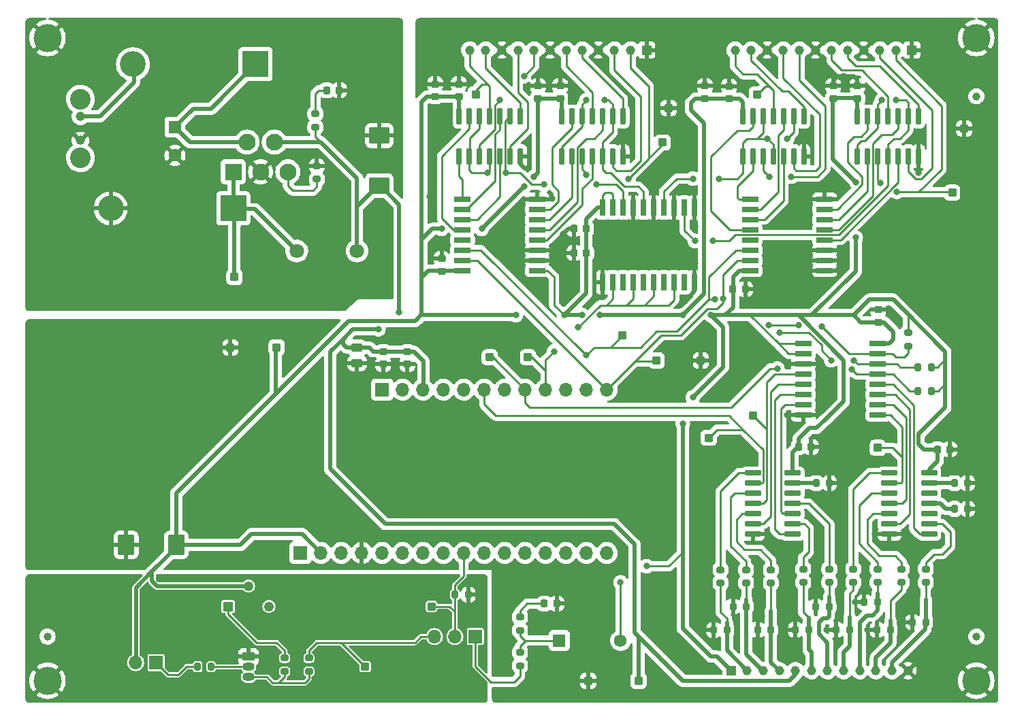
<source format=gtl>
%TF.GenerationSoftware,KiCad,Pcbnew,(6.0.4)*%
%TF.CreationDate,2022-05-08T16:00:54-07:00*%
%TF.ProjectId,lta-logic-module,6c74612d-6c6f-4676-9963-2d6d6f64756c,rev?*%
%TF.SameCoordinates,PX1042990PY10b0760*%
%TF.FileFunction,Copper,L1,Top*%
%TF.FilePolarity,Positive*%
%FSLAX46Y46*%
G04 Gerber Fmt 4.6, Leading zero omitted, Abs format (unit mm)*
G04 Created by KiCad (PCBNEW (6.0.4)) date 2022-05-08 16:00:54*
%MOMM*%
%LPD*%
G01*
G04 APERTURE LIST*
G04 Aperture macros list*
%AMRoundRect*
0 Rectangle with rounded corners*
0 $1 Rounding radius*
0 $2 $3 $4 $5 $6 $7 $8 $9 X,Y pos of 4 corners*
0 Add a 4 corners polygon primitive as box body*
4,1,4,$2,$3,$4,$5,$6,$7,$8,$9,$2,$3,0*
0 Add four circle primitives for the rounded corners*
1,1,$1+$1,$2,$3*
1,1,$1+$1,$4,$5*
1,1,$1+$1,$6,$7*
1,1,$1+$1,$8,$9*
0 Add four rect primitives between the rounded corners*
20,1,$1+$1,$2,$3,$4,$5,0*
20,1,$1+$1,$4,$5,$6,$7,0*
20,1,$1+$1,$6,$7,$8,$9,0*
20,1,$1+$1,$8,$9,$2,$3,0*%
G04 Aperture macros list end*
%TA.AperFunction,SMDPad,CuDef*%
%ADD10RoundRect,0.200000X0.275000X-0.200000X0.275000X0.200000X-0.275000X0.200000X-0.275000X-0.200000X0*%
%TD*%
%TA.AperFunction,SMDPad,CuDef*%
%ADD11RoundRect,0.200000X-0.200000X-0.275000X0.200000X-0.275000X0.200000X0.275000X-0.200000X0.275000X0*%
%TD*%
%TA.AperFunction,SMDPad,CuDef*%
%ADD12RoundRect,0.218750X0.218750X0.256250X-0.218750X0.256250X-0.218750X-0.256250X0.218750X-0.256250X0*%
%TD*%
%TA.AperFunction,SMDPad,CuDef*%
%ADD13RoundRect,0.225000X-0.250000X0.225000X-0.250000X-0.225000X0.250000X-0.225000X0.250000X0.225000X0*%
%TD*%
%TA.AperFunction,SMDPad,CuDef*%
%ADD14RoundRect,0.250000X0.787500X1.025000X-0.787500X1.025000X-0.787500X-1.025000X0.787500X-1.025000X0*%
%TD*%
%TA.AperFunction,ComponentPad*%
%ADD15RoundRect,0.100000X-0.400000X-0.400000X0.400000X-0.400000X0.400000X0.400000X-0.400000X0.400000X0*%
%TD*%
%TA.AperFunction,SMDPad,CuDef*%
%ADD16RoundRect,0.090000X-0.895000X-0.210000X0.895000X-0.210000X0.895000X0.210000X-0.895000X0.210000X0*%
%TD*%
%TA.AperFunction,SMDPad,CuDef*%
%ADD17RoundRect,0.200000X0.200000X0.275000X-0.200000X0.275000X-0.200000X-0.275000X0.200000X-0.275000X0*%
%TD*%
%TA.AperFunction,SMDPad,CuDef*%
%ADD18RoundRect,0.200000X-0.275000X0.200000X-0.275000X-0.200000X0.275000X-0.200000X0.275000X0.200000X0*%
%TD*%
%TA.AperFunction,ComponentPad*%
%ADD19C,1.800000*%
%TD*%
%TA.AperFunction,SMDPad,CuDef*%
%ADD20RoundRect,0.042000X0.988000X0.258000X-0.988000X0.258000X-0.988000X-0.258000X0.988000X-0.258000X0*%
%TD*%
%TA.AperFunction,SMDPad,CuDef*%
%ADD21RoundRect,0.225000X0.225000X0.250000X-0.225000X0.250000X-0.225000X-0.250000X0.225000X-0.250000X0*%
%TD*%
%TA.AperFunction,ComponentPad*%
%ADD22RoundRect,0.100000X-0.400000X0.400000X-0.400000X-0.400000X0.400000X-0.400000X0.400000X0.400000X0*%
%TD*%
%TA.AperFunction,SMDPad,CuDef*%
%ADD23RoundRect,0.090000X0.210000X-0.895000X0.210000X0.895000X-0.210000X0.895000X-0.210000X-0.895000X0*%
%TD*%
%TA.AperFunction,ComponentPad*%
%ADD24R,1.222000X1.222000*%
%TD*%
%TA.AperFunction,ComponentPad*%
%ADD25C,1.222000*%
%TD*%
%TA.AperFunction,SMDPad,CuDef*%
%ADD26RoundRect,0.042000X-0.988000X-0.258000X0.988000X-0.258000X0.988000X0.258000X-0.988000X0.258000X0*%
%TD*%
%TA.AperFunction,ComponentPad*%
%ADD27R,1.500000X1.050000*%
%TD*%
%TA.AperFunction,ComponentPad*%
%ADD28O,1.500000X1.050000*%
%TD*%
%TA.AperFunction,SMDPad,CuDef*%
%ADD29C,1.000000*%
%TD*%
%TA.AperFunction,ComponentPad*%
%ADD30C,3.500000*%
%TD*%
%TA.AperFunction,ComponentPad*%
%ADD31R,1.150000X1.150000*%
%TD*%
%TA.AperFunction,ComponentPad*%
%ADD32C,1.150000*%
%TD*%
%TA.AperFunction,ComponentPad*%
%ADD33R,3.200000X3.200000*%
%TD*%
%TA.AperFunction,ComponentPad*%
%ADD34O,3.200000X3.200000*%
%TD*%
%TA.AperFunction,ComponentPad*%
%ADD35R,1.580000X1.580000*%
%TD*%
%TA.AperFunction,ComponentPad*%
%ADD36C,1.580000*%
%TD*%
%TA.AperFunction,SMDPad,CuDef*%
%ADD37RoundRect,0.042000X0.258000X-0.988000X0.258000X0.988000X-0.258000X0.988000X-0.258000X-0.988000X0*%
%TD*%
%TA.AperFunction,SMDPad,CuDef*%
%ADD38RoundRect,0.225000X0.250000X-0.225000X0.250000X0.225000X-0.250000X0.225000X-0.250000X-0.225000X0*%
%TD*%
%TA.AperFunction,ComponentPad*%
%ADD39R,1.600000X1.600000*%
%TD*%
%TA.AperFunction,ComponentPad*%
%ADD40C,1.600000*%
%TD*%
%TA.AperFunction,ComponentPad*%
%ADD41R,1.700000X1.700000*%
%TD*%
%TA.AperFunction,ComponentPad*%
%ADD42O,1.700000X1.700000*%
%TD*%
%TA.AperFunction,ComponentPad*%
%ADD43C,1.170000*%
%TD*%
%TA.AperFunction,ComponentPad*%
%ADD44C,2.560000*%
%TD*%
%TA.AperFunction,SMDPad,CuDef*%
%ADD45RoundRect,0.250000X0.475000X-0.250000X0.475000X0.250000X-0.475000X0.250000X-0.475000X-0.250000X0*%
%TD*%
%TA.AperFunction,ComponentPad*%
%ADD46R,2.100000X2.100000*%
%TD*%
%TA.AperFunction,ComponentPad*%
%ADD47C,2.100000*%
%TD*%
%TA.AperFunction,SMDPad,CuDef*%
%ADD48RoundRect,0.250000X1.025000X-0.787500X1.025000X0.787500X-1.025000X0.787500X-1.025000X-0.787500X0*%
%TD*%
%TA.AperFunction,ViaPad*%
%ADD49C,0.800000*%
%TD*%
%TA.AperFunction,Conductor*%
%ADD50C,0.250000*%
%TD*%
%TA.AperFunction,Conductor*%
%ADD51C,0.500000*%
%TD*%
G04 APERTURE END LIST*
D10*
%TO.P,R32,1*%
%TO.N,Net-(SW1-Pad1)*%
X63500000Y-78475000D03*
%TO.P,R32,2*%
%TO.N,Net-(D4-Pad2)*%
X63500000Y-76825000D03*
%TD*%
D11*
%TO.P,R31,1*%
%TO.N,/DARK*%
X55425000Y-74050000D03*
%TO.P,R31,2*%
%TO.N,GND*%
X57075000Y-74050000D03*
%TD*%
D12*
%TO.P,D4,1,K*%
%TO.N,GND*%
X68087500Y-75150000D03*
%TO.P,D4,2,A*%
%TO.N,Net-(D4-Pad2)*%
X66512500Y-75150000D03*
%TD*%
D13*
%TO.P,C16,1*%
%TO.N,GND*%
X55900000Y-10475000D03*
%TO.P,C16,2*%
%TO.N,+3V3*%
X55900000Y-12025000D03*
%TD*%
D14*
%TO.P,C1,1*%
%TO.N,+3V3*%
X20762500Y-67850000D03*
%TO.P,C1,2*%
%TO.N,GND*%
X14537500Y-67850000D03*
%TD*%
D13*
%TO.P,C13,1*%
%TO.N,GND*%
X102450000Y-10725000D03*
%TO.P,C13,2*%
%TO.N,+3V3*%
X102450000Y-12275000D03*
%TD*%
D15*
%TO.P,TP1,1,1*%
%TO.N,VDD*%
X78250000Y-84750000D03*
%TD*%
D16*
%TO.P,U12,1,1A*%
%TO.N,/Button Inputs/btn_buf5*%
X109450000Y-58890000D03*
%TO.P,U12,2,1Y*%
%TO.N,/button5*%
X109450000Y-60160000D03*
%TO.P,U12,3,2A*%
%TO.N,/Button Inputs/btn_buf6*%
X109450000Y-61430000D03*
%TO.P,U12,4,2Y*%
%TO.N,/button6*%
X109450000Y-62700000D03*
%TO.P,U12,5,3A*%
%TO.N,/Button Inputs/btn_buf7*%
X109450000Y-63970000D03*
%TO.P,U12,6,3Y*%
%TO.N,/button7*%
X109450000Y-65240000D03*
%TO.P,U12,7,GND*%
%TO.N,GND*%
X109450000Y-66510000D03*
%TO.P,U12,8,4Y*%
%TO.N,/button8*%
X114400000Y-66510000D03*
%TO.P,U12,9,4A*%
%TO.N,/Button Inputs/btn_buf8*%
X114400000Y-65240000D03*
%TO.P,U12,10,5Y*%
%TO.N,unconnected-(U12-Pad10)*%
X114400000Y-63970000D03*
%TO.P,U12,11,5A*%
%TO.N,Net-(R24-Pad1)*%
X114400000Y-62700000D03*
%TO.P,U12,12,6Y*%
%TO.N,unconnected-(U12-Pad12)*%
X114400000Y-61430000D03*
%TO.P,U12,13,6A*%
%TO.N,Net-(R26-Pad1)*%
X114400000Y-60160000D03*
%TO.P,U12,14,VCC*%
%TO.N,+3V3*%
X114400000Y-58890000D03*
%TD*%
D15*
%TO.P,TP21,1,1*%
%TO.N,GND*%
X86000000Y-44894736D03*
%TD*%
D17*
%TO.P,R4,1*%
%TO.N,+3V3*%
X114625000Y-48700000D03*
%TO.P,R4,2*%
%TO.N,/~{BUTTON_INT_L}*%
X112975000Y-48700000D03*
%TD*%
D18*
%TO.P,R2,1*%
%TO.N,Net-(D3-Pad2)*%
X38050000Y-14175000D03*
%TO.P,R2,2*%
%TO.N,VDD*%
X38050000Y-15825000D03*
%TD*%
D15*
%TO.P,TP19,1,1*%
%TO.N,/DARK*%
X52500000Y-75500000D03*
%TD*%
D17*
%TO.P,R10,1*%
%TO.N,/Button Inputs/btn_in6*%
X107975000Y-74975000D03*
%TO.P,R10,2*%
%TO.N,GND*%
X106325000Y-74975000D03*
%TD*%
D15*
%TO.P,TP12,1,1*%
%TO.N,/LED_EN*%
X64500000Y-44500000D03*
%TD*%
%TO.P,TP17,1,1*%
%TO.N,/button1*%
X92500000Y-51750000D03*
%TD*%
D10*
%TO.P,R17,1*%
%TO.N,/Button Inputs/btn_in1*%
X91625000Y-72575000D03*
%TO.P,R17,2*%
%TO.N,/Button Inputs/btn_buf1*%
X91625000Y-70925000D03*
%TD*%
D19*
%TO.P,L1,1*%
%TO.N,VDD*%
X43250000Y-31250000D03*
%TO.P,L1,2*%
%TO.N,/5V0 (1A) Regulator/VOUT*%
X35750000Y-31250000D03*
%TD*%
D18*
%TO.P,R3,1*%
%TO.N,+3V3*%
X111750000Y-41425000D03*
%TO.P,R3,2*%
%TO.N,/SDA*%
X111750000Y-43075000D03*
%TD*%
D20*
%TO.P,U3,1,A0*%
%TO.N,GND*%
X101390000Y-33695000D03*
%TO.P,U3,2,A1*%
X101390000Y-32425000D03*
%TO.P,U3,3,A2*%
X101390000Y-31155000D03*
%TO.P,U3,4,P0*%
%TO.N,/led1*%
X101390000Y-29885000D03*
%TO.P,U3,5,P1*%
%TO.N,/led2*%
X101390000Y-28615000D03*
%TO.P,U3,6,P2*%
%TO.N,/led0*%
X101390000Y-27345000D03*
%TO.P,U3,7,P3*%
%TO.N,/led3*%
X101390000Y-26075000D03*
%TO.P,U3,8,VSS*%
%TO.N,GND*%
X101390000Y-24805000D03*
%TO.P,U3,9,P4*%
%TO.N,/led4*%
X92110000Y-24805000D03*
%TO.P,U3,10,P5*%
%TO.N,/led6*%
X92110000Y-26075000D03*
%TO.P,U3,11,P6*%
%TO.N,/led5*%
X92110000Y-27345000D03*
%TO.P,U3,12,P7*%
%TO.N,/led7*%
X92110000Y-28615000D03*
%TO.P,U3,13,~{INT}*%
%TO.N,unconnected-(U3-Pad13)*%
X92110000Y-29885000D03*
%TO.P,U3,14,SCL*%
%TO.N,/SCL*%
X92110000Y-31155000D03*
%TO.P,U3,15,SDA*%
%TO.N,/SDA*%
X92110000Y-32425000D03*
%TO.P,U3,16,VDD*%
%TO.N,+3V3*%
X92110000Y-33695000D03*
%TD*%
D12*
%TO.P,D3,1,K*%
%TO.N,GND*%
X41037500Y-11250000D03*
%TO.P,D3,2,A*%
%TO.N,Net-(D3-Pad2)*%
X39462500Y-11250000D03*
%TD*%
D10*
%TO.P,R18,1*%
%TO.N,/Button Inputs/btn_in6*%
X107975000Y-72500000D03*
%TO.P,R18,2*%
%TO.N,/Button Inputs/btn_buf6*%
X107975000Y-70850000D03*
%TD*%
D15*
%TO.P,TP9,1,1*%
%TO.N,/5V0 (1A) Regulator/VOUT*%
X28000000Y-34500000D03*
%TD*%
D21*
%TO.P,C18,1*%
%TO.N,+3V3*%
X71750000Y-28500000D03*
%TO.P,C18,2*%
%TO.N,GND*%
X70200000Y-28500000D03*
%TD*%
D22*
%TO.P,TP14,1,1*%
%TO.N,/LED Signal Outputs/s7*%
X93000000Y-11750000D03*
%TD*%
D23*
%TO.P,U7,1,1A*%
%TO.N,/LED Signal Outputs/EN1*%
X91190000Y-19475000D03*
%TO.P,U7,2,1B*%
%TO.N,/led4*%
X92460000Y-19475000D03*
%TO.P,U7,3,1Y*%
%TO.N,/LED Signal Outputs/s4*%
X93730000Y-19475000D03*
%TO.P,U7,4,2A*%
%TO.N,/LED Signal Outputs/EN1*%
X95000000Y-19475000D03*
%TO.P,U7,5,2B*%
%TO.N,/led5*%
X96270000Y-19475000D03*
%TO.P,U7,6,2Y*%
%TO.N,/LED Signal Outputs/s5*%
X97540000Y-19475000D03*
%TO.P,U7,7,GND*%
%TO.N,GND*%
X98810000Y-19475000D03*
%TO.P,U7,8,3Y*%
%TO.N,/LED Signal Outputs/s6*%
X98810000Y-14525000D03*
%TO.P,U7,9,3A*%
%TO.N,/LED Signal Outputs/EN1*%
X97540000Y-14525000D03*
%TO.P,U7,10,3B*%
%TO.N,/led6*%
X96270000Y-14525000D03*
%TO.P,U7,11,4Y*%
%TO.N,/LED Signal Outputs/s7*%
X95000000Y-14525000D03*
%TO.P,U7,12,4A*%
%TO.N,/LED Signal Outputs/EN1*%
X93730000Y-14525000D03*
%TO.P,U7,13,4B*%
%TO.N,/led7*%
X92460000Y-14525000D03*
%TO.P,U7,14,VCC*%
%TO.N,+3V3*%
X91190000Y-14525000D03*
%TD*%
D24*
%TO.P,RV1,1,1*%
%TO.N,Net-(R28-Pad1)*%
X27210000Y-75500000D03*
D25*
%TO.P,RV1,2,2*%
%TO.N,+3V3*%
X29750000Y-72960000D03*
%TO.P,RV1,3,3*%
%TO.N,unconnected-(RV1-Pad3)*%
X32290000Y-75500000D03*
%TD*%
D13*
%TO.P,C12,1*%
%TO.N,GND*%
X105450000Y-10725000D03*
%TO.P,C12,2*%
%TO.N,+3V3*%
X105450000Y-12275000D03*
%TD*%
D26*
%TO.P,U5,1,A0*%
%TO.N,+3V3*%
X98737500Y-42805000D03*
%TO.P,U5,2,A1*%
X98737500Y-44075000D03*
%TO.P,U5,3,A2*%
%TO.N,GND*%
X98737500Y-45345000D03*
%TO.P,U5,4,P0*%
%TO.N,/button1*%
X98737500Y-46615000D03*
%TO.P,U5,5,P1*%
%TO.N,/button2*%
X98737500Y-47885000D03*
%TO.P,U5,6,P2*%
%TO.N,/button3*%
X98737500Y-49155000D03*
%TO.P,U5,7,P3*%
%TO.N,/button4*%
X98737500Y-50425000D03*
%TO.P,U5,8,VSS*%
%TO.N,GND*%
X98737500Y-51695000D03*
%TO.P,U5,9,P4*%
%TO.N,/button5*%
X108017500Y-51695000D03*
%TO.P,U5,10,P5*%
%TO.N,/button6*%
X108017500Y-50425000D03*
%TO.P,U5,11,P6*%
%TO.N,/button7*%
X108017500Y-49155000D03*
%TO.P,U5,12,P7*%
%TO.N,/button8*%
X108017500Y-47885000D03*
%TO.P,U5,13,~{INT}*%
%TO.N,/~{BUTTON_INT_L}*%
X108017500Y-46615000D03*
%TO.P,U5,14,SCL*%
%TO.N,/SCL*%
X108017500Y-45345000D03*
%TO.P,U5,15,SDA*%
%TO.N,/SDA*%
X108017500Y-44075000D03*
%TO.P,U5,16,VDD*%
%TO.N,+3V3*%
X108017500Y-42805000D03*
%TD*%
D15*
%TO.P,TP2,1,1*%
%TO.N,+3V3*%
X33250000Y-43250000D03*
%TD*%
D10*
%TO.P,R20,1*%
%TO.N,/Button Inputs/btn_in7*%
X110975000Y-72500000D03*
%TO.P,R20,2*%
%TO.N,/Button Inputs/btn_buf7*%
X110975000Y-70850000D03*
%TD*%
%TO.P,R15,1*%
%TO.N,/Button Inputs/btn_in0*%
X88450000Y-72575000D03*
%TO.P,R15,2*%
%TO.N,/Button Inputs/btn_buf0*%
X88450000Y-70925000D03*
%TD*%
D15*
%TO.P,TP6,1,1*%
%TO.N,GND*%
X27500000Y-43250000D03*
%TD*%
D23*
%TO.P,U10,1,1A*%
%TO.N,/led12*%
X55940000Y-19450000D03*
%TO.P,U10,2,1B*%
%TO.N,/LED Signal Outputs/EN3*%
X57210000Y-19450000D03*
%TO.P,U10,3,1Y*%
%TO.N,/LED Signal Outputs/s12*%
X58480000Y-19450000D03*
%TO.P,U10,4,2A*%
%TO.N,/LED Signal Outputs/EN3*%
X59750000Y-19450000D03*
%TO.P,U10,5,2B*%
%TO.N,/led13*%
X61020000Y-19450000D03*
%TO.P,U10,6,2Y*%
%TO.N,/LED Signal Outputs/s13*%
X62290000Y-19450000D03*
%TO.P,U10,7,GND*%
%TO.N,GND*%
X63560000Y-19450000D03*
%TO.P,U10,8,3Y*%
%TO.N,/LED Signal Outputs/s14*%
X63560000Y-14500000D03*
%TO.P,U10,9,3A*%
%TO.N,/LED Signal Outputs/EN3*%
X62290000Y-14500000D03*
%TO.P,U10,10,3B*%
%TO.N,/led14*%
X61020000Y-14500000D03*
%TO.P,U10,11,4Y*%
%TO.N,/LED Signal Outputs/s15*%
X59750000Y-14500000D03*
%TO.P,U10,12,4A*%
%TO.N,/LED Signal Outputs/EN3*%
X58480000Y-14500000D03*
%TO.P,U10,13,4B*%
%TO.N,/led15*%
X57210000Y-14500000D03*
%TO.P,U10,14,VCC*%
%TO.N,+3V3*%
X55940000Y-14500000D03*
%TD*%
D10*
%TO.P,R19,1*%
%TO.N,/Button Inputs/btn_in2*%
X94700000Y-72575000D03*
%TO.P,R19,2*%
%TO.N,/Button Inputs/btn_buf2*%
X94700000Y-70925000D03*
%TD*%
D13*
%TO.P,C8,1*%
%TO.N,GND*%
X108050000Y-38575000D03*
%TO.P,C8,2*%
%TO.N,+3V3*%
X108050000Y-40125000D03*
%TD*%
D17*
%TO.P,R9,1*%
%TO.N,/Button Inputs/btn_in2*%
X94695000Y-78400000D03*
%TO.P,R9,2*%
%TO.N,GND*%
X93045000Y-78400000D03*
%TD*%
D18*
%TO.P,R1,1*%
%TO.N,GND*%
X38250000Y-20675000D03*
%TO.P,R1,2*%
%TO.N,Net-(R1-Pad2)*%
X38250000Y-22325000D03*
%TD*%
D15*
%TO.P,TP20,1,1*%
%TO.N,/Light-level sensor/DARK_SENS*%
X44250000Y-83000000D03*
%TD*%
D27*
%TO.P,Q2,1,E*%
%TO.N,GND*%
X29750000Y-81750000D03*
D28*
%TO.P,Q2,2,B*%
%TO.N,Net-(Q2-Pad2)*%
X29750000Y-83020000D03*
%TO.P,Q2,3,C*%
%TO.N,Net-(Q2-Pad3)*%
X29750000Y-84290000D03*
%TD*%
D29*
%TO.P,FID2,*%
%TO.N,*%
X120250000Y-79250000D03*
%TD*%
D15*
%TO.P,TP4,1,1*%
%TO.N,GND*%
X72000000Y-84750000D03*
%TD*%
D30*
%TO.P,H1,1,1*%
%TO.N,GND*%
X4750000Y-84750000D03*
%TD*%
D31*
%TO.P,J3,1,1*%
%TO.N,GND*%
X112250001Y-6250000D03*
D32*
%TO.P,J3,2,2*%
%TO.N,/LED Signal Outputs/s0*%
X110250000Y-6250000D03*
%TO.P,J3,3,3*%
%TO.N,/LED Signal Outputs/s1*%
X108250001Y-6250000D03*
%TO.P,J3,4,4*%
%TO.N,GND*%
X106250000Y-6250000D03*
%TO.P,J3,5,5*%
%TO.N,/LED Signal Outputs/s2*%
X104250002Y-6250000D03*
%TO.P,J3,6,6*%
%TO.N,/LED Signal Outputs/s3*%
X102250001Y-6250000D03*
%TO.P,J3,7,7*%
%TO.N,GND*%
X100250002Y-6250000D03*
%TO.P,J3,8,8*%
%TO.N,/LED Signal Outputs/s4*%
X98250001Y-6250000D03*
%TO.P,J3,9,9*%
%TO.N,/LED Signal Outputs/s5*%
X96250000Y-6250000D03*
%TO.P,J3,10,10*%
%TO.N,GND*%
X94250001Y-6250000D03*
%TO.P,J3,11,11*%
%TO.N,/LED Signal Outputs/s6*%
X92250000Y-6250000D03*
%TO.P,J3,12,12*%
%TO.N,/LED Signal Outputs/s7*%
X90250002Y-6250000D03*
%TD*%
D33*
%TO.P,D1,1,K*%
%TO.N,+BATT*%
X30620000Y-8000000D03*
D34*
%TO.P,D1,2,A*%
%TO.N,Net-(D1-Pad2)*%
X15380000Y-8000000D03*
%TD*%
D17*
%TO.P,R14,1*%
%TO.N,/Button Inputs/btn_in8*%
X113970000Y-77450000D03*
%TO.P,R14,2*%
%TO.N,GND*%
X112320000Y-77450000D03*
%TD*%
D10*
%TO.P,R22,1*%
%TO.N,/Button Inputs/btn_in8*%
X113975000Y-72500000D03*
%TO.P,R22,2*%
%TO.N,/Button Inputs/btn_buf8*%
X113975000Y-70850000D03*
%TD*%
D23*
%TO.P,U6,1,1A*%
%TO.N,/LED Signal Outputs/EN0*%
X105440000Y-19475000D03*
%TO.P,U6,2,1B*%
%TO.N,/led0*%
X106710000Y-19475000D03*
%TO.P,U6,3,1Y*%
%TO.N,/LED Signal Outputs/s0*%
X107980000Y-19475000D03*
%TO.P,U6,4,2A*%
%TO.N,/LED Signal Outputs/EN0*%
X109250000Y-19475000D03*
%TO.P,U6,5,2B*%
%TO.N,/led1*%
X110520000Y-19475000D03*
%TO.P,U6,6,2Y*%
%TO.N,/LED Signal Outputs/s1*%
X111790000Y-19475000D03*
%TO.P,U6,7,GND*%
%TO.N,GND*%
X113060000Y-19475000D03*
%TO.P,U6,8,3Y*%
%TO.N,/LED Signal Outputs/s2*%
X113060000Y-14525000D03*
%TO.P,U6,9,3A*%
%TO.N,/LED Signal Outputs/EN0*%
X111790000Y-14525000D03*
%TO.P,U6,10,3B*%
%TO.N,/led2*%
X110520000Y-14525000D03*
%TO.P,U6,11,4Y*%
%TO.N,/LED Signal Outputs/s3*%
X109250000Y-14525000D03*
%TO.P,U6,12,4A*%
%TO.N,/LED Signal Outputs/EN0*%
X107980000Y-14525000D03*
%TO.P,U6,13,4B*%
%TO.N,/led3*%
X106710000Y-14525000D03*
%TO.P,U6,14,VCC*%
%TO.N,+3V3*%
X105440000Y-14525000D03*
%TD*%
D35*
%TO.P,SW1,1,A*%
%TO.N,Net-(SW1-Pad1)*%
X68390000Y-79750000D03*
D36*
%TO.P,SW1,2,B*%
%TO.N,+3V3*%
X76010000Y-79750000D03*
%TD*%
D11*
%TO.P,R27,1*%
%TO.N,Net-(Q1-Pad1)*%
X23425000Y-83000000D03*
%TO.P,R27,2*%
%TO.N,Net-(Q2-Pad2)*%
X25075000Y-83000000D03*
%TD*%
D17*
%TO.P,R5,1*%
%TO.N,+3V3*%
X114625000Y-45750000D03*
%TO.P,R5,2*%
%TO.N,/SCL*%
X112975000Y-45750000D03*
%TD*%
D13*
%TO.P,C11,1*%
%TO.N,GND*%
X65750000Y-10725000D03*
%TO.P,C11,2*%
%TO.N,+3V3*%
X65750000Y-12275000D03*
%TD*%
D15*
%TO.P,TP13,1,1*%
%TO.N,/LED Signal Outputs/s8*%
X81250000Y-17750000D03*
%TD*%
D13*
%TO.P,C10,1*%
%TO.N,GND*%
X68500000Y-10725000D03*
%TO.P,C10,2*%
%TO.N,+3V3*%
X68500000Y-12275000D03*
%TD*%
%TO.P,C15,1*%
%TO.N,GND*%
X86500000Y-10725000D03*
%TO.P,C15,2*%
%TO.N,+3V3*%
X86500000Y-12275000D03*
%TD*%
D15*
%TO.P,TP16,1,1*%
%TO.N,/button0*%
X87000000Y-54500000D03*
%TD*%
%TO.P,TP3,1,1*%
%TO.N,GND*%
X118750000Y-16000000D03*
%TD*%
%TO.P,TP18,1,1*%
%TO.N,/button5*%
X108000000Y-55750000D03*
%TD*%
D23*
%TO.P,U9,1,1A*%
%TO.N,/LED Signal Outputs/EN2*%
X68690000Y-19475000D03*
%TO.P,U9,2,1B*%
%TO.N,/led8*%
X69960000Y-19475000D03*
%TO.P,U9,3,1Y*%
%TO.N,/LED Signal Outputs/s8*%
X71230000Y-19475000D03*
%TO.P,U9,4,2A*%
%TO.N,/led9*%
X72500000Y-19475000D03*
%TO.P,U9,5,2B*%
%TO.N,/LED Signal Outputs/EN2*%
X73770000Y-19475000D03*
%TO.P,U9,6,2Y*%
%TO.N,/LED Signal Outputs/s9*%
X75040000Y-19475000D03*
%TO.P,U9,7,GND*%
%TO.N,GND*%
X76310000Y-19475000D03*
%TO.P,U9,8,3Y*%
%TO.N,/LED Signal Outputs/s10*%
X76310000Y-14525000D03*
%TO.P,U9,9,3A*%
%TO.N,/LED Signal Outputs/EN2*%
X75040000Y-14525000D03*
%TO.P,U9,10,3B*%
%TO.N,/led10*%
X73770000Y-14525000D03*
%TO.P,U9,11,4Y*%
%TO.N,/LED Signal Outputs/s11*%
X72500000Y-14525000D03*
%TO.P,U9,12,4A*%
%TO.N,/LED Signal Outputs/EN2*%
X71230000Y-14525000D03*
%TO.P,U9,13,4B*%
%TO.N,/led11*%
X69960000Y-14525000D03*
%TO.P,U9,14,VCC*%
%TO.N,+3V3*%
X68690000Y-14525000D03*
%TD*%
D10*
%TO.P,R29,1*%
%TO.N,Net-(Q2-Pad3)*%
X37250000Y-83575000D03*
%TO.P,R29,2*%
%TO.N,/Light-level sensor/DARK_SENS*%
X37250000Y-81925000D03*
%TD*%
D33*
%TO.P,D2,1,K*%
%TO.N,/5V0 (1A) Regulator/VOUT*%
X27850000Y-25950000D03*
D34*
%TO.P,D2,2,A*%
%TO.N,GND*%
X12610000Y-25950000D03*
%TD*%
D10*
%TO.P,R21,1*%
%TO.N,/Button Inputs/btn_in3*%
X98725000Y-72500000D03*
%TO.P,R21,2*%
%TO.N,/Button Inputs/btn_buf3*%
X98725000Y-70850000D03*
%TD*%
D29*
%TO.P,FID3,*%
%TO.N,*%
X120250000Y-12000000D03*
%TD*%
D10*
%TO.P,R16,1*%
%TO.N,/Button Inputs/btn_in5*%
X104950000Y-72500000D03*
%TO.P,R16,2*%
%TO.N,/Button Inputs/btn_buf5*%
X104950000Y-70850000D03*
%TD*%
D29*
%TO.P,FID1,*%
%TO.N,*%
X4750000Y-79250000D03*
%TD*%
D37*
%TO.P,U8,1,~{1OE}*%
%TO.N,GND*%
X73785000Y-35140000D03*
%TO.P,U8,2,1A1*%
%TO.N,/LED_EN*%
X75055000Y-35140000D03*
%TO.P,U8,3,2Y4*%
%TO.N,unconnected-(U8-Pad3)*%
X76325000Y-35140000D03*
%TO.P,U8,4,1A2*%
%TO.N,/LED_EN*%
X77595000Y-35140000D03*
%TO.P,U8,5,2Y3*%
%TO.N,unconnected-(U8-Pad5)*%
X78865000Y-35140000D03*
%TO.P,U8,6,1A3*%
%TO.N,/LED_EN*%
X80135000Y-35140000D03*
%TO.P,U8,7,2Y2*%
%TO.N,unconnected-(U8-Pad7)*%
X81405000Y-35140000D03*
%TO.P,U8,8,1A4*%
%TO.N,/LED_EN*%
X82675000Y-35140000D03*
%TO.P,U8,9,2Y1*%
%TO.N,unconnected-(U8-Pad9)*%
X83945000Y-35140000D03*
%TO.P,U8,10,GND*%
%TO.N,GND*%
X85215000Y-35140000D03*
%TO.P,U8,11,2A1*%
X85215000Y-25860000D03*
%TO.P,U8,12,1Y4*%
%TO.N,/LED Signal Outputs/EN0*%
X83945000Y-25860000D03*
%TO.P,U8,13,2A2*%
%TO.N,GND*%
X82675000Y-25860000D03*
%TO.P,U8,14,1Y3*%
%TO.N,/LED Signal Outputs/EN1*%
X81405000Y-25860000D03*
%TO.P,U8,15,2A3*%
%TO.N,GND*%
X80135000Y-25860000D03*
%TO.P,U8,16,1Y2*%
%TO.N,/LED Signal Outputs/EN2*%
X78865000Y-25860000D03*
%TO.P,U8,17,2A4*%
%TO.N,GND*%
X77595000Y-25860000D03*
%TO.P,U8,18,1Y1*%
%TO.N,/LED Signal Outputs/EN3*%
X76325000Y-25860000D03*
%TO.P,U8,19,~{2OE}*%
%TO.N,+3V3*%
X75055000Y-25860000D03*
%TO.P,U8,20,VCC*%
X73785000Y-25860000D03*
%TD*%
D31*
%TO.P,J2,1,1*%
%TO.N,+3V3*%
X89750001Y-83500000D03*
D32*
%TO.P,J2,2,2*%
%TO.N,/Button Inputs/btn_in0*%
X91750002Y-83500000D03*
%TO.P,J2,3,3*%
%TO.N,/Button Inputs/btn_in1*%
X93750001Y-83500000D03*
%TO.P,J2,4,4*%
%TO.N,/Button Inputs/btn_in2*%
X95750002Y-83500000D03*
%TO.P,J2,5,5*%
%TO.N,VDD*%
X97750000Y-83500000D03*
%TO.P,J2,6,6*%
%TO.N,/Button Inputs/btn_in3*%
X99750001Y-83500000D03*
%TO.P,J2,7,7*%
%TO.N,/Button Inputs/btn_in4*%
X101750000Y-83500000D03*
%TO.P,J2,8,8*%
%TO.N,/Button Inputs/btn_in5*%
X103750001Y-83500000D03*
%TO.P,J2,9,9*%
%TO.N,/Button Inputs/btn_in6*%
X105750002Y-83500000D03*
%TO.P,J2,10,10*%
%TO.N,/Button Inputs/btn_in7*%
X107750001Y-83500000D03*
%TO.P,J2,11,11*%
%TO.N,/Button Inputs/btn_in8*%
X109750002Y-83500000D03*
%TO.P,J2,12,12*%
%TO.N,GND*%
X111750000Y-83500000D03*
%TD*%
D22*
%TO.P,TP10,1,1*%
%TO.N,/LED Signal Outputs/s15*%
X58000000Y-11750000D03*
%TD*%
D13*
%TO.P,C14,1*%
%TO.N,GND*%
X89500000Y-10750000D03*
%TO.P,C14,2*%
%TO.N,+3V3*%
X89500000Y-12300000D03*
%TD*%
D30*
%TO.P,H3,1,1*%
%TO.N,GND*%
X120250000Y-4750000D03*
%TD*%
D18*
%TO.P,R30,1*%
%TO.N,Net-(SW1-Pad1)*%
X63500000Y-81225000D03*
%TO.P,R30,2*%
%TO.N,Net-(JP1-Pad1)*%
X63500000Y-82875000D03*
%TD*%
D17*
%TO.P,R8,1*%
%TO.N,/Button Inputs/btn_in5*%
X104480000Y-78400000D03*
%TO.P,R8,2*%
%TO.N,GND*%
X102830000Y-78400000D03*
%TD*%
D38*
%TO.P,C2,1*%
%TO.N,GND*%
X49500000Y-45350000D03*
%TO.P,C2,2*%
%TO.N,VDD*%
X49500000Y-43800000D03*
%TD*%
D17*
%TO.P,R11,1*%
%TO.N,/Button Inputs/btn_in3*%
X99400000Y-78400000D03*
%TO.P,R11,2*%
%TO.N,GND*%
X97750000Y-78400000D03*
%TD*%
D15*
%TO.P,TP15,1,1*%
%TO.N,/LED Signal Outputs/s0*%
X117250000Y-24000000D03*
%TD*%
D39*
%TO.P,C5,1*%
%TO.N,+BATT*%
X20600000Y-15850000D03*
D40*
%TO.P,C5,2*%
%TO.N,GND*%
X20600000Y-19350000D03*
%TD*%
D17*
%TO.P,R7,1*%
%TO.N,/Button Inputs/btn_in1*%
X91650000Y-75500000D03*
%TO.P,R7,2*%
%TO.N,GND*%
X90000000Y-75500000D03*
%TD*%
D21*
%TO.P,C19,1*%
%TO.N,+3V3*%
X71775000Y-31500000D03*
%TO.P,C19,2*%
%TO.N,GND*%
X70225000Y-31500000D03*
%TD*%
D10*
%TO.P,R23,1*%
%TO.N,/Button Inputs/btn_in4*%
X101975000Y-72500000D03*
%TO.P,R23,2*%
%TO.N,/Button Inputs/btn_buf4*%
X101975000Y-70850000D03*
%TD*%
D17*
%TO.P,R6,1*%
%TO.N,/Button Inputs/btn_in0*%
X89240000Y-78450000D03*
%TO.P,R6,2*%
%TO.N,GND*%
X87590000Y-78450000D03*
%TD*%
D41*
%TO.P,JP1,1,A*%
%TO.N,Net-(JP1-Pad1)*%
X57950000Y-79249999D03*
D42*
%TO.P,JP1,2,C*%
%TO.N,/DARK*%
X55410000Y-79249999D03*
%TO.P,JP1,3,B*%
%TO.N,/Light-level sensor/DARK_SENS*%
X52870000Y-79249999D03*
%TD*%
D13*
%TO.P,C7,1*%
%TO.N,GND*%
X53750000Y-32225000D03*
%TO.P,C7,2*%
%TO.N,+3V3*%
X53750000Y-33775000D03*
%TD*%
D30*
%TO.P,H2,1,1*%
%TO.N,GND*%
X120250000Y-84750000D03*
%TD*%
D21*
%TO.P,C20,1*%
%TO.N,GND*%
X99700000Y-55650000D03*
%TO.P,C20,2*%
%TO.N,+3V3*%
X98150000Y-55650000D03*
%TD*%
D18*
%TO.P,R28,1*%
%TO.N,Net-(R28-Pad1)*%
X34250000Y-81925000D03*
%TO.P,R28,2*%
%TO.N,Net-(Q2-Pad3)*%
X34250000Y-83575000D03*
%TD*%
D16*
%TO.P,U11,1,1A*%
%TO.N,/Button Inputs/btn_buf0*%
X92450000Y-58890000D03*
%TO.P,U11,2,1Y*%
%TO.N,/button0*%
X92450000Y-60160000D03*
%TO.P,U11,3,2A*%
%TO.N,/Button Inputs/btn_buf1*%
X92450000Y-61430000D03*
%TO.P,U11,4,2Y*%
%TO.N,/button1*%
X92450000Y-62700000D03*
%TO.P,U11,5,3A*%
%TO.N,/Button Inputs/btn_buf2*%
X92450000Y-63970000D03*
%TO.P,U11,6,3Y*%
%TO.N,/button2*%
X92450000Y-65240000D03*
%TO.P,U11,7,GND*%
%TO.N,GND*%
X92450000Y-66510000D03*
%TO.P,U11,8,4Y*%
%TO.N,/button3*%
X97400000Y-66510000D03*
%TO.P,U11,9,4A*%
%TO.N,/Button Inputs/btn_buf3*%
X97400000Y-65240000D03*
%TO.P,U11,10,5Y*%
%TO.N,/button4*%
X97400000Y-63970000D03*
%TO.P,U11,11,5A*%
%TO.N,/Button Inputs/btn_buf4*%
X97400000Y-62700000D03*
%TO.P,U11,12,6Y*%
%TO.N,unconnected-(U11-Pad12)*%
X97400000Y-61430000D03*
%TO.P,U11,13,6A*%
%TO.N,Net-(R25-Pad1)*%
X97400000Y-60160000D03*
%TO.P,U11,14,VCC*%
%TO.N,+3V3*%
X97400000Y-58890000D03*
%TD*%
D15*
%TO.P,TP11,1,1*%
%TO.N,/~{BUTTON_INT_L}*%
X59750000Y-44500000D03*
%TD*%
%TO.P,TP8,1,1*%
%TO.N,/SCL*%
X76250000Y-41750000D03*
%TD*%
D20*
%TO.P,U4,1,A0*%
%TO.N,+3V3*%
X65640000Y-33695000D03*
%TO.P,U4,2,A1*%
%TO.N,GND*%
X65640000Y-32425000D03*
%TO.P,U4,3,A2*%
X65640000Y-31155000D03*
%TO.P,U4,4,P0*%
%TO.N,/led9*%
X65640000Y-29885000D03*
%TO.P,U4,5,P1*%
%TO.N,/led10*%
X65640000Y-28615000D03*
%TO.P,U4,6,P2*%
%TO.N,/led8*%
X65640000Y-27345000D03*
%TO.P,U4,7,P3*%
%TO.N,/led11*%
X65640000Y-26075000D03*
%TO.P,U4,8,VSS*%
%TO.N,GND*%
X65640000Y-24805000D03*
%TO.P,U4,9,P4*%
%TO.N,/led12*%
X56360000Y-24805000D03*
%TO.P,U4,10,P5*%
%TO.N,/led14*%
X56360000Y-26075000D03*
%TO.P,U4,11,P6*%
%TO.N,/led13*%
X56360000Y-27345000D03*
%TO.P,U4,12,P7*%
%TO.N,/led15*%
X56360000Y-28615000D03*
%TO.P,U4,13,~{INT}*%
%TO.N,unconnected-(U4-Pad13)*%
X56360000Y-29885000D03*
%TO.P,U4,14,SCL*%
%TO.N,/SCL*%
X56360000Y-31155000D03*
%TO.P,U4,15,SDA*%
%TO.N,/SDA*%
X56360000Y-32425000D03*
%TO.P,U4,16,VDD*%
%TO.N,+3V3*%
X56360000Y-33695000D03*
%TD*%
D17*
%TO.P,R12,1*%
%TO.N,/Button Inputs/btn_in7*%
X109560000Y-78400000D03*
%TO.P,R12,2*%
%TO.N,GND*%
X107910000Y-78400000D03*
%TD*%
D38*
%TO.P,C3,1*%
%TO.N,GND*%
X46500000Y-45350000D03*
%TO.P,C3,2*%
%TO.N,VDD*%
X46500000Y-43800000D03*
%TD*%
D30*
%TO.P,H4,1,1*%
%TO.N,GND*%
X4750000Y-4750000D03*
%TD*%
D11*
%TO.P,R26,1*%
%TO.N,Net-(R26-Pad1)*%
X117525000Y-60150000D03*
%TO.P,R26,2*%
%TO.N,GND*%
X119175000Y-60150000D03*
%TD*%
D43*
%TO.P,J1,1,1*%
%TO.N,Net-(D1-Pad2)*%
X8836499Y-14500002D03*
%TO.P,J1,2,2*%
%TO.N,GND*%
X8836499Y-17500001D03*
D44*
%TO.P,J1,P1,P1*%
%TO.N,unconnected-(J1-PadP1)*%
X8836499Y-12350004D03*
%TO.P,J1,P2,P2*%
%TO.N,unconnected-(J1-PadP2)*%
X8836499Y-19649999D03*
%TD*%
D31*
%TO.P,J4,1,1*%
%TO.N,GND*%
X79250000Y-6250000D03*
D32*
%TO.P,J4,2,2*%
%TO.N,/LED Signal Outputs/s8*%
X77249999Y-6250000D03*
%TO.P,J4,3,3*%
%TO.N,/LED Signal Outputs/s9*%
X75250000Y-6250000D03*
%TO.P,J4,4,4*%
%TO.N,GND*%
X73249999Y-6250000D03*
%TO.P,J4,5,5*%
%TO.N,/LED Signal Outputs/s10*%
X71250001Y-6250000D03*
%TO.P,J4,6,6*%
%TO.N,/LED Signal Outputs/s11*%
X69250000Y-6250000D03*
%TO.P,J4,7,7*%
%TO.N,GND*%
X67250001Y-6250000D03*
%TO.P,J4,8,8*%
%TO.N,/LED Signal Outputs/s12*%
X65250000Y-6250000D03*
%TO.P,J4,9,9*%
%TO.N,/LED Signal Outputs/s13*%
X63249999Y-6250000D03*
%TO.P,J4,10,10*%
%TO.N,GND*%
X61250000Y-6250000D03*
%TO.P,J4,11,11*%
%TO.N,/LED Signal Outputs/s14*%
X59249999Y-6250000D03*
%TO.P,J4,12,12*%
%TO.N,/LED Signal Outputs/s15*%
X57250001Y-6250000D03*
%TD*%
D41*
%TO.P,Q1,1,E*%
%TO.N,Net-(Q1-Pad1)*%
X18250000Y-82500000D03*
D42*
%TO.P,Q1,2,C*%
%TO.N,+3V3*%
X15710000Y-82500000D03*
%TD*%
D41*
%TO.P,U1,1,RESET*%
%TO.N,Net-(TP22-Pad1)*%
X36200000Y-68835000D03*
D42*
%TO.P,U1,2,3V3*%
%TO.N,+3V3*%
X38740000Y-68835000D03*
%TO.P,U1,3,AREF*%
%TO.N,unconnected-(U1-Pad3)*%
X41280000Y-68835000D03*
%TO.P,U1,4,GND*%
%TO.N,GND*%
X43820000Y-68835000D03*
%TO.P,U1,5,A0*%
%TO.N,unconnected-(U1-Pad5)*%
X46360000Y-68835000D03*
%TO.P,U1,6,A1*%
%TO.N,unconnected-(U1-Pad6)*%
X48900000Y-68835000D03*
%TO.P,U1,7,A2*%
%TO.N,unconnected-(U1-Pad7)*%
X51440000Y-68835000D03*
%TO.P,U1,8,A3*%
%TO.N,unconnected-(U1-Pad8)*%
X53980000Y-68835000D03*
%TO.P,U1,9,A4*%
%TO.N,/DARK*%
X56520000Y-68835000D03*
%TO.P,U1,10,A5*%
%TO.N,unconnected-(U1-Pad10)*%
X59060000Y-68835000D03*
%TO.P,U1,11,SCK*%
%TO.N,unconnected-(U1-Pad11)*%
X61600000Y-68835000D03*
%TO.P,U1,12,MO*%
%TO.N,unconnected-(U1-Pad12)*%
X64140000Y-68835000D03*
%TO.P,U1,13,MI*%
%TO.N,unconnected-(U1-Pad13)*%
X66680000Y-68835000D03*
%TO.P,U1,14,RX*%
%TO.N,unconnected-(U1-Pad14)*%
X69220000Y-68835000D03*
%TO.P,U1,15,TX*%
%TO.N,unconnected-(U1-Pad15)*%
X71760000Y-68835000D03*
%TO.P,U1,16,D4*%
%TO.N,unconnected-(U1-Pad16)*%
X74300000Y-68835000D03*
%TO.P,U1,17,SDA*%
%TO.N,/SDA*%
X74300000Y-48515000D03*
%TO.P,U1,18,SCL*%
%TO.N,/SCL*%
X71760000Y-48515000D03*
%TO.P,U1,19,D5*%
%TO.N,unconnected-(U1-Pad19)*%
X69220000Y-48515000D03*
%TO.P,U1,20,D6*%
%TO.N,/LED_EN*%
X66680000Y-48515000D03*
%TO.P,U1,21,D9*%
%TO.N,/~{BUTTON_INT_L}*%
X64140000Y-48515000D03*
%TO.P,U1,22,D10*%
%TO.N,unconnected-(U1-Pad22)*%
X61600000Y-48515000D03*
%TO.P,U1,23,D11*%
%TO.N,/button0*%
X59060000Y-48515000D03*
%TO.P,U1,24,D12*%
%TO.N,unconnected-(U1-Pad24)*%
X56520000Y-48515000D03*
%TO.P,U1,25,D13*%
%TO.N,unconnected-(U1-Pad25)*%
X53980000Y-48515000D03*
%TO.P,U1,26,VUSB*%
%TO.N,VDD*%
X51440000Y-48515000D03*
%TO.P,U1,27,EN_L*%
%TO.N,unconnected-(U1-Pad27)*%
X48900000Y-48515000D03*
D41*
%TO.P,U1,28,VBATT*%
%TO.N,Net-(TP23-Pad1)*%
X46360000Y-48515000D03*
%TD*%
D13*
%TO.P,C17,1*%
%TO.N,GND*%
X52950000Y-10475000D03*
%TO.P,C17,2*%
%TO.N,+3V3*%
X52950000Y-12025000D03*
%TD*%
D15*
%TO.P,TP5,1,1*%
%TO.N,GND*%
X82000000Y-13450000D03*
%TD*%
D11*
%TO.P,R25,1*%
%TO.N,Net-(R25-Pad1)*%
X100350000Y-60160000D03*
%TO.P,R25,2*%
%TO.N,GND*%
X102000000Y-60160000D03*
%TD*%
D17*
%TO.P,R13,1*%
%TO.N,/Button Inputs/btn_in4*%
X101950000Y-75500000D03*
%TO.P,R13,2*%
%TO.N,GND*%
X100300000Y-75500000D03*
%TD*%
D21*
%TO.P,C9,1*%
%TO.N,GND*%
X91525000Y-36000000D03*
%TO.P,C9,2*%
%TO.N,+3V3*%
X89975000Y-36000000D03*
%TD*%
%TO.P,C21,1*%
%TO.N,GND*%
X116950000Y-55950000D03*
%TO.P,C21,2*%
%TO.N,+3V3*%
X115400000Y-55950000D03*
%TD*%
D15*
%TO.P,TP7,1,1*%
%TO.N,/SDA*%
X80500000Y-44894736D03*
%TD*%
D45*
%TO.P,C4,1*%
%TO.N,GND*%
X43250000Y-45200000D03*
%TO.P,C4,2*%
%TO.N,VDD*%
X43250000Y-43300000D03*
%TD*%
D46*
%TO.P,U2,1,OUT*%
%TO.N,/5V0 (1A) Regulator/VOUT*%
X27850000Y-21400000D03*
D47*
%TO.P,U2,2,VIN*%
%TO.N,+BATT*%
X29550000Y-17700000D03*
%TO.P,U2,3,GND*%
%TO.N,GND*%
X31250000Y-21400000D03*
%TO.P,U2,4,FB*%
%TO.N,VDD*%
X32950000Y-17700000D03*
%TO.P,U2,5,~{ON}/OFF*%
%TO.N,Net-(R1-Pad2)*%
X34650000Y-21400000D03*
%TD*%
D11*
%TO.P,R24,1*%
%TO.N,Net-(R24-Pad1)*%
X117525000Y-63350000D03*
%TO.P,R24,2*%
%TO.N,GND*%
X119175000Y-63350000D03*
%TD*%
D48*
%TO.P,C6,1*%
%TO.N,VDD*%
X46000000Y-23112500D03*
%TO.P,C6,2*%
%TO.N,GND*%
X46000000Y-16887500D03*
%TD*%
D49*
%TO.N,GND*%
X57100000Y-75750000D03*
X113050000Y-21500000D03*
X103500000Y-32250000D03*
X35750000Y-8500000D03*
X109550000Y-38600000D03*
X96175000Y-78450000D03*
X16750000Y-53500000D03*
X88000000Y-9250000D03*
X81550000Y-75550000D03*
X85500000Y-58250000D03*
X120800000Y-61800000D03*
X79600000Y-32750000D03*
X81850000Y-28450000D03*
X42650000Y-65800000D03*
X114300000Y-8200000D03*
X105200000Y-74950000D03*
X62900000Y-26900000D03*
X98100000Y-32400000D03*
X79550000Y-9300000D03*
X30750000Y-63250000D03*
X105400000Y-49550000D03*
X47450000Y-81500000D03*
X101200000Y-50500000D03*
X52750000Y-15500000D03*
X98350000Y-30950000D03*
X98250000Y-26900000D03*
X119100000Y-44150000D03*
X70250000Y-58000000D03*
X98800000Y-17550000D03*
X90000000Y-74050000D03*
X84000000Y-37500000D03*
X53750000Y-41000000D03*
X67500000Y-24750000D03*
X64500000Y-21000000D03*
X51500000Y-58000000D03*
X100900000Y-45000000D03*
X84000000Y-23550000D03*
X73800000Y-32750000D03*
X36000000Y-75500000D03*
X68900000Y-29150000D03*
X85250000Y-28250000D03*
X107675000Y-66450000D03*
X101800000Y-56500000D03*
X95050000Y-31300000D03*
X22500000Y-36000000D03*
X85925000Y-78450000D03*
X85250000Y-32750000D03*
X61250000Y-29600000D03*
X38250000Y-19000000D03*
X31250000Y-45050000D03*
X120000000Y-73500000D03*
X62900000Y-32400000D03*
X110925000Y-77450000D03*
X93550000Y-76700000D03*
X94950000Y-8500000D03*
X80150000Y-22550000D03*
X93100000Y-36000000D03*
X70100000Y-75150000D03*
X53750000Y-30750000D03*
X26750000Y-80750000D03*
X13600000Y-16000000D03*
X118350000Y-55950000D03*
X104200000Y-51550000D03*
X94300000Y-66500000D03*
X96700000Y-51700000D03*
X114250000Y-31500000D03*
X43000000Y-11250000D03*
X115000000Y-80250000D03*
X103750000Y-9500000D03*
X113050000Y-17600000D03*
X53000000Y-9100000D03*
X101650000Y-78400000D03*
X12500000Y-75500000D03*
X78900000Y-48500000D03*
X21750000Y-77000000D03*
X100200000Y-9250000D03*
X76100000Y-17650000D03*
X12350000Y-67900000D03*
X68650000Y-31500000D03*
X67000000Y-9500000D03*
X106675000Y-78450000D03*
X100350000Y-73850000D03*
X46000000Y-14500000D03*
X101200000Y-47950000D03*
X52250000Y-24500000D03*
X96750000Y-45250000D03*
X11600000Y-6000000D03*
X77600000Y-28400000D03*
X7000000Y-31250000D03*
X99250000Y-24750000D03*
%TO.N,VDD*%
X45900000Y-41000000D03*
X48500000Y-38900000D03*
%TO.N,+3V3*%
X53750000Y-28500000D03*
X83750000Y-52750000D03*
X87250000Y-39250000D03*
X79250000Y-70500000D03*
X76000000Y-72500000D03*
X83750000Y-39250000D03*
X69000000Y-39250000D03*
X71202345Y-39202345D03*
X105250000Y-29600000D03*
X73397655Y-39197655D03*
X85000000Y-49500000D03*
X63000000Y-39250000D03*
X64000000Y-23250000D03*
X65250000Y-22000000D03*
X58750000Y-28500000D03*
X105300000Y-22700000D03*
%TO.N,/LED Signal Outputs/s0*%
X108300000Y-22750000D03*
X110387299Y-23887299D03*
%TO.N,/LED Signal Outputs/s4*%
X97250000Y-22000000D03*
X94500000Y-22000000D03*
%TO.N,/LED Signal Outputs/s8*%
X77000000Y-22250000D03*
X71750000Y-21750000D03*
%TO.N,/LED Signal Outputs/s12*%
X61000000Y-12500000D03*
X64000000Y-9500000D03*
%TO.N,/SDA*%
X94400000Y-40450000D03*
X88775000Y-37225000D03*
X98138957Y-40511043D03*
X101000000Y-40650000D03*
%TO.N,/~{BUTTON_INT_L}*%
X104750000Y-46000000D03*
X95515282Y-45890500D03*
%TO.N,/SCL*%
X87775826Y-37250620D03*
X71750000Y-44250000D03*
X102200000Y-44850000D03*
X95800000Y-41450000D03*
X105000000Y-44850000D03*
%TO.N,/LED_EN*%
X70750000Y-40750000D03*
X67750000Y-43750000D03*
%TO.N,/LED Signal Outputs/EN0*%
X108500000Y-12500000D03*
X85250000Y-30000000D03*
X110250000Y-12500000D03*
X87500000Y-30000000D03*
%TO.N,/LED Signal Outputs/EN1*%
X96750000Y-17250000D03*
X94250000Y-17250000D03*
X88250000Y-22250000D03*
X85000000Y-22250000D03*
%TO.N,/LED Signal Outputs/EN2*%
X71750000Y-12500000D03*
X74000000Y-12500000D03*
%TO.N,/LED Signal Outputs/EN3*%
X73000000Y-23000000D03*
X61750000Y-21500000D03*
X59500000Y-21500000D03*
X66500000Y-23000000D03*
%TD*%
D50*
%TO.N,+3V3*%
X76000000Y-72500000D02*
X76000000Y-79800000D01*
%TO.N,Net-(JP1-Pad1)*%
X62750000Y-84900000D02*
X63500000Y-84150000D01*
X63500000Y-84150000D02*
X63500000Y-82850000D01*
X59900000Y-84900000D02*
X62750000Y-84900000D01*
X57950000Y-79249999D02*
X57950000Y-82950000D01*
X57950000Y-82950000D02*
X59900000Y-84900000D01*
%TO.N,Net-(D4-Pad2)*%
X63500000Y-76050000D02*
X64400000Y-75150000D01*
X64400000Y-75150000D02*
X66512500Y-75150000D01*
X63500000Y-76825000D02*
X63500000Y-76050000D01*
%TO.N,Net-(SW1-Pad1)*%
X63500000Y-79150000D02*
X64100000Y-79750000D01*
X64200000Y-79750000D02*
X64400000Y-79750000D01*
X64400000Y-79750000D02*
X68390000Y-79750000D01*
X64100000Y-79750000D02*
X64400000Y-79750000D01*
X63500000Y-78475000D02*
X63500000Y-79150000D01*
X63500000Y-80450000D02*
X64200000Y-79750000D01*
X63500000Y-81225000D02*
X63500000Y-80450000D01*
%TO.N,GND*%
X68087500Y-75150000D02*
X70100000Y-75150000D01*
X57075000Y-75725000D02*
X57100000Y-75750000D01*
X57075000Y-74050000D02*
X57075000Y-75725000D01*
D51*
X102450000Y-10050000D02*
X103000000Y-9500000D01*
X98737500Y-51695000D02*
X96705000Y-51695000D01*
X96705000Y-51695000D02*
X96700000Y-51700000D01*
D50*
X38250000Y-20675000D02*
X38250000Y-19000000D01*
D51*
X103500000Y-31500000D02*
X103500000Y-32250000D01*
X52950000Y-10475000D02*
X52950000Y-9150000D01*
X119175000Y-60150000D02*
X120150000Y-60150000D01*
X64095000Y-24805000D02*
X62900000Y-26000000D01*
X63560000Y-20440000D02*
X64120000Y-21000000D01*
X109525000Y-38575000D02*
X109550000Y-38600000D01*
X10186500Y-16150000D02*
X10336500Y-16000000D01*
D50*
X29750000Y-81750000D02*
X27750000Y-81750000D01*
D51*
X101390000Y-33695000D02*
X102805000Y-33695000D01*
X76310000Y-19475000D02*
X76310000Y-17860000D01*
X92450000Y-66510000D02*
X94290000Y-66510000D01*
X98810000Y-17560000D02*
X98800000Y-17550000D01*
X120800000Y-60800000D02*
X120800000Y-61800000D01*
D50*
X93045000Y-78400000D02*
X93045000Y-77205000D01*
D51*
X99305000Y-24805000D02*
X99250000Y-24750000D01*
X100345000Y-51695000D02*
X101200000Y-50840000D01*
X100300000Y-73900000D02*
X100350000Y-73850000D01*
X101200000Y-50840000D02*
X101200000Y-50500000D01*
X14537500Y-67850000D02*
X12400000Y-67850000D01*
X101390000Y-32425000D02*
X98125000Y-32425000D01*
X101390000Y-24805000D02*
X99305000Y-24805000D01*
X69550000Y-28500000D02*
X68900000Y-29150000D01*
X103155000Y-31155000D02*
X103500000Y-31500000D01*
X113060000Y-21490000D02*
X113050000Y-21500000D01*
X101390000Y-33695000D02*
X99395000Y-33695000D01*
X99395000Y-33695000D02*
X98100000Y-32400000D01*
X94290000Y-66510000D02*
X94300000Y-66500000D01*
X98125000Y-32425000D02*
X98100000Y-32400000D01*
D50*
X103350000Y-58050000D02*
X101800000Y-56500000D01*
D51*
X8836499Y-17500001D02*
X10186500Y-16150000D01*
X10336500Y-16000000D02*
X13600000Y-16000000D01*
D50*
X98737500Y-45345000D02*
X100555000Y-45345000D01*
D51*
X85215000Y-36285000D02*
X84000000Y-37500000D01*
D50*
X102830000Y-78400000D02*
X101650000Y-78400000D01*
D51*
X103500000Y-33000000D02*
X103500000Y-32250000D01*
X111750000Y-83500000D02*
X115000000Y-80250000D01*
X103325000Y-32425000D02*
X103500000Y-32250000D01*
X105050000Y-9500000D02*
X105450000Y-9900000D01*
X109450000Y-66510000D02*
X107735000Y-66510000D01*
D50*
X96845000Y-45345000D02*
X96750000Y-45250000D01*
D51*
X119175000Y-63350000D02*
X120350000Y-63350000D01*
X52950000Y-9150000D02*
X53000000Y-9100000D01*
X98810000Y-19475000D02*
X98810000Y-17560000D01*
X108050000Y-38575000D02*
X109525000Y-38575000D01*
X64120000Y-21000000D02*
X64500000Y-21000000D01*
X103750000Y-9500000D02*
X105050000Y-9500000D01*
X67445000Y-24805000D02*
X67500000Y-24750000D01*
D50*
X103350000Y-59600000D02*
X103350000Y-58050000D01*
D51*
X85215000Y-35140000D02*
X85215000Y-36285000D01*
D50*
X102000000Y-60160000D02*
X102790000Y-60160000D01*
D51*
X85215000Y-25860000D02*
X85215000Y-28215000D01*
X12400000Y-67850000D02*
X12350000Y-67900000D01*
X85215000Y-28215000D02*
X85250000Y-28250000D01*
X100950000Y-55650000D02*
X101800000Y-56500000D01*
X99700000Y-55650000D02*
X100950000Y-55650000D01*
D50*
X107900000Y-78400000D02*
X106725000Y-78400000D01*
D51*
X70200000Y-28500000D02*
X69550000Y-28500000D01*
X120350000Y-63350000D02*
X120800000Y-62900000D01*
X102450000Y-10725000D02*
X102450000Y-10050000D01*
D50*
X102790000Y-60160000D02*
X103350000Y-59600000D01*
X41037500Y-11250000D02*
X43000000Y-11250000D01*
D51*
X62900000Y-26000000D02*
X62900000Y-26900000D01*
X113060000Y-19475000D02*
X113060000Y-17610000D01*
X63560000Y-19450000D02*
X63560000Y-20440000D01*
X113060000Y-17610000D02*
X113050000Y-17600000D01*
D50*
X97750000Y-78400000D02*
X96225000Y-78400000D01*
D51*
X113060000Y-19475000D02*
X113060000Y-21490000D01*
D50*
X93045000Y-77205000D02*
X93550000Y-76700000D01*
D51*
X76310000Y-17860000D02*
X76100000Y-17650000D01*
X120150000Y-60150000D02*
X120800000Y-60800000D01*
X98737500Y-51695000D02*
X100345000Y-51695000D01*
D50*
X106325000Y-74975000D02*
X105225000Y-74975000D01*
D51*
X101390000Y-32425000D02*
X103325000Y-32425000D01*
X43820000Y-66970000D02*
X42650000Y-65800000D01*
X43820000Y-68835000D02*
X43820000Y-66970000D01*
X101390000Y-31155000D02*
X103155000Y-31155000D01*
X105450000Y-9900000D02*
X105450000Y-10800000D01*
D50*
X90000000Y-75500000D02*
X90000000Y-74050000D01*
D51*
X70225000Y-31500000D02*
X68650000Y-31500000D01*
X106725000Y-78400000D02*
X106675000Y-78450000D01*
D50*
X98737500Y-45345000D02*
X96845000Y-45345000D01*
D51*
X102805000Y-33695000D02*
X103500000Y-33000000D01*
D50*
X100555000Y-45345000D02*
X100900000Y-45000000D01*
X27750000Y-81750000D02*
X26750000Y-80750000D01*
D51*
X65640000Y-32425000D02*
X62925000Y-32425000D01*
X107735000Y-66510000D02*
X107675000Y-66450000D01*
X91525000Y-36000000D02*
X93100000Y-36000000D01*
X103000000Y-9500000D02*
X103750000Y-9500000D01*
D50*
X100300000Y-75500000D02*
X100300000Y-73900000D01*
D51*
X65640000Y-24805000D02*
X64095000Y-24805000D01*
X65640000Y-24805000D02*
X67445000Y-24805000D01*
X116950000Y-55950000D02*
X118350000Y-55950000D01*
X96225000Y-78400000D02*
X96175000Y-78450000D01*
X62925000Y-32425000D02*
X62900000Y-32400000D01*
X46000000Y-16887500D02*
X46000000Y-14500000D01*
X120800000Y-62900000D02*
X120800000Y-61800000D01*
D50*
X87590000Y-78450000D02*
X85925000Y-78450000D01*
X112320000Y-77450000D02*
X110925000Y-77450000D01*
D51*
%TO.N,VDD*%
X51500000Y-45000000D02*
X51500000Y-48500000D01*
X83750000Y-84750000D02*
X77750000Y-78750000D01*
X97750000Y-84000000D02*
X97000000Y-84750000D01*
X43250000Y-31250000D02*
X43250000Y-26750000D01*
X46750000Y-65250000D02*
X39875000Y-58375000D01*
X41475000Y-42225000D02*
X41475000Y-42825000D01*
X43250000Y-25750000D02*
X45750000Y-23250000D01*
D50*
X38050000Y-17010730D02*
X38739270Y-17700000D01*
D51*
X43250000Y-22210730D02*
X43250000Y-26750000D01*
X77750000Y-67750000D02*
X75250000Y-65250000D01*
D50*
X38050000Y-15825000D02*
X38050000Y-17010730D01*
D51*
X42700000Y-41000000D02*
X45900000Y-41000000D01*
X43250000Y-43300000D02*
X44800000Y-43300000D01*
X77750000Y-78750000D02*
X77750000Y-67750000D01*
X97750000Y-83500000D02*
X97750000Y-84000000D01*
X41475000Y-42225000D02*
X39875000Y-43825000D01*
X75250000Y-65250000D02*
X46750000Y-65250000D01*
X41900000Y-43250000D02*
X43250000Y-43250000D01*
X48500000Y-38900000D02*
X48500000Y-25500000D01*
X42700000Y-41000000D02*
X41475000Y-42225000D01*
X45250000Y-43750000D02*
X46500000Y-43750000D01*
X46500000Y-43800000D02*
X49450000Y-43800000D01*
X32950000Y-17700000D02*
X38739270Y-17700000D01*
X41475000Y-42825000D02*
X41900000Y-43250000D01*
X39875000Y-58375000D02*
X39875000Y-43825000D01*
X50300000Y-43800000D02*
X51500000Y-45000000D01*
X43250000Y-26750000D02*
X43250000Y-25750000D01*
X49500000Y-43800000D02*
X50300000Y-43800000D01*
X38739270Y-17700000D02*
X43250000Y-22210730D01*
X44800000Y-43300000D02*
X45250000Y-43750000D01*
X78250000Y-79250000D02*
X77750000Y-78750000D01*
X97000000Y-84750000D02*
X83750000Y-84750000D01*
X48500000Y-25500000D02*
X46250000Y-23250000D01*
X78250000Y-84750000D02*
X78250000Y-79250000D01*
%TO.N,+BATT*%
X25100000Y-13550000D02*
X30550000Y-8100000D01*
X22850000Y-13550000D02*
X25100000Y-13550000D01*
X20600000Y-15800000D02*
X22850000Y-13550000D01*
X22450000Y-17700000D02*
X20650000Y-15900000D01*
X29550000Y-17700000D02*
X22450000Y-17700000D01*
%TO.N,+3V3*%
X71154690Y-39250000D02*
X71202345Y-39202345D01*
X105000000Y-39250000D02*
X99800000Y-39250000D01*
D50*
X114625000Y-48700000D02*
X115500000Y-48700000D01*
D51*
X51250000Y-29850000D02*
X52600000Y-28500000D01*
X108050000Y-40125000D02*
X105875000Y-40125000D01*
X115450000Y-57400000D02*
X115450000Y-56050000D01*
X28750000Y-67850000D02*
X30100000Y-66500000D01*
X90000000Y-38250000D02*
X89000000Y-39250000D01*
X113100000Y-54050000D02*
X116400000Y-50750000D01*
D50*
X98737500Y-44075000D02*
X96925000Y-44075000D01*
D51*
X111075000Y-38475000D02*
X116400000Y-43800000D01*
X97400000Y-56350000D02*
X98100000Y-55650000D01*
X105250000Y-29600000D02*
X105250000Y-33800000D01*
X73140000Y-25860000D02*
X71750000Y-27250000D01*
X88750000Y-40750000D02*
X87250000Y-39250000D01*
X51250000Y-34550000D02*
X51250000Y-30250000D01*
X88000000Y-81750000D02*
X89750001Y-83500000D01*
X91190000Y-12690000D02*
X90775000Y-12275000D01*
X83750000Y-72000000D02*
X83750000Y-78250000D01*
D50*
X95655000Y-42805000D02*
X95575000Y-42725000D01*
X83750000Y-68750000D02*
X82000000Y-70500000D01*
D51*
X83750000Y-52750000D02*
X83750000Y-72000000D01*
X108775000Y-40125000D02*
X109950000Y-41300000D01*
X109445000Y-42805000D02*
X109950000Y-42300000D01*
X83750000Y-39250000D02*
X86375480Y-36624520D01*
X108050000Y-40125000D02*
X108775000Y-40125000D01*
X33149511Y-49040507D02*
X33970009Y-48220009D01*
X90000000Y-34500000D02*
X90000000Y-38250000D01*
X84750000Y-12840000D02*
X84750000Y-13720000D01*
D50*
X73785000Y-24315000D02*
X74100000Y-24000000D01*
X75055000Y-24255000D02*
X75055000Y-25860000D01*
D51*
X20762500Y-67850000D02*
X28750000Y-67850000D01*
X64000000Y-23250000D02*
X58750000Y-28500000D01*
X83750000Y-72000000D02*
X83750000Y-68750000D01*
X114400000Y-58450000D02*
X115450000Y-57400000D01*
X105300000Y-22700000D02*
X102400489Y-19800489D01*
X114400000Y-58890000D02*
X114400000Y-58450000D01*
X102400489Y-19800489D02*
X102400489Y-12299511D01*
X33149511Y-49040507D02*
X33149511Y-43350489D01*
X98150000Y-39250000D02*
X97600000Y-39250000D01*
X105875000Y-40125000D02*
X105000000Y-39250000D01*
X36405000Y-66500000D02*
X38740000Y-68835000D01*
X116400000Y-50750000D02*
X116400000Y-47800000D01*
X15750000Y-82750000D02*
X15750000Y-73150000D01*
X52105000Y-33695000D02*
X52205000Y-33695000D01*
D50*
X74800000Y-24000000D02*
X75055000Y-24255000D01*
D51*
X105250000Y-33800000D02*
X99800000Y-39250000D01*
X20762500Y-67850000D02*
X20762500Y-61427518D01*
X97400000Y-58890000D02*
X97400000Y-56350000D01*
X90805000Y-33695000D02*
X90000000Y-34500000D01*
D50*
X73785000Y-25860000D02*
X73785000Y-24315000D01*
D51*
X52950000Y-12025000D02*
X55875000Y-12025000D01*
X51250000Y-34550000D02*
X52105000Y-33695000D01*
X53750000Y-28500000D02*
X52600000Y-28500000D01*
X108017500Y-42805000D02*
X109445000Y-42805000D01*
X85315000Y-12275000D02*
X84750000Y-12840000D01*
X92110000Y-33695000D02*
X90805000Y-33695000D01*
X83750000Y-78250000D02*
X87250000Y-81750000D01*
X51250000Y-12700000D02*
X51250000Y-30250000D01*
X50620000Y-39840000D02*
X50454991Y-40005009D01*
D50*
X74100000Y-24000000D02*
X74800000Y-24000000D01*
D51*
X65750000Y-12275000D02*
X65750000Y-21500000D01*
D50*
X82000000Y-70500000D02*
X79250000Y-70500000D01*
D51*
X90775000Y-12275000D02*
X86500000Y-12275000D01*
X17750000Y-72350000D02*
X17750000Y-71200000D01*
X101450000Y-52250000D02*
X101500000Y-52250000D01*
X99500000Y-53300000D02*
X100400000Y-53300000D01*
X109900000Y-37300000D02*
X111075000Y-38475000D01*
D50*
X114625000Y-45750000D02*
X115400000Y-45750000D01*
X98737500Y-42805000D02*
X95655000Y-42805000D01*
X66945000Y-33695000D02*
X67750000Y-34500000D01*
D51*
X51250000Y-30250000D02*
X51250000Y-29850000D01*
X51250000Y-39200000D02*
X51200000Y-39250000D01*
D50*
X96925000Y-44075000D02*
X95575000Y-42725000D01*
D51*
X105440000Y-14525000D02*
X105440000Y-12310000D01*
X113100000Y-55300000D02*
X113100000Y-54050000D01*
X30100000Y-66500000D02*
X36405000Y-66500000D01*
X116400000Y-44750000D02*
X116400000Y-43800000D01*
X113750000Y-55950000D02*
X113100000Y-55300000D01*
X65750000Y-21500000D02*
X65250000Y-22000000D01*
X51925000Y-12025000D02*
X51250000Y-12700000D01*
X33970009Y-48220009D02*
X42185009Y-40005009D01*
X115400000Y-55950000D02*
X113750000Y-55950000D01*
X105380000Y-12250000D02*
X102500000Y-12250000D01*
X85000000Y-49500000D02*
X88750000Y-45750000D01*
X51250000Y-34550000D02*
X51250000Y-39200000D01*
X109950000Y-41300000D02*
X109950000Y-42300000D01*
X73397655Y-39197655D02*
X73450000Y-39250000D01*
D50*
X115400000Y-45750000D02*
X116400000Y-44750000D01*
D51*
X91190000Y-14525000D02*
X91190000Y-12690000D01*
X73450000Y-39250000D02*
X83750000Y-39250000D01*
X20762500Y-61427518D02*
X33970009Y-48220009D01*
X68690000Y-14525000D02*
X68690000Y-12440000D01*
X17725000Y-71175000D02*
X20900000Y-68000000D01*
D50*
X111750000Y-39150000D02*
X111075000Y-38475000D01*
D51*
X99800000Y-39250000D02*
X97600000Y-39250000D01*
X50620000Y-39830000D02*
X50620000Y-39840000D01*
X88100000Y-39250000D02*
X89000000Y-39250000D01*
D50*
X65640000Y-33695000D02*
X66945000Y-33695000D01*
X67750000Y-34500000D02*
X67750000Y-38000000D01*
X67750000Y-38000000D02*
X69000000Y-39250000D01*
D51*
X103750000Y-50000000D02*
X103750000Y-44850000D01*
X105000000Y-39250000D02*
X106950000Y-37300000D01*
X116400000Y-47800000D02*
X116400000Y-44750000D01*
X29750000Y-72960000D02*
X18360000Y-72960000D01*
X86375480Y-36624520D02*
X86375480Y-15345480D01*
X56360000Y-33695000D02*
X52205000Y-33695000D01*
X98150000Y-55650000D02*
X98150000Y-54650000D01*
X87250000Y-39250000D02*
X88100000Y-39250000D01*
X106950000Y-37300000D02*
X109900000Y-37300000D01*
X15750000Y-73150000D02*
X17725000Y-71175000D01*
X97600000Y-39250000D02*
X92100000Y-39250000D01*
D50*
X111750000Y-41425000D02*
X111750000Y-39150000D01*
D51*
X51200000Y-39250000D02*
X63000000Y-39250000D01*
X69000000Y-39250000D02*
X71154690Y-39250000D01*
X71750000Y-36500000D02*
X69000000Y-39250000D01*
D50*
X95575000Y-42725000D02*
X92100000Y-39250000D01*
D51*
X98150000Y-54650000D02*
X99500000Y-53300000D01*
X88750000Y-45750000D02*
X88750000Y-40750000D01*
X71750000Y-27250000D02*
X71750000Y-36500000D01*
X17750000Y-71200000D02*
X17725000Y-71175000D01*
X50454991Y-40005009D02*
X42185009Y-40005009D01*
X18360000Y-72960000D02*
X17750000Y-72350000D01*
X52950000Y-12025000D02*
X51925000Y-12025000D01*
X55940000Y-14500000D02*
X55940000Y-12040000D01*
X100400000Y-53300000D02*
X101450000Y-52250000D01*
X73785000Y-25860000D02*
X73140000Y-25860000D01*
X84750000Y-13720000D02*
X86375480Y-15345480D01*
X87250000Y-81750000D02*
X88000000Y-81750000D01*
X86500000Y-12275000D02*
X85315000Y-12275000D01*
X65750000Y-12275000D02*
X68475000Y-12275000D01*
D50*
X115500000Y-48700000D02*
X116400000Y-47800000D01*
D51*
X101500000Y-52250000D02*
X103750000Y-50000000D01*
X103750000Y-44850000D02*
X98150000Y-39250000D01*
X92100000Y-39250000D02*
X88100000Y-39250000D01*
X50620000Y-39830000D02*
X51200000Y-39250000D01*
%TO.N,Net-(D1-Pad2)*%
X15500000Y-10250000D02*
X15500000Y-7750000D01*
X11249998Y-14500002D02*
X15500000Y-10250000D01*
X8836499Y-14500002D02*
X11249998Y-14500002D01*
%TO.N,/5V0 (1A) Regulator/VOUT*%
X27850000Y-25950000D02*
X27850000Y-21300000D01*
X28000000Y-26050000D02*
X30550000Y-26050000D01*
X30550000Y-26050000D02*
X35750000Y-31250000D01*
X28000000Y-34500000D02*
X28000000Y-26050000D01*
%TO.N,/Button Inputs/btn_in0*%
X91750000Y-83500000D02*
X89240000Y-80990000D01*
D50*
X89250000Y-77000000D02*
X89250000Y-77505000D01*
D51*
X89240000Y-78450000D02*
X89240000Y-80990000D01*
D50*
X88450000Y-76200000D02*
X89250000Y-77000000D01*
X89250000Y-77505000D02*
X89240000Y-77515000D01*
X88450000Y-72575000D02*
X88450000Y-76200000D01*
D51*
X89240000Y-78450000D02*
X89240000Y-77515000D01*
%TO.N,/Button Inputs/btn_in1*%
X91650000Y-74625000D02*
X91650000Y-75500000D01*
X91650000Y-81500000D02*
X93750000Y-83600000D01*
X91650000Y-75500000D02*
X91650000Y-81500000D01*
D50*
X91650000Y-74625000D02*
X91650000Y-72600000D01*
D51*
%TO.N,/Button Inputs/btn_in2*%
X94695000Y-78400000D02*
X94695000Y-76055000D01*
X94695000Y-78400000D02*
X94695000Y-82444998D01*
D50*
X94700000Y-72575000D02*
X94700000Y-76050000D01*
D51*
X94695000Y-82444998D02*
X95750002Y-83500000D01*
D50*
X94700000Y-76050000D02*
X94695000Y-76055000D01*
D51*
%TO.N,/Button Inputs/btn_in3*%
X99400000Y-80900000D02*
X99400000Y-78225000D01*
X99750001Y-83500000D02*
X99750001Y-81250001D01*
D50*
X99400000Y-76925000D02*
X98725000Y-76250000D01*
D51*
X99750001Y-81250001D02*
X99400000Y-80900000D01*
X99400000Y-78400000D02*
X99400000Y-76925000D01*
D50*
X98725000Y-76250000D02*
X98725000Y-72500000D01*
D51*
%TO.N,/Button Inputs/btn_in4*%
X101925000Y-76700000D02*
X101925000Y-75665000D01*
X101950000Y-75500000D02*
X101950000Y-74310000D01*
X100675000Y-77450000D02*
X101175000Y-76950000D01*
X100675000Y-78950000D02*
X101750000Y-80025000D01*
D50*
X101975000Y-72500000D02*
X101975000Y-74285000D01*
D51*
X101675000Y-76950000D02*
X101925000Y-76700000D01*
X101750000Y-83500000D02*
X101750000Y-80025000D01*
X101175000Y-76950000D02*
X101675000Y-76950000D01*
X100675000Y-78950000D02*
X100675000Y-77450000D01*
D50*
%TO.N,/Button Inputs/btn_in5*%
X104950000Y-73425000D02*
X104950000Y-72500000D01*
D51*
X103750000Y-81210000D02*
X104480000Y-80480000D01*
D50*
X104475489Y-73899511D02*
X104475489Y-76765489D01*
D51*
X104480000Y-80480000D02*
X104480000Y-78505000D01*
D50*
X104475489Y-73899511D02*
X104950000Y-73425000D01*
X104475489Y-76765489D02*
X104480000Y-76770000D01*
D51*
X104480000Y-78400000D02*
X104480000Y-76770000D01*
X103750001Y-83500000D02*
X103750000Y-81210000D01*
%TO.N,/Button Inputs/btn_in6*%
X106650000Y-76600000D02*
X107350000Y-76600000D01*
X105750002Y-83500000D02*
X105750002Y-77499998D01*
X107350000Y-76600000D02*
X107975000Y-75975000D01*
X105750002Y-77499998D02*
X106650000Y-76600000D01*
D50*
X107975000Y-72500000D02*
X107975000Y-73825000D01*
D51*
X107975000Y-75975000D02*
X107975000Y-74975000D01*
X107975000Y-74975000D02*
X107975000Y-73825000D01*
%TO.N,/Button Inputs/btn_in7*%
X107750001Y-83500000D02*
X107750000Y-81870000D01*
X109560000Y-78400000D02*
X109560000Y-80060000D01*
X109560000Y-78400000D02*
X109560000Y-77260000D01*
X107750000Y-81870000D02*
X109560000Y-80060000D01*
D50*
X110925000Y-73450000D02*
X110925000Y-72550000D01*
X109560000Y-74815000D02*
X110925000Y-73450000D01*
X109560000Y-74815000D02*
X109560000Y-77260000D01*
D51*
%TO.N,/Button Inputs/btn_in8*%
X109750002Y-83500000D02*
X109750002Y-82499998D01*
X109750002Y-82499998D02*
X113925000Y-78325000D01*
D50*
X113975000Y-72500000D02*
X113975000Y-74645000D01*
D51*
X113925000Y-78325000D02*
X113925000Y-77450000D01*
X113970000Y-77450000D02*
X113970000Y-74650000D01*
D50*
%TO.N,/LED Signal Outputs/s0*%
X115935000Y-13185000D02*
X110250000Y-7500000D01*
X110400000Y-23900000D02*
X112600000Y-23900000D01*
X112600000Y-23900000D02*
X117400000Y-23900000D01*
X112600000Y-23900000D02*
X113100000Y-23900000D01*
X107980000Y-22430000D02*
X108300000Y-22750000D01*
X107980000Y-19475000D02*
X107980000Y-22430000D01*
X110250000Y-7500000D02*
X110250000Y-6250000D01*
X115935000Y-21065000D02*
X115935000Y-13185000D01*
X110387299Y-23887299D02*
X110400000Y-23900000D01*
X113100000Y-23900000D02*
X115935000Y-21065000D01*
%TO.N,/LED Signal Outputs/s1*%
X111790000Y-21335325D02*
X111790000Y-19475000D01*
X114750000Y-13750000D02*
X114750000Y-20895325D01*
X113370814Y-22274511D02*
X112729186Y-22274511D01*
X114750000Y-20895325D02*
X113370814Y-22274511D01*
X108250001Y-6250000D02*
X108250001Y-7250001D01*
X112729186Y-22274511D02*
X111790000Y-21335325D01*
X108250001Y-7250001D02*
X114750000Y-13750000D01*
%TO.N,/LED Signal Outputs/s2*%
X104250002Y-6250000D02*
X104250002Y-7250002D01*
X113060000Y-14525000D02*
X113060000Y-13060000D01*
X105250000Y-8250000D02*
X108250000Y-8250000D01*
X108250000Y-8250000D02*
X113060000Y-13060000D01*
X104250002Y-7250002D02*
X105250000Y-8250000D01*
%TO.N,/LED Signal Outputs/s3*%
X102250001Y-6250000D02*
X102250001Y-7500001D01*
X102250001Y-7500001D02*
X103500000Y-8750000D01*
X109250000Y-14525000D02*
X109250000Y-12000000D01*
X106000000Y-8750000D02*
X109250000Y-12000000D01*
X103500000Y-8750000D02*
X106000000Y-8750000D01*
%TO.N,/LED Signal Outputs/s4*%
X93730000Y-21230000D02*
X94500000Y-22000000D01*
X101500000Y-13250000D02*
X101500000Y-21000000D01*
X98250001Y-10000001D02*
X101500000Y-13250000D01*
X100500000Y-22000000D02*
X97250000Y-22000000D01*
X101500000Y-21000000D02*
X100500000Y-22000000D01*
X93730000Y-19475000D02*
X93730000Y-21230000D01*
X98250001Y-6250000D02*
X98250001Y-10000001D01*
%TO.N,/LED Signal Outputs/s5*%
X96250000Y-6250000D02*
X96250000Y-9750000D01*
X100750000Y-14250000D02*
X100750000Y-20750000D01*
X96250000Y-9750000D02*
X100750000Y-14250000D01*
X97540000Y-20960000D02*
X97540000Y-19475000D01*
X100750000Y-20750000D02*
X100250000Y-21250000D01*
X97830000Y-21250000D02*
X97540000Y-20960000D01*
X100250000Y-21250000D02*
X97830000Y-21250000D01*
%TO.N,/LED Signal Outputs/s6*%
X92250000Y-6250000D02*
X92250000Y-7543780D01*
X98810000Y-13310000D02*
X96896890Y-11396890D01*
X92250000Y-7543780D02*
X96103110Y-11396890D01*
X96896890Y-11396890D02*
X96103110Y-11396890D01*
X98810000Y-14525000D02*
X98810000Y-13310000D01*
%TO.N,/LED Signal Outputs/s7*%
X94000000Y-10750000D02*
X94500000Y-10750000D01*
X91250004Y-9250000D02*
X90250002Y-8249998D01*
X94500000Y-10750000D02*
X93000000Y-9250000D01*
X95000000Y-14525000D02*
X95000000Y-11250000D01*
X93000000Y-11750000D02*
X94000000Y-10750000D01*
X93000000Y-9250000D02*
X91250004Y-9250000D01*
X95000000Y-11250000D02*
X94500000Y-10750000D01*
X90250002Y-6250000D02*
X90250002Y-8249998D01*
%TO.N,/LED Signal Outputs/s8*%
X71750000Y-21750000D02*
X71230000Y-20980000D01*
X79500000Y-19750000D02*
X79500000Y-10750000D01*
X77249999Y-8499999D02*
X79500000Y-10750000D01*
X79250000Y-20000000D02*
X81250000Y-18000000D01*
X71230000Y-20980000D02*
X71230000Y-19475000D01*
X77249999Y-6250000D02*
X77249999Y-8499999D01*
X79250000Y-20000000D02*
X79500000Y-19750000D01*
X77000000Y-22250000D02*
X79250000Y-20000000D01*
%TO.N,/LED Signal Outputs/s9*%
X75250000Y-6250000D02*
X75250000Y-8750000D01*
X75040000Y-20790000D02*
X75500000Y-21250000D01*
X75040000Y-19475000D02*
X75040000Y-20790000D01*
X75500000Y-21250000D02*
X77250000Y-21250000D01*
X78500000Y-20000000D02*
X78500000Y-12000000D01*
X77250000Y-21250000D02*
X78500000Y-20000000D01*
X75250000Y-8750000D02*
X78500000Y-12000000D01*
%TO.N,/LED Signal Outputs/s10*%
X76310000Y-12310000D02*
X71250001Y-7250001D01*
X76310000Y-14525000D02*
X76310000Y-12310000D01*
X71250001Y-7250001D02*
X71250001Y-6250000D01*
%TO.N,/LED Signal Outputs/s11*%
X72500000Y-14525000D02*
X72500000Y-11500000D01*
X69250000Y-6250000D02*
X69250000Y-8250000D01*
X69250000Y-8250000D02*
X72500000Y-11500000D01*
%TO.N,/LED Signal Outputs/s12*%
X58480000Y-19450000D02*
X58480000Y-18020000D01*
X64000000Y-9500000D02*
X65250000Y-8250000D01*
X65250000Y-8250000D02*
X65250000Y-6250000D01*
X60374520Y-13125480D02*
X61000000Y-12500000D01*
X58480000Y-18020000D02*
X60374520Y-16125480D01*
X60374520Y-16125480D02*
X60374520Y-13125480D01*
%TO.N,/LED Signal Outputs/s13*%
X64500000Y-12750000D02*
X63249999Y-11499999D01*
X63249999Y-11499999D02*
X63249999Y-6250000D01*
X64500000Y-16000000D02*
X64500000Y-12750000D01*
X62290000Y-19450000D02*
X62290000Y-18210000D01*
X62290000Y-18210000D02*
X64500000Y-16000000D01*
%TO.N,/LED Signal Outputs/s14*%
X59250000Y-8500000D02*
X59250000Y-6250000D01*
X63560000Y-12810000D02*
X59250000Y-8500000D01*
X63560000Y-14500000D02*
X63560000Y-12810000D01*
%TO.N,/LED Signal Outputs/s15*%
X57250001Y-8250001D02*
X59500000Y-10500000D01*
X59750000Y-10750000D02*
X59750000Y-14500000D01*
X58000000Y-11250000D02*
X58000000Y-11750000D01*
X57250001Y-6250000D02*
X57250001Y-8250001D01*
X58750000Y-10500000D02*
X58000000Y-11250000D01*
X59500000Y-10500000D02*
X59750000Y-10750000D01*
X59500000Y-10500000D02*
X58750000Y-10500000D01*
%TO.N,Net-(R1-Pad2)*%
X37750000Y-23750000D02*
X38250000Y-23250000D01*
X34650000Y-21400000D02*
X34650000Y-23150000D01*
X35250000Y-23750000D02*
X37750000Y-23750000D01*
X38250000Y-23250000D02*
X38250000Y-22250000D01*
X34650000Y-23150000D02*
X35250000Y-23750000D01*
%TO.N,Net-(D3-Pad2)*%
X38050000Y-14175000D02*
X38050000Y-11700000D01*
X39462500Y-11250000D02*
X38500000Y-11250000D01*
X38050000Y-11700000D02*
X38500000Y-11250000D01*
D51*
%TO.N,Net-(R24-Pad1)*%
X115800000Y-62700000D02*
X114400000Y-62700000D01*
X116450000Y-63350000D02*
X115800000Y-62700000D01*
X117525000Y-63350000D02*
X116450000Y-63350000D01*
%TO.N,Net-(R25-Pad1)*%
X100350000Y-60160000D02*
X97655000Y-60160000D01*
D50*
%TO.N,/SDA*%
X88775000Y-34225000D02*
X88775000Y-37225000D01*
X98077914Y-40450000D02*
X98138957Y-40511043D01*
X77407500Y-45407500D02*
X77815000Y-45000000D01*
X77407500Y-45407500D02*
X81065000Y-41750000D01*
X86800000Y-38450000D02*
X88000000Y-38450000D01*
X74300000Y-48515000D02*
X77407500Y-45407500D01*
X109825000Y-44075000D02*
X110250000Y-44500000D01*
X88000000Y-38450000D02*
X88775000Y-37675000D01*
X110250000Y-44500000D02*
X111250000Y-44500000D01*
X58175000Y-32425000D02*
X74250000Y-48500000D01*
X77815000Y-45000000D02*
X80750000Y-45000000D01*
X108017500Y-44075000D02*
X104425000Y-44075000D01*
X104425000Y-44075000D02*
X101000000Y-40650000D01*
X56360000Y-32425000D02*
X58175000Y-32425000D01*
X81065000Y-41750000D02*
X83500000Y-41750000D01*
X92110000Y-32425000D02*
X90575000Y-32425000D01*
X83500000Y-41750000D02*
X86800000Y-38450000D01*
X90575000Y-32425000D02*
X88775000Y-34225000D01*
X108017500Y-44075000D02*
X109825000Y-44075000D01*
X111750000Y-44000000D02*
X111250000Y-44500000D01*
X111750000Y-43075000D02*
X111750000Y-44000000D01*
X88775000Y-37675000D02*
X88775000Y-37225000D01*
X94400000Y-40450000D02*
X98077914Y-40450000D01*
%TO.N,/~{BUTTON_INT_L}*%
X64140000Y-48515000D02*
X64140000Y-50140000D01*
X64750000Y-50750000D02*
X89750000Y-50750000D01*
X64140000Y-48515000D02*
X60125000Y-44500000D01*
X109915000Y-46615000D02*
X108017500Y-46615000D01*
X64140000Y-50140000D02*
X64750000Y-50750000D01*
X112975000Y-48700000D02*
X112000000Y-48700000D01*
X105365000Y-46615000D02*
X104750000Y-46000000D01*
X94609500Y-45890500D02*
X95515282Y-45890500D01*
X112000000Y-48700000D02*
X109915000Y-46615000D01*
X108017500Y-46615000D02*
X105365000Y-46615000D01*
X89750000Y-50750000D02*
X94609500Y-45890500D01*
%TO.N,/SCL*%
X110800000Y-45750000D02*
X110395000Y-45345000D01*
X105495000Y-45345000D02*
X105000000Y-44850000D01*
X80500000Y-41250000D02*
X78500000Y-43250000D01*
X87775206Y-37250000D02*
X87775826Y-37250620D01*
X78500000Y-43250000D02*
X74750000Y-43250000D01*
X112975000Y-45750000D02*
X110800000Y-45750000D01*
X87000000Y-37250000D02*
X87400000Y-37250000D01*
X72750000Y-43250000D02*
X71750000Y-44250000D01*
X74750000Y-43250000D02*
X76250000Y-41750000D01*
X99466796Y-41450000D02*
X101000000Y-42983204D01*
X108017500Y-45345000D02*
X105495000Y-45345000D01*
X87400000Y-37250000D02*
X87775206Y-37250000D01*
X101000000Y-42983204D02*
X101000000Y-43650000D01*
X74750000Y-43250000D02*
X72750000Y-43250000D01*
X90345000Y-31155000D02*
X87000000Y-34500000D01*
X58655000Y-31155000D02*
X71750000Y-44250000D01*
X87000000Y-34500000D02*
X87000000Y-37250000D01*
X83000000Y-41250000D02*
X80500000Y-41250000D01*
X95800000Y-41450000D02*
X99466796Y-41450000D01*
X92110000Y-31155000D02*
X90345000Y-31155000D01*
X101000000Y-43650000D02*
X102200000Y-44850000D01*
X110395000Y-45345000D02*
X108017500Y-45345000D01*
X87000000Y-37250000D02*
X83000000Y-41250000D01*
X56360000Y-31155000D02*
X58655000Y-31155000D01*
%TO.N,/button8*%
X112500000Y-50500000D02*
X112500000Y-65750000D01*
X113260000Y-66510000D02*
X114400000Y-66510000D01*
X112500000Y-65750000D02*
X113260000Y-66510000D01*
X108017500Y-47885000D02*
X109885000Y-47885000D01*
X109885000Y-47885000D02*
X112500000Y-50500000D01*
%TO.N,/button0*%
X60500000Y-51750000D02*
X89500000Y-51750000D01*
X91250000Y-53500000D02*
X89500000Y-51750000D01*
X59060000Y-48515000D02*
X59060000Y-50310000D01*
X59060000Y-50310000D02*
X60500000Y-51750000D01*
X87000000Y-54500000D02*
X88000000Y-53500000D01*
X93759520Y-60010480D02*
X93610000Y-60160000D01*
X93759520Y-60010480D02*
X93759520Y-56009520D01*
X88000000Y-53500000D02*
X91250000Y-53500000D01*
X93759520Y-56009520D02*
X91250000Y-53500000D01*
X93610000Y-60160000D02*
X92450000Y-60160000D01*
%TO.N,/button1*%
X94209040Y-54209040D02*
X94209040Y-47590960D01*
X94209040Y-47590960D02*
X95185000Y-46615000D01*
X92500000Y-51750000D02*
X94209040Y-53459040D01*
X98737500Y-46615000D02*
X95185000Y-46615000D01*
X94209040Y-53459040D02*
X94209040Y-54209040D01*
X93750000Y-62700000D02*
X94209040Y-62240960D01*
X94209040Y-62240960D02*
X94209040Y-54209040D01*
X92450000Y-62700000D02*
X93750000Y-62700000D01*
%TO.N,/button2*%
X94700000Y-48820000D02*
X95635000Y-47885000D01*
X92450000Y-65240000D02*
X93760000Y-65240000D01*
X93760000Y-65240000D02*
X94700000Y-64300000D01*
X98737500Y-47885000D02*
X95635000Y-47885000D01*
X94700000Y-64300000D02*
X94700000Y-48820000D01*
%TO.N,/button3*%
X97400000Y-66510000D02*
X95810000Y-66510000D01*
X95810000Y-66510000D02*
X95200000Y-65900000D01*
X95200000Y-49800000D02*
X95845000Y-49155000D01*
X98737500Y-49155000D02*
X95845000Y-49155000D01*
X95200000Y-65900000D02*
X95200000Y-49800000D01*
%TO.N,/button4*%
X95975489Y-63725489D02*
X95975489Y-50874511D01*
X97400000Y-63970000D02*
X96220000Y-63970000D01*
X98737500Y-50425000D02*
X96425000Y-50425000D01*
X96220000Y-63970000D02*
X95975489Y-63725489D01*
X95975489Y-50874511D02*
X96425000Y-50425000D01*
D51*
%TO.N,Net-(R26-Pad1)*%
X114400000Y-60160000D02*
X117690000Y-60160000D01*
D50*
%TO.N,/button5*%
X108000000Y-55750000D02*
X109850000Y-55750000D01*
X109850000Y-55750000D02*
X111050000Y-56950000D01*
X109545000Y-51695000D02*
X111050000Y-53200000D01*
X111050000Y-53200000D02*
X111050000Y-56950000D01*
X108017500Y-51695000D02*
X109545000Y-51695000D01*
X110890000Y-60160000D02*
X109450000Y-60160000D01*
X111050000Y-56950000D02*
X111050000Y-60000000D01*
X111050000Y-60000000D02*
X110890000Y-60160000D01*
%TO.N,/button6*%
X111499520Y-51999520D02*
X111499520Y-62200480D01*
X108017500Y-50425000D02*
X109925000Y-50425000D01*
X111000000Y-62700000D02*
X109450000Y-62700000D01*
X109925000Y-50425000D02*
X111499520Y-51999520D01*
X111499520Y-62200480D02*
X111000000Y-62700000D01*
%TO.N,/button7*%
X110155000Y-49155000D02*
X112000000Y-51000000D01*
X110790000Y-65240000D02*
X112000000Y-64030000D01*
X108017500Y-49155000D02*
X110155000Y-49155000D01*
X112000000Y-64030000D02*
X112000000Y-51000000D01*
X109450000Y-65240000D02*
X110790000Y-65240000D01*
%TO.N,/led0*%
X103155000Y-27345000D02*
X101390000Y-27345000D01*
X106710000Y-23790000D02*
X103155000Y-27345000D01*
X106710000Y-19475000D02*
X106710000Y-23790000D01*
%TO.N,/led1*%
X110520000Y-19475000D02*
X110520000Y-22730000D01*
X110520000Y-22730000D02*
X103365000Y-29885000D01*
X103365000Y-29885000D02*
X101390000Y-29885000D01*
%TO.N,/led2*%
X107355480Y-24394520D02*
X107355480Y-17894520D01*
X108500000Y-16750000D02*
X109750000Y-16750000D01*
X109750000Y-16750000D02*
X110520000Y-15980000D01*
X103135000Y-28615000D02*
X107355480Y-24394520D01*
X101390000Y-28615000D02*
X103135000Y-28615000D01*
X107355480Y-17894520D02*
X108500000Y-16750000D01*
X110520000Y-15980000D02*
X110520000Y-14525000D01*
%TO.N,/led3*%
X106710000Y-16210000D02*
X106710000Y-14525000D01*
X104225000Y-20175000D02*
X104225000Y-17825000D01*
X106050000Y-22000000D02*
X104225000Y-20175000D01*
X102949614Y-26075000D02*
X106050000Y-22974614D01*
X105920000Y-17000000D02*
X106710000Y-16210000D01*
X105050000Y-17000000D02*
X105920000Y-17000000D01*
X104225000Y-17825000D02*
X105050000Y-17000000D01*
X101390000Y-26075000D02*
X102949614Y-26075000D01*
X106050000Y-22974614D02*
X106050000Y-22000000D01*
%TO.N,/led4*%
X92460000Y-19475000D02*
X92460000Y-21290000D01*
X90695000Y-24805000D02*
X92110000Y-24805000D01*
X92460000Y-21290000D02*
X90500000Y-23250000D01*
X90500000Y-24610000D02*
X90695000Y-24805000D01*
X90500000Y-23250000D02*
X90500000Y-24610000D01*
%TO.N,/led5*%
X96270000Y-19475000D02*
X96270000Y-24980000D01*
X96270000Y-24980000D02*
X93905000Y-27345000D01*
X93905000Y-27345000D02*
X92110000Y-27345000D01*
%TO.N,/led6*%
X96270000Y-16230000D02*
X95645480Y-16854520D01*
X95645480Y-23854520D02*
X93425000Y-26075000D01*
X93425000Y-26075000D02*
X92110000Y-26075000D01*
X96270000Y-14525000D02*
X96270000Y-16230000D01*
X95645480Y-16854520D02*
X95645480Y-23854520D01*
%TO.N,/led7*%
X89615000Y-28615000D02*
X87250000Y-26250000D01*
X92110000Y-28615000D02*
X89615000Y-28615000D01*
X87250000Y-26250000D02*
X87250000Y-19500000D01*
X92000000Y-16250000D02*
X92460000Y-15790000D01*
X92460000Y-15790000D02*
X92460000Y-14525000D01*
X87250000Y-19500000D02*
X90500000Y-16250000D01*
X90500000Y-16250000D02*
X92000000Y-16250000D01*
%TO.N,/led8*%
X69960000Y-24540000D02*
X67155000Y-27345000D01*
X67155000Y-27345000D02*
X65640000Y-27345000D01*
X69960000Y-19475000D02*
X69960000Y-24540000D01*
%TO.N,/led9*%
X71250000Y-25500000D02*
X66865000Y-29885000D01*
X66865000Y-29885000D02*
X65640000Y-29885000D01*
X71250000Y-23500000D02*
X71250000Y-25500000D01*
X72500000Y-19475000D02*
X72500000Y-22250000D01*
X72500000Y-22250000D02*
X71250000Y-23500000D01*
%TO.N,/led10*%
X72750000Y-17250000D02*
X71750000Y-17250000D01*
X73770000Y-14525000D02*
X73770000Y-16230000D01*
X71750000Y-17250000D02*
X70605480Y-18394520D01*
X70605480Y-25144520D02*
X67135000Y-28615000D01*
X73770000Y-16230000D02*
X72750000Y-17250000D01*
X67135000Y-28615000D02*
X65640000Y-28615000D01*
X70605480Y-18394520D02*
X70605480Y-25144520D01*
%TO.N,/led11*%
X67500000Y-18420000D02*
X67500000Y-23000000D01*
X69960000Y-15960000D02*
X67500000Y-18420000D01*
X69960000Y-14525000D02*
X69960000Y-15960000D01*
X68274511Y-23774511D02*
X68274511Y-25070814D01*
X68274511Y-25070814D02*
X67270325Y-26075000D01*
X67270325Y-26075000D02*
X65640000Y-26075000D01*
X67500000Y-23000000D02*
X68274511Y-23774511D01*
%TO.N,/led12*%
X55940000Y-19450000D02*
X55940000Y-21940000D01*
X55940000Y-21940000D02*
X56360000Y-22360000D01*
X56360000Y-22360000D02*
X56360000Y-24805000D01*
%TO.N,/led13*%
X58155000Y-27345000D02*
X61000000Y-24500000D01*
X56360000Y-27345000D02*
X58155000Y-27345000D01*
X61000000Y-24500000D02*
X61000000Y-19250000D01*
%TO.N,/led14*%
X60374520Y-22554817D02*
X60374520Y-16761198D01*
X56854337Y-26075000D02*
X60374520Y-22554817D01*
X60374520Y-16761198D02*
X61000000Y-16135718D01*
X61000000Y-16135718D02*
X61000000Y-14500000D01*
%TO.N,/led15*%
X56360000Y-28615000D02*
X55229283Y-28615000D01*
X57210000Y-14500000D02*
X57210000Y-16040000D01*
X57210000Y-16040000D02*
X53800480Y-19449520D01*
X53800480Y-27186197D02*
X53800480Y-19449520D01*
X55229283Y-28615000D02*
X53800480Y-27186197D01*
%TO.N,/DARK*%
X54750000Y-75500000D02*
X55410000Y-76160000D01*
X56500000Y-71750000D02*
X56500000Y-68750000D01*
X55410000Y-72840000D02*
X56500000Y-71750000D01*
X55410000Y-76340000D02*
X55410000Y-72840000D01*
X52500000Y-75500000D02*
X54750000Y-75500000D01*
X55410000Y-76160000D02*
X55410000Y-76340000D01*
X55410000Y-79249999D02*
X55410000Y-76340000D01*
%TO.N,/Light-level sensor/DARK_SENS*%
X38250000Y-80000000D02*
X40250000Y-80000000D01*
X37250000Y-81000000D02*
X37250000Y-81925000D01*
X40250000Y-80000000D02*
X50450000Y-80000000D01*
X44250000Y-83000000D02*
X41250000Y-80000000D01*
X52870000Y-79249999D02*
X51200001Y-79249999D01*
X51200001Y-79249999D02*
X50450000Y-80000000D01*
X41250000Y-80000000D02*
X40250000Y-80000000D01*
X38250000Y-80000000D02*
X37250000Y-81000000D01*
%TO.N,Net-(Q1-Pad1)*%
X19750000Y-84000000D02*
X21000000Y-84000000D01*
X18250000Y-82500000D02*
X19750000Y-84000000D01*
X21000000Y-84000000D02*
X22000000Y-83000000D01*
X23425000Y-83000000D02*
X22000000Y-83000000D01*
%TO.N,Net-(Q2-Pad2)*%
X29750000Y-83020000D02*
X25020000Y-83020000D01*
%TO.N,Net-(Q2-Pad3)*%
X34250000Y-83575000D02*
X34250000Y-84250000D01*
X33500000Y-85000000D02*
X36750000Y-85000000D01*
X32040000Y-84290000D02*
X32750000Y-85000000D01*
X36750000Y-85000000D02*
X37250000Y-84500000D01*
X34250000Y-84250000D02*
X33500000Y-85000000D01*
X29750000Y-84290000D02*
X32040000Y-84290000D01*
X32750000Y-85000000D02*
X33500000Y-85000000D01*
X37250000Y-84500000D02*
X37250000Y-83500000D01*
%TO.N,Net-(R28-Pad1)*%
X27210000Y-76460000D02*
X30750000Y-80000000D01*
X27210000Y-75500000D02*
X27210000Y-76460000D01*
X30750000Y-80000000D02*
X33250000Y-80000000D01*
X34250000Y-81925000D02*
X34250000Y-81000000D01*
X34250000Y-81000000D02*
X33250000Y-80000000D01*
%TO.N,/Button Inputs/btn_buf0*%
X88450000Y-61175000D02*
X90735000Y-58890000D01*
X90735000Y-58890000D02*
X92450000Y-58890000D01*
X88450000Y-70925000D02*
X88450000Y-61175000D01*
%TO.N,/Button Inputs/btn_buf5*%
X106985000Y-58890000D02*
X104950000Y-60925000D01*
X104950000Y-60925000D02*
X104950000Y-70850000D01*
X109450000Y-58890000D02*
X106985000Y-58890000D01*
%TO.N,/Button Inputs/btn_buf1*%
X90195000Y-61430000D02*
X92450000Y-61430000D01*
X91625000Y-69900000D02*
X89699520Y-67974520D01*
X91625000Y-70925000D02*
X91625000Y-69900000D01*
X89699520Y-67974520D02*
X89699520Y-61925480D01*
X89699520Y-61925480D02*
X90195000Y-61430000D01*
%TO.N,/Button Inputs/btn_buf6*%
X107975000Y-70000000D02*
X107975000Y-70850000D01*
X105675000Y-62950000D02*
X105675000Y-67700000D01*
X105675000Y-67700000D02*
X107975000Y-70000000D01*
X107195000Y-61430000D02*
X105675000Y-62950000D01*
X109450000Y-61430000D02*
X107195000Y-61430000D01*
%TO.N,/Button Inputs/btn_buf2*%
X94700000Y-69750000D02*
X93400000Y-68450000D01*
X94700000Y-70925000D02*
X94700000Y-69750000D01*
X90425000Y-64700000D02*
X91155000Y-63970000D01*
X90425000Y-67450000D02*
X90425000Y-64700000D01*
X93400000Y-68450000D02*
X91425000Y-68450000D01*
X91425000Y-68450000D02*
X90425000Y-67450000D01*
X91155000Y-63970000D02*
X92450000Y-63970000D01*
%TO.N,/Button Inputs/btn_buf7*%
X110975000Y-70850000D02*
X110975000Y-70000000D01*
X106675000Y-67700000D02*
X106675000Y-64700000D01*
X110975000Y-70000000D02*
X110175000Y-69200000D01*
X107405000Y-63970000D02*
X106675000Y-64700000D01*
X108175000Y-69200000D02*
X106675000Y-67700000D01*
X109450000Y-63970000D02*
X107405000Y-63970000D01*
X110175000Y-69200000D02*
X108175000Y-69200000D01*
%TO.N,/Button Inputs/btn_buf3*%
X98725000Y-69400000D02*
X98725000Y-70850000D01*
X99425000Y-68700000D02*
X98725000Y-69400000D01*
X98885000Y-65240000D02*
X99425000Y-65780000D01*
X99425000Y-65780000D02*
X99425000Y-68700000D01*
X97400000Y-65240000D02*
X98885000Y-65240000D01*
%TO.N,/Button Inputs/btn_buf8*%
X113975000Y-70025000D02*
X113975000Y-70850000D01*
X117000000Y-68000000D02*
X116000000Y-69000000D01*
X116000000Y-69000000D02*
X115000000Y-69000000D01*
X115000000Y-69000000D02*
X113975000Y-70025000D01*
X114400000Y-65240000D02*
X115990000Y-65240000D01*
X117000000Y-66250000D02*
X117000000Y-68000000D01*
X115990000Y-65240000D02*
X117000000Y-66250000D01*
%TO.N,/Button Inputs/btn_buf4*%
X101975000Y-70850000D02*
X101975000Y-65250000D01*
X99425000Y-62700000D02*
X97400000Y-62700000D01*
X101975000Y-65250000D02*
X99425000Y-62700000D01*
%TO.N,/LED_EN*%
X65000000Y-44500000D02*
X64500000Y-44500000D01*
X79000000Y-38000000D02*
X76750000Y-38000000D01*
X82675000Y-35140000D02*
X82675000Y-37325000D01*
X73500000Y-38000000D02*
X70750000Y-40750000D01*
X80135000Y-35140000D02*
X80135000Y-36865000D01*
X82675000Y-37325000D02*
X82000000Y-38000000D01*
X66680000Y-44820000D02*
X67750000Y-43750000D01*
X77595000Y-37155000D02*
X76750000Y-38000000D01*
X77595000Y-35140000D02*
X77595000Y-37155000D01*
X82000000Y-38000000D02*
X79000000Y-38000000D01*
X66680000Y-46180000D02*
X66680000Y-44820000D01*
X76750000Y-38000000D02*
X74250000Y-38000000D01*
X74250000Y-38000000D02*
X73500000Y-38000000D01*
X66680000Y-46180000D02*
X65000000Y-44500000D01*
X75055000Y-35140000D02*
X75055000Y-37195000D01*
X75055000Y-37195000D02*
X74250000Y-38000000D01*
X66680000Y-48515000D02*
X66680000Y-46180000D01*
X80135000Y-36865000D02*
X79000000Y-38000000D01*
%TO.N,/LED Signal Outputs/EN0*%
X87500000Y-30000000D02*
X89500000Y-30000000D01*
X110000000Y-17250000D02*
X110750000Y-17250000D01*
X105950000Y-17550000D02*
X105440000Y-18060000D01*
X90250000Y-29250000D02*
X103135717Y-29250000D01*
X106400000Y-17550000D02*
X105950000Y-17550000D01*
X107980000Y-14525000D02*
X107980000Y-13020000D01*
X109250000Y-18000000D02*
X110000000Y-17250000D01*
X111790000Y-12790000D02*
X111500000Y-12500000D01*
X109250000Y-19475000D02*
X109250000Y-18000000D01*
X89500000Y-30000000D02*
X90250000Y-29250000D01*
X111500000Y-12500000D02*
X110250000Y-12500000D01*
X105440000Y-18060000D02*
X105440000Y-19475000D01*
X111790000Y-14525000D02*
X111790000Y-16210000D01*
X109250000Y-19475000D02*
X109250000Y-23135716D01*
X83945000Y-28695000D02*
X85250000Y-30000000D01*
X111790000Y-14525000D02*
X111790000Y-12790000D01*
X83945000Y-25860000D02*
X83945000Y-28695000D01*
X107980000Y-15970000D02*
X106400000Y-17550000D01*
X111790000Y-16210000D02*
X110750000Y-17250000D01*
X103135717Y-29250000D02*
X109250000Y-23135716D01*
X107980000Y-13020000D02*
X108500000Y-12500000D01*
X107980000Y-14525000D02*
X107980000Y-15970000D01*
%TO.N,/LED Signal Outputs/EN1*%
X81405000Y-23845000D02*
X83000000Y-22250000D01*
X97540000Y-14525000D02*
X97540000Y-16460000D01*
X90500000Y-22250000D02*
X91190000Y-21560000D01*
X93750000Y-16500000D02*
X93750000Y-14500000D01*
X88250000Y-22250000D02*
X90500000Y-22250000D01*
X91190000Y-17810000D02*
X91750000Y-17250000D01*
X94250000Y-17250000D02*
X92750000Y-17250000D01*
X93000000Y-17250000D02*
X93750000Y-16500000D01*
X85000000Y-22250000D02*
X83000000Y-22250000D01*
X95000000Y-18000000D02*
X94250000Y-17250000D01*
X91190000Y-21560000D02*
X91190000Y-19475000D01*
X81405000Y-25860000D02*
X81405000Y-23845000D01*
X91190000Y-19475000D02*
X91190000Y-17810000D01*
X97540000Y-16460000D02*
X96750000Y-17250000D01*
X92750000Y-17250000D02*
X93000000Y-17250000D01*
X95000000Y-19475000D02*
X95000000Y-18000000D01*
X91750000Y-17250000D02*
X92750000Y-17250000D01*
%TO.N,/LED Signal Outputs/EN2*%
X71230000Y-15770000D02*
X68690000Y-18310000D01*
X75040000Y-14525000D02*
X75040000Y-13040000D01*
X78865000Y-23865000D02*
X78865000Y-25860000D01*
X75040000Y-16460000D02*
X73770000Y-17730000D01*
X78250000Y-23250000D02*
X78865000Y-23865000D01*
X75040000Y-13040000D02*
X74500000Y-12500000D01*
X68690000Y-18310000D02*
X68690000Y-19475000D01*
X71230000Y-14525000D02*
X71230000Y-15770000D01*
X71230000Y-14525000D02*
X71230000Y-13020000D01*
X74750000Y-21500000D02*
X76500000Y-23250000D01*
X76500000Y-23250000D02*
X78250000Y-23250000D01*
X75040000Y-14525000D02*
X75040000Y-16460000D01*
X74200000Y-21500000D02*
X74750000Y-21500000D01*
X71230000Y-13020000D02*
X71750000Y-12500000D01*
X73770000Y-17730000D02*
X73770000Y-19475000D01*
X74500000Y-12500000D02*
X74000000Y-12500000D01*
X73770000Y-19475000D02*
X73770000Y-21070000D01*
X73770000Y-21070000D02*
X74200000Y-21500000D01*
%TO.N,/LED Signal Outputs/EN3*%
X73000000Y-23000000D02*
X75500000Y-23000000D01*
X59500000Y-21500000D02*
X57500000Y-21500000D01*
X76325000Y-23825000D02*
X76325000Y-25860000D01*
X57500000Y-21500000D02*
X57210000Y-21210000D01*
X57210000Y-21210000D02*
X57210000Y-19450000D01*
X59750000Y-21250000D02*
X59500000Y-21500000D01*
X65000000Y-23000000D02*
X66500000Y-23000000D01*
X58480000Y-15980000D02*
X57250000Y-17210000D01*
X61665480Y-21415480D02*
X61750000Y-21500000D01*
X63500000Y-21500000D02*
X65000000Y-23000000D01*
X62290000Y-14500000D02*
X61665480Y-15124520D01*
X59750000Y-19450000D02*
X59750000Y-21250000D01*
X57250000Y-17210000D02*
X57250000Y-19500000D01*
X75500000Y-23000000D02*
X76325000Y-23825000D01*
X58480000Y-14500000D02*
X58480000Y-15980000D01*
X61750000Y-21500000D02*
X63500000Y-21500000D01*
X61665480Y-15124520D02*
X61665480Y-21415480D01*
%TD*%
%TA.AperFunction,Conductor*%
%TO.N,GND*%
G36*
X16526828Y-71520002D02*
G01*
X16573321Y-71573658D01*
X16583425Y-71643932D01*
X16553931Y-71708512D01*
X16547802Y-71715095D01*
X15455650Y-72807247D01*
X15444561Y-72817101D01*
X15425291Y-72832293D01*
X15425289Y-72832295D01*
X15417890Y-72838128D01*
X15412535Y-72845875D01*
X15412534Y-72845877D01*
X15384545Y-72886375D01*
X15382250Y-72889587D01*
X15347366Y-72936816D01*
X15344973Y-72943632D01*
X15340869Y-72949569D01*
X15338029Y-72958549D01*
X15338028Y-72958551D01*
X15323182Y-73005495D01*
X15321929Y-73009250D01*
X15302481Y-73064631D01*
X15302199Y-73071819D01*
X15302188Y-73071878D01*
X15300020Y-73078730D01*
X15299500Y-73085337D01*
X15299500Y-73138016D01*
X15299403Y-73142962D01*
X15297162Y-73199994D01*
X15299046Y-73207100D01*
X15299500Y-73215347D01*
X15299500Y-81452852D01*
X15279498Y-81520973D01*
X15231876Y-81564513D01*
X15132002Y-81616726D01*
X15127202Y-81620586D01*
X15127201Y-81620586D01*
X15030374Y-81698437D01*
X14971447Y-81745815D01*
X14839024Y-81903630D01*
X14836056Y-81909028D01*
X14836053Y-81909033D01*
X14742743Y-82078765D01*
X14739776Y-82084162D01*
X14677484Y-82280532D01*
X14676798Y-82286649D01*
X14676797Y-82286653D01*
X14658133Y-82453050D01*
X14654520Y-82485262D01*
X14655036Y-82491406D01*
X14671034Y-82681915D01*
X14671759Y-82690553D01*
X14673458Y-82696478D01*
X14699843Y-82788492D01*
X14728544Y-82888586D01*
X14731359Y-82894063D01*
X14731360Y-82894066D01*
X14812625Y-83052191D01*
X14822712Y-83071818D01*
X14950677Y-83233270D01*
X14955370Y-83237264D01*
X14955371Y-83237265D01*
X15093623Y-83354926D01*
X15107564Y-83366791D01*
X15112942Y-83369797D01*
X15112944Y-83369798D01*
X15183333Y-83409137D01*
X15287398Y-83467297D01*
X15371280Y-83494552D01*
X15477471Y-83529056D01*
X15477475Y-83529057D01*
X15483329Y-83530959D01*
X15687894Y-83555351D01*
X15694029Y-83554879D01*
X15694031Y-83554879D01*
X15766625Y-83549293D01*
X15893300Y-83539546D01*
X15899230Y-83537890D01*
X15899232Y-83537890D01*
X16085797Y-83485800D01*
X16085796Y-83485800D01*
X16091725Y-83484145D01*
X16097214Y-83481372D01*
X16097220Y-83481370D01*
X16240206Y-83409142D01*
X16275610Y-83391258D01*
X16303142Y-83369748D01*
X17199500Y-83369748D01*
X17200707Y-83375816D01*
X17204885Y-83396818D01*
X17211133Y-83428231D01*
X17255448Y-83494552D01*
X17321769Y-83538867D01*
X17333938Y-83541288D01*
X17333939Y-83541288D01*
X17374184Y-83549293D01*
X17380252Y-83550500D01*
X18787983Y-83550500D01*
X18856104Y-83570502D01*
X18877078Y-83587405D01*
X19505895Y-84216222D01*
X19513315Y-84224318D01*
X19537545Y-84253194D01*
X19547088Y-84258704D01*
X19547092Y-84258707D01*
X19570179Y-84272036D01*
X19579448Y-84277940D01*
X19610316Y-84299554D01*
X19620964Y-84302407D01*
X19624135Y-84303886D01*
X19627411Y-84305078D01*
X19636955Y-84310588D01*
X19674076Y-84317134D01*
X19684783Y-84319508D01*
X19721193Y-84329263D01*
X19732168Y-84328303D01*
X19732170Y-84328303D01*
X19758731Y-84325979D01*
X19769712Y-84325500D01*
X20980290Y-84325500D01*
X20991272Y-84325980D01*
X21017820Y-84328303D01*
X21017822Y-84328303D01*
X21028807Y-84329264D01*
X21065215Y-84319508D01*
X21075942Y-84317130D01*
X21079301Y-84316538D01*
X21113045Y-84310588D01*
X21122590Y-84305077D01*
X21125866Y-84303885D01*
X21129034Y-84302408D01*
X21139684Y-84299554D01*
X21170550Y-84277941D01*
X21179815Y-84272039D01*
X21202906Y-84258707D01*
X21212455Y-84253194D01*
X21236685Y-84224317D01*
X21244111Y-84216215D01*
X22097921Y-83362405D01*
X22160233Y-83328379D01*
X22187016Y-83325500D01*
X22725135Y-83325500D01*
X22793256Y-83345502D01*
X22839044Y-83398344D01*
X22839354Y-83400304D01*
X22842919Y-83407301D01*
X22842920Y-83407303D01*
X22843857Y-83409142D01*
X22896950Y-83513342D01*
X22986658Y-83603050D01*
X23099696Y-83660646D01*
X23109485Y-83662196D01*
X23109487Y-83662197D01*
X23136849Y-83666530D01*
X23193481Y-83675500D01*
X23424953Y-83675500D01*
X23656518Y-83675499D01*
X23662826Y-83674500D01*
X23740506Y-83662198D01*
X23740508Y-83662197D01*
X23750304Y-83660646D01*
X23767393Y-83651939D01*
X23795544Y-83637595D01*
X23863342Y-83603050D01*
X23953050Y-83513342D01*
X24010646Y-83400304D01*
X24014525Y-83375816D01*
X24019326Y-83345500D01*
X24025500Y-83306519D01*
X24025499Y-82693482D01*
X24025499Y-82693481D01*
X24474500Y-82693481D01*
X24474501Y-83306518D01*
X24475276Y-83311409D01*
X24475276Y-83311412D01*
X24486440Y-83381902D01*
X24489354Y-83400304D01*
X24493855Y-83409137D01*
X24493857Y-83409142D01*
X24503584Y-83428231D01*
X24546950Y-83513342D01*
X24636658Y-83603050D01*
X24749696Y-83660646D01*
X24759485Y-83662196D01*
X24759487Y-83662197D01*
X24786849Y-83666530D01*
X24843481Y-83675500D01*
X25074953Y-83675500D01*
X25306518Y-83675499D01*
X25312826Y-83674500D01*
X25390506Y-83662198D01*
X25390508Y-83662197D01*
X25400304Y-83660646D01*
X25417393Y-83651939D01*
X25445544Y-83637595D01*
X25513342Y-83603050D01*
X25603050Y-83513342D01*
X25653516Y-83414297D01*
X25702264Y-83362682D01*
X25765783Y-83345500D01*
X28800013Y-83345500D01*
X28868134Y-83365502D01*
X28901495Y-83396818D01*
X28986453Y-83512264D01*
X28986455Y-83512267D01*
X28990791Y-83518158D01*
X28996364Y-83522893D01*
X28996370Y-83522899D01*
X29036809Y-83557254D01*
X29075774Y-83616603D01*
X29076467Y-83687596D01*
X29046703Y-83739931D01*
X28945154Y-83847129D01*
X28945148Y-83847137D01*
X28940115Y-83852450D01*
X28855144Y-83998738D01*
X28853023Y-84005740D01*
X28853022Y-84005743D01*
X28850721Y-84013342D01*
X28806105Y-84160650D01*
X28795630Y-84329501D01*
X28796870Y-84336717D01*
X28796870Y-84336719D01*
X28812868Y-84429821D01*
X28824280Y-84496233D01*
X28890518Y-84651902D01*
X28911060Y-84679815D01*
X28986453Y-84782264D01*
X28986455Y-84782267D01*
X28990791Y-84788158D01*
X28996367Y-84792895D01*
X29114146Y-84892957D01*
X29114149Y-84892959D01*
X29119720Y-84897692D01*
X29270389Y-84974627D01*
X29277498Y-84976367D01*
X29277502Y-84976368D01*
X29377545Y-85000848D01*
X29434717Y-85014838D01*
X29440314Y-85015185D01*
X29440319Y-85015186D01*
X29443449Y-85015380D01*
X29443458Y-85015380D01*
X29445388Y-85015500D01*
X30017363Y-85015500D01*
X30106035Y-85005162D01*
X30135765Y-85001696D01*
X30135766Y-85001696D01*
X30143037Y-85000848D01*
X30149914Y-84998352D01*
X30149917Y-84998351D01*
X30295182Y-84945622D01*
X30302061Y-84943125D01*
X30443540Y-84850367D01*
X30559885Y-84727550D01*
X30563560Y-84721223D01*
X30563563Y-84721219D01*
X30588542Y-84678214D01*
X30640053Y-84629356D01*
X30697496Y-84615500D01*
X31852984Y-84615500D01*
X31921105Y-84635502D01*
X31942079Y-84652405D01*
X32505889Y-85216215D01*
X32513315Y-85224318D01*
X32537545Y-85253194D01*
X32547094Y-85258707D01*
X32570185Y-85272039D01*
X32579456Y-85277945D01*
X32610316Y-85299554D01*
X32620966Y-85302408D01*
X32624134Y-85303885D01*
X32627410Y-85305077D01*
X32636955Y-85310588D01*
X32670699Y-85316538D01*
X32674058Y-85317130D01*
X32684785Y-85319508D01*
X32721193Y-85329264D01*
X32732169Y-85328304D01*
X32732172Y-85328304D01*
X32758743Y-85325979D01*
X32769724Y-85325500D01*
X33480290Y-85325500D01*
X33491272Y-85325980D01*
X33517819Y-85328303D01*
X33517821Y-85328303D01*
X33528807Y-85329264D01*
X33539460Y-85326409D01*
X33544379Y-85325979D01*
X33555361Y-85325500D01*
X36730290Y-85325500D01*
X36741272Y-85325980D01*
X36767820Y-85328303D01*
X36767822Y-85328303D01*
X36778807Y-85329264D01*
X36815215Y-85319508D01*
X36825942Y-85317130D01*
X36829301Y-85316538D01*
X36863045Y-85310588D01*
X36872590Y-85305077D01*
X36875866Y-85303885D01*
X36879034Y-85302408D01*
X36889684Y-85299554D01*
X36920544Y-85277945D01*
X36929815Y-85272039D01*
X36952906Y-85258707D01*
X36962455Y-85253194D01*
X36986685Y-85224317D01*
X36994111Y-85216215D01*
X37466215Y-84744111D01*
X37474319Y-84736684D01*
X37494749Y-84719541D01*
X37503194Y-84712455D01*
X37508707Y-84702906D01*
X37522039Y-84679815D01*
X37527945Y-84670544D01*
X37540646Y-84652405D01*
X37549554Y-84639684D01*
X37552408Y-84629034D01*
X37553885Y-84625866D01*
X37555077Y-84622590D01*
X37560588Y-84613045D01*
X37567130Y-84575942D01*
X37569509Y-84565210D01*
X37579264Y-84528807D01*
X37575979Y-84491257D01*
X37575500Y-84480276D01*
X37575500Y-84274865D01*
X37595502Y-84206744D01*
X37648344Y-84160956D01*
X37650304Y-84160646D01*
X37660212Y-84155598D01*
X37678603Y-84146227D01*
X37763342Y-84103050D01*
X37853050Y-84013342D01*
X37910646Y-83900304D01*
X37925500Y-83806519D01*
X37925499Y-83343482D01*
X37913579Y-83268213D01*
X37912198Y-83259494D01*
X37912197Y-83259492D01*
X37910646Y-83249696D01*
X37902277Y-83233270D01*
X37878540Y-83186685D01*
X37853050Y-83136658D01*
X37763342Y-83046950D01*
X37650304Y-82989354D01*
X37640515Y-82987804D01*
X37640513Y-82987803D01*
X37612623Y-82983386D01*
X37556519Y-82974500D01*
X37250062Y-82974500D01*
X36943482Y-82974501D01*
X36938589Y-82975276D01*
X36938588Y-82975276D01*
X36859494Y-82987802D01*
X36859492Y-82987803D01*
X36849696Y-82989354D01*
X36840859Y-82993857D01*
X36840858Y-82993857D01*
X36818105Y-83005451D01*
X36736658Y-83046950D01*
X36646950Y-83136658D01*
X36589354Y-83249696D01*
X36574500Y-83343481D01*
X36574501Y-83806518D01*
X36575276Y-83811409D01*
X36575276Y-83811412D01*
X36586194Y-83880349D01*
X36589354Y-83900304D01*
X36646950Y-84013342D01*
X36736658Y-84103050D01*
X36835944Y-84153639D01*
X36849696Y-84160646D01*
X36848650Y-84162699D01*
X36896044Y-84195108D01*
X36923679Y-84260506D01*
X36924500Y-84274865D01*
X36924500Y-84312984D01*
X36904498Y-84381105D01*
X36887595Y-84402079D01*
X36652079Y-84637595D01*
X36589767Y-84671621D01*
X36562984Y-84674500D01*
X34592976Y-84674500D01*
X34524855Y-84654498D01*
X34478362Y-84600842D01*
X34468258Y-84530568D01*
X34496025Y-84468470D01*
X34503194Y-84462455D01*
X34508704Y-84452912D01*
X34508707Y-84452908D01*
X34522036Y-84429821D01*
X34527941Y-84420551D01*
X34543232Y-84398713D01*
X34549554Y-84389684D01*
X34552407Y-84379036D01*
X34553886Y-84375865D01*
X34555078Y-84372589D01*
X34560588Y-84363045D01*
X34567134Y-84325924D01*
X34569508Y-84315217D01*
X34579263Y-84278807D01*
X34578302Y-84267824D01*
X34578725Y-84262990D01*
X34604589Y-84196872D01*
X34651826Y-84163634D01*
X34650304Y-84160646D01*
X34664056Y-84153639D01*
X34763342Y-84103050D01*
X34853050Y-84013342D01*
X34910646Y-83900304D01*
X34925500Y-83806519D01*
X34925499Y-83343482D01*
X34913579Y-83268213D01*
X34912198Y-83259494D01*
X34912197Y-83259492D01*
X34910646Y-83249696D01*
X34902277Y-83233270D01*
X34878540Y-83186685D01*
X34853050Y-83136658D01*
X34763342Y-83046950D01*
X34650304Y-82989354D01*
X34640515Y-82987804D01*
X34640513Y-82987803D01*
X34612623Y-82983386D01*
X34556519Y-82974500D01*
X34250062Y-82974500D01*
X33943482Y-82974501D01*
X33938589Y-82975276D01*
X33938588Y-82975276D01*
X33859494Y-82987802D01*
X33859492Y-82987803D01*
X33849696Y-82989354D01*
X33840859Y-82993857D01*
X33840858Y-82993857D01*
X33818105Y-83005451D01*
X33736658Y-83046950D01*
X33646950Y-83136658D01*
X33589354Y-83249696D01*
X33574500Y-83343481D01*
X33574501Y-83806518D01*
X33575276Y-83811409D01*
X33575276Y-83811412D01*
X33586194Y-83880349D01*
X33589354Y-83900304D01*
X33646950Y-84013342D01*
X33736658Y-84103050D01*
X33737341Y-84103398D01*
X33777590Y-84155598D01*
X33783664Y-84226334D01*
X33749270Y-84290403D01*
X33402079Y-84637595D01*
X33339766Y-84671620D01*
X33312983Y-84674500D01*
X32937016Y-84674500D01*
X32868895Y-84654498D01*
X32847921Y-84637595D01*
X32284111Y-84073785D01*
X32276684Y-84065681D01*
X32259541Y-84045251D01*
X32259542Y-84045251D01*
X32252455Y-84036806D01*
X32242906Y-84031293D01*
X32219815Y-84017961D01*
X32210544Y-84012055D01*
X32201530Y-84005743D01*
X32179684Y-83990446D01*
X32169034Y-83987592D01*
X32165866Y-83986115D01*
X32162590Y-83984923D01*
X32153045Y-83979412D01*
X32119301Y-83973462D01*
X32115942Y-83972870D01*
X32105215Y-83970492D01*
X32068807Y-83960736D01*
X32057822Y-83961697D01*
X32057820Y-83961697D01*
X32031272Y-83964020D01*
X32020290Y-83964500D01*
X30699987Y-83964500D01*
X30631866Y-83944498D01*
X30598505Y-83913182D01*
X30513547Y-83797736D01*
X30513545Y-83797733D01*
X30509209Y-83791842D01*
X30503636Y-83787107D01*
X30503630Y-83787101D01*
X30463191Y-83752746D01*
X30424226Y-83693397D01*
X30423533Y-83622404D01*
X30453297Y-83570069D01*
X30554846Y-83462871D01*
X30554852Y-83462863D01*
X30559885Y-83457550D01*
X30644856Y-83311262D01*
X30657895Y-83268213D01*
X30680338Y-83194111D01*
X30693895Y-83149350D01*
X30694683Y-83136658D01*
X30699922Y-83052191D01*
X30704370Y-82980499D01*
X30702873Y-82971784D01*
X30682895Y-82855522D01*
X30691072Y-82784998D01*
X30736079Y-82730090D01*
X30746567Y-82723664D01*
X30753644Y-82719790D01*
X30855724Y-82643285D01*
X30868285Y-82630724D01*
X30944786Y-82528649D01*
X30953324Y-82513054D01*
X30998478Y-82392606D01*
X31002105Y-82377351D01*
X31007631Y-82326486D01*
X31008000Y-82319672D01*
X31008000Y-82022115D01*
X31003525Y-82006876D01*
X31002135Y-82005671D01*
X30994452Y-82004000D01*
X28510116Y-82004000D01*
X28494877Y-82008475D01*
X28493672Y-82009865D01*
X28492001Y-82017548D01*
X28492001Y-82319669D01*
X28492371Y-82326490D01*
X28497895Y-82377352D01*
X28501521Y-82392604D01*
X28549828Y-82521462D01*
X28547077Y-82522493D01*
X28559071Y-82577361D01*
X28534328Y-82643906D01*
X28477536Y-82686511D01*
X28433383Y-82694500D01*
X25781363Y-82694500D01*
X25713242Y-82674498D01*
X25666749Y-82620842D01*
X25662106Y-82608915D01*
X25660646Y-82599696D01*
X25603050Y-82486658D01*
X25513342Y-82396950D01*
X25400304Y-82339354D01*
X25390515Y-82337804D01*
X25390513Y-82337803D01*
X25363151Y-82333470D01*
X25306519Y-82324500D01*
X25075047Y-82324500D01*
X24843482Y-82324501D01*
X24838589Y-82325276D01*
X24838588Y-82325276D01*
X24759494Y-82337802D01*
X24759492Y-82337803D01*
X24749696Y-82339354D01*
X24636658Y-82396950D01*
X24546950Y-82486658D01*
X24489354Y-82599696D01*
X24474500Y-82693481D01*
X24025499Y-82693481D01*
X24024724Y-82688588D01*
X24012198Y-82609494D01*
X24012197Y-82609492D01*
X24010646Y-82599696D01*
X23953050Y-82486658D01*
X23863342Y-82396950D01*
X23750304Y-82339354D01*
X23740515Y-82337804D01*
X23740513Y-82337803D01*
X23713151Y-82333470D01*
X23656519Y-82324500D01*
X23425047Y-82324500D01*
X23193482Y-82324501D01*
X23188589Y-82325276D01*
X23188588Y-82325276D01*
X23109494Y-82337802D01*
X23109492Y-82337803D01*
X23099696Y-82339354D01*
X22986658Y-82396950D01*
X22896950Y-82486658D01*
X22839354Y-82599696D01*
X22837301Y-82598650D01*
X22804892Y-82646044D01*
X22739494Y-82673679D01*
X22725135Y-82674500D01*
X22019710Y-82674500D01*
X22008728Y-82674020D01*
X21982180Y-82671697D01*
X21982178Y-82671697D01*
X21971193Y-82670736D01*
X21934785Y-82680492D01*
X21924058Y-82682870D01*
X21920699Y-82683462D01*
X21886955Y-82689412D01*
X21877410Y-82694923D01*
X21874134Y-82696115D01*
X21870966Y-82697592D01*
X21860316Y-82700446D01*
X21851285Y-82706770D01*
X21829456Y-82722055D01*
X21820185Y-82727961D01*
X21809963Y-82733863D01*
X21787545Y-82746806D01*
X21780459Y-82755251D01*
X21763315Y-82775682D01*
X21755889Y-82783785D01*
X20902079Y-83637595D01*
X20839767Y-83671621D01*
X20812984Y-83674500D01*
X19937017Y-83674500D01*
X19868896Y-83654498D01*
X19847922Y-83637595D01*
X19337405Y-83127078D01*
X19303379Y-83064766D01*
X19300500Y-83037983D01*
X19300500Y-81630252D01*
X19288867Y-81571769D01*
X19244552Y-81505448D01*
X19203302Y-81477885D01*
X28492000Y-81477885D01*
X28496475Y-81493124D01*
X28497865Y-81494329D01*
X28505548Y-81496000D01*
X29477885Y-81496000D01*
X29493124Y-81491525D01*
X29494329Y-81490135D01*
X29496000Y-81482452D01*
X29496000Y-81477885D01*
X30004000Y-81477885D01*
X30008475Y-81493124D01*
X30009865Y-81494329D01*
X30017548Y-81496000D01*
X30989884Y-81496000D01*
X31005123Y-81491525D01*
X31006328Y-81490135D01*
X31007999Y-81482452D01*
X31007999Y-81180331D01*
X31007629Y-81173510D01*
X31002105Y-81122648D01*
X30998479Y-81107396D01*
X30953324Y-80986946D01*
X30944786Y-80971351D01*
X30868285Y-80869276D01*
X30855724Y-80856715D01*
X30753649Y-80780214D01*
X30738054Y-80771676D01*
X30617606Y-80726522D01*
X30602351Y-80722895D01*
X30551486Y-80717369D01*
X30544672Y-80717000D01*
X30022115Y-80717000D01*
X30006876Y-80721475D01*
X30005671Y-80722865D01*
X30004000Y-80730548D01*
X30004000Y-81477885D01*
X29496000Y-81477885D01*
X29496000Y-80735116D01*
X29491525Y-80719877D01*
X29490135Y-80718672D01*
X29482452Y-80717001D01*
X28955331Y-80717001D01*
X28948510Y-80717371D01*
X28897648Y-80722895D01*
X28882396Y-80726521D01*
X28761946Y-80771676D01*
X28746351Y-80780214D01*
X28644276Y-80856715D01*
X28631715Y-80869276D01*
X28555214Y-80971351D01*
X28546676Y-80986946D01*
X28501522Y-81107394D01*
X28497895Y-81122649D01*
X28492369Y-81173514D01*
X28492000Y-81180328D01*
X28492000Y-81477885D01*
X19203302Y-81477885D01*
X19178231Y-81461133D01*
X19166062Y-81458712D01*
X19166061Y-81458712D01*
X19125816Y-81450707D01*
X19119748Y-81449500D01*
X17380252Y-81449500D01*
X17374184Y-81450707D01*
X17333939Y-81458712D01*
X17333938Y-81458712D01*
X17321769Y-81461133D01*
X17255448Y-81505448D01*
X17211133Y-81571769D01*
X17199500Y-81630252D01*
X17199500Y-83369748D01*
X16303142Y-83369748D01*
X16308577Y-83365502D01*
X16359777Y-83325500D01*
X16437951Y-83264424D01*
X16442207Y-83259494D01*
X16568540Y-83113134D01*
X16568540Y-83113133D01*
X16572564Y-83108472D01*
X16593387Y-83071818D01*
X16637674Y-82993857D01*
X16674323Y-82929344D01*
X16739351Y-82733863D01*
X16765171Y-82529474D01*
X16765583Y-82500000D01*
X16745480Y-82294970D01*
X16685935Y-82097749D01*
X16589218Y-81915849D01*
X16515859Y-81825902D01*
X16462906Y-81760975D01*
X16462903Y-81760972D01*
X16459011Y-81756200D01*
X16389184Y-81698434D01*
X16305025Y-81628811D01*
X16305021Y-81628809D01*
X16300275Y-81624882D01*
X16294850Y-81621949D01*
X16294846Y-81621946D01*
X16266571Y-81606657D01*
X16216162Y-81556662D01*
X16200500Y-81495822D01*
X16200500Y-76130748D01*
X26398500Y-76130748D01*
X26410133Y-76189231D01*
X26454448Y-76255552D01*
X26520769Y-76299867D01*
X26532938Y-76302288D01*
X26532939Y-76302288D01*
X26573184Y-76310293D01*
X26579252Y-76311500D01*
X26758500Y-76311500D01*
X26826621Y-76331502D01*
X26873114Y-76385158D01*
X26884500Y-76437500D01*
X26884500Y-76440290D01*
X26884020Y-76451272D01*
X26880736Y-76488807D01*
X26883590Y-76499456D01*
X26890491Y-76525210D01*
X26892870Y-76535942D01*
X26899412Y-76573045D01*
X26904923Y-76582590D01*
X26906115Y-76585866D01*
X26907592Y-76589034D01*
X26910446Y-76599684D01*
X26916770Y-76608715D01*
X26932055Y-76630544D01*
X26937961Y-76639815D01*
X26951293Y-76662906D01*
X26956806Y-76672455D01*
X26965251Y-76679541D01*
X26985682Y-76696685D01*
X26993785Y-76704111D01*
X30505889Y-80216215D01*
X30513315Y-80224318D01*
X30537545Y-80253194D01*
X30547094Y-80258707D01*
X30570185Y-80272039D01*
X30579456Y-80277945D01*
X30610316Y-80299554D01*
X30620966Y-80302408D01*
X30624134Y-80303885D01*
X30627410Y-80305077D01*
X30636955Y-80310588D01*
X30670699Y-80316538D01*
X30674058Y-80317130D01*
X30684785Y-80319508D01*
X30721193Y-80329264D01*
X30732178Y-80328303D01*
X30732180Y-80328303D01*
X30758728Y-80325980D01*
X30769710Y-80325500D01*
X33062984Y-80325500D01*
X33131105Y-80345502D01*
X33152079Y-80362405D01*
X33887595Y-81097921D01*
X33921621Y-81160233D01*
X33924500Y-81187016D01*
X33924500Y-81225135D01*
X33904498Y-81293256D01*
X33851656Y-81339044D01*
X33849696Y-81339354D01*
X33736658Y-81396950D01*
X33646950Y-81486658D01*
X33589354Y-81599696D01*
X33587804Y-81609485D01*
X33587803Y-81609487D01*
X33585365Y-81624882D01*
X33574500Y-81693481D01*
X33574501Y-82156518D01*
X33589354Y-82250304D01*
X33593855Y-82259137D01*
X33593857Y-82259142D01*
X33604229Y-82279498D01*
X33646950Y-82363342D01*
X33736658Y-82453050D01*
X33849696Y-82510646D01*
X33859485Y-82512196D01*
X33859487Y-82512197D01*
X33886849Y-82516530D01*
X33943481Y-82525500D01*
X34249938Y-82525500D01*
X34556518Y-82525499D01*
X34575499Y-82522493D01*
X34640506Y-82512198D01*
X34640508Y-82512197D01*
X34650304Y-82510646D01*
X34664294Y-82503518D01*
X34688064Y-82491406D01*
X34763342Y-82453050D01*
X34853050Y-82363342D01*
X34910646Y-82250304D01*
X34925500Y-82156519D01*
X34925499Y-81693482D01*
X34925499Y-81693481D01*
X36574500Y-81693481D01*
X36574501Y-82156518D01*
X36589354Y-82250304D01*
X36593855Y-82259137D01*
X36593857Y-82259142D01*
X36604229Y-82279498D01*
X36646950Y-82363342D01*
X36736658Y-82453050D01*
X36849696Y-82510646D01*
X36859485Y-82512196D01*
X36859487Y-82512197D01*
X36886849Y-82516530D01*
X36943481Y-82525500D01*
X37249938Y-82525500D01*
X37556518Y-82525499D01*
X37575499Y-82522493D01*
X37640506Y-82512198D01*
X37640508Y-82512197D01*
X37650304Y-82510646D01*
X37664294Y-82503518D01*
X37688064Y-82491406D01*
X37763342Y-82453050D01*
X37853050Y-82363342D01*
X37910646Y-82250304D01*
X37925500Y-82156519D01*
X37925499Y-81693482D01*
X37914170Y-81621946D01*
X37912198Y-81609494D01*
X37912197Y-81609492D01*
X37910646Y-81599696D01*
X37902618Y-81583939D01*
X37870534Y-81520973D01*
X37853050Y-81486658D01*
X37763342Y-81396950D01*
X37650304Y-81339354D01*
X37651350Y-81337301D01*
X37603956Y-81304892D01*
X37576321Y-81239494D01*
X37575500Y-81225135D01*
X37575500Y-81187016D01*
X37595502Y-81118895D01*
X37612405Y-81097921D01*
X38347921Y-80362405D01*
X38410233Y-80328379D01*
X38437016Y-80325500D01*
X41062984Y-80325500D01*
X41131105Y-80345502D01*
X41152079Y-80362405D01*
X43512595Y-82722921D01*
X43546621Y-82785233D01*
X43549500Y-82812016D01*
X43549500Y-83444646D01*
X43552618Y-83470846D01*
X43556456Y-83479486D01*
X43556456Y-83479487D01*
X43567571Y-83504510D01*
X43598061Y-83573153D01*
X43677287Y-83652241D01*
X43687924Y-83656944D01*
X43687926Y-83656945D01*
X43728144Y-83674725D01*
X43779673Y-83697506D01*
X43805354Y-83700500D01*
X44694646Y-83700500D01*
X44698350Y-83700059D01*
X44698353Y-83700059D01*
X44705746Y-83699179D01*
X44720846Y-83697382D01*
X44742878Y-83687596D01*
X44812518Y-83656663D01*
X44823153Y-83651939D01*
X44902241Y-83572713D01*
X44909076Y-83557254D01*
X44943675Y-83478992D01*
X44947506Y-83470327D01*
X44950500Y-83444646D01*
X44950500Y-82555354D01*
X44947382Y-82529154D01*
X44939851Y-82512198D01*
X44906663Y-82437482D01*
X44901939Y-82426847D01*
X44822713Y-82347759D01*
X44812076Y-82343056D01*
X44812074Y-82343055D01*
X44728992Y-82306325D01*
X44728993Y-82306325D01*
X44720327Y-82302494D01*
X44694646Y-82299500D01*
X44062016Y-82299500D01*
X43993895Y-82279498D01*
X43972921Y-82262595D01*
X42250921Y-80540595D01*
X42216895Y-80478283D01*
X42221960Y-80407468D01*
X42264507Y-80350632D01*
X42331027Y-80325821D01*
X42340016Y-80325500D01*
X50430290Y-80325500D01*
X50441272Y-80325980D01*
X50467820Y-80328303D01*
X50467822Y-80328303D01*
X50478807Y-80329264D01*
X50515215Y-80319508D01*
X50525942Y-80317130D01*
X50529301Y-80316538D01*
X50563045Y-80310588D01*
X50572590Y-80305077D01*
X50575866Y-80303885D01*
X50579034Y-80302408D01*
X50589684Y-80299554D01*
X50620544Y-80277945D01*
X50629815Y-80272039D01*
X50652906Y-80258707D01*
X50662455Y-80253194D01*
X50686685Y-80224317D01*
X50694111Y-80216215D01*
X51297922Y-79612404D01*
X51360234Y-79578378D01*
X51387017Y-79575499D01*
X51779211Y-79575499D01*
X51847332Y-79595501D01*
X51891278Y-79643905D01*
X51965905Y-79789113D01*
X51982712Y-79821817D01*
X52110677Y-79983269D01*
X52115370Y-79987263D01*
X52115371Y-79987264D01*
X52222623Y-80078542D01*
X52267564Y-80116790D01*
X52447398Y-80217296D01*
X52542238Y-80248112D01*
X52637471Y-80279055D01*
X52637475Y-80279056D01*
X52643329Y-80280958D01*
X52847894Y-80305350D01*
X52854029Y-80304878D01*
X52854031Y-80304878D01*
X52926625Y-80299292D01*
X53053300Y-80289545D01*
X53059230Y-80287889D01*
X53059232Y-80287889D01*
X53228813Y-80240541D01*
X53251725Y-80234144D01*
X53257214Y-80231371D01*
X53257220Y-80231369D01*
X53430116Y-80144032D01*
X53435610Y-80141257D01*
X53489906Y-80098837D01*
X53593101Y-80018212D01*
X53597951Y-80014423D01*
X53633377Y-79973382D01*
X53728540Y-79863133D01*
X53728540Y-79863132D01*
X53732564Y-79858471D01*
X53753387Y-79821817D01*
X53791201Y-79755251D01*
X53834323Y-79679343D01*
X53899351Y-79483862D01*
X53925171Y-79279473D01*
X53925583Y-79249999D01*
X53905480Y-79044969D01*
X53845935Y-78847748D01*
X53749218Y-78665848D01*
X53643667Y-78536430D01*
X53622906Y-78510974D01*
X53622903Y-78510971D01*
X53619011Y-78506199D01*
X53515377Y-78420465D01*
X53465025Y-78378810D01*
X53465021Y-78378808D01*
X53460275Y-78374881D01*
X53279055Y-78276896D01*
X53082254Y-78215976D01*
X53076129Y-78215332D01*
X53076128Y-78215332D01*
X52883498Y-78195086D01*
X52883496Y-78195086D01*
X52877369Y-78194442D01*
X52790529Y-78202345D01*
X52678342Y-78212554D01*
X52678339Y-78212555D01*
X52672203Y-78213113D01*
X52474572Y-78271279D01*
X52292002Y-78366725D01*
X52287201Y-78370585D01*
X52287198Y-78370587D01*
X52136254Y-78491949D01*
X52131447Y-78495814D01*
X51999024Y-78653629D01*
X51996056Y-78659027D01*
X51996053Y-78659032D01*
X51912810Y-78810453D01*
X51899776Y-78834161D01*
X51897914Y-78840030D01*
X51895485Y-78845698D01*
X51893458Y-78844829D01*
X51859342Y-78895480D01*
X51794140Y-78923574D01*
X51778901Y-78924499D01*
X51219711Y-78924499D01*
X51208729Y-78924019D01*
X51182181Y-78921696D01*
X51182179Y-78921696D01*
X51171194Y-78920735D01*
X51134786Y-78930491D01*
X51124059Y-78932869D01*
X51120700Y-78933461D01*
X51086956Y-78939411D01*
X51077411Y-78944922D01*
X51074135Y-78946114D01*
X51070967Y-78947591D01*
X51060317Y-78950445D01*
X51051286Y-78956769D01*
X51029457Y-78972054D01*
X51020186Y-78977960D01*
X50997095Y-78991292D01*
X50987546Y-78996805D01*
X50980460Y-79005250D01*
X50963316Y-79025681D01*
X50955890Y-79033784D01*
X50352079Y-79637595D01*
X50289767Y-79671621D01*
X50262984Y-79674500D01*
X41305361Y-79674500D01*
X41294379Y-79674021D01*
X41289460Y-79673591D01*
X41278807Y-79670736D01*
X41267821Y-79671697D01*
X41267819Y-79671697D01*
X41241272Y-79674020D01*
X41230290Y-79674500D01*
X38269710Y-79674500D01*
X38258728Y-79674020D01*
X38232180Y-79671697D01*
X38232178Y-79671697D01*
X38221193Y-79670736D01*
X38184785Y-79680492D01*
X38174058Y-79682870D01*
X38170699Y-79683462D01*
X38136955Y-79689412D01*
X38127410Y-79694923D01*
X38124134Y-79696115D01*
X38120966Y-79697592D01*
X38110316Y-79700446D01*
X38101285Y-79706770D01*
X38079456Y-79722055D01*
X38070185Y-79727961D01*
X38047094Y-79741293D01*
X38037545Y-79746806D01*
X38030459Y-79755251D01*
X38013315Y-79775682D01*
X38005889Y-79783785D01*
X37033785Y-80755889D01*
X37025682Y-80763315D01*
X36996806Y-80787545D01*
X36991293Y-80797094D01*
X36977961Y-80820185D01*
X36972055Y-80829456D01*
X36950446Y-80860316D01*
X36947592Y-80870966D01*
X36946115Y-80874134D01*
X36944923Y-80877410D01*
X36939412Y-80886955D01*
X36933462Y-80920699D01*
X36932870Y-80924058D01*
X36930492Y-80934785D01*
X36920736Y-80971193D01*
X36921697Y-80982178D01*
X36921697Y-80982180D01*
X36924020Y-81008728D01*
X36924500Y-81019710D01*
X36924500Y-81225135D01*
X36904498Y-81293256D01*
X36851656Y-81339044D01*
X36849696Y-81339354D01*
X36736658Y-81396950D01*
X36646950Y-81486658D01*
X36589354Y-81599696D01*
X36587804Y-81609485D01*
X36587803Y-81609487D01*
X36585365Y-81624882D01*
X36574500Y-81693481D01*
X34925499Y-81693481D01*
X34914170Y-81621946D01*
X34912198Y-81609494D01*
X34912197Y-81609492D01*
X34910646Y-81599696D01*
X34902618Y-81583939D01*
X34870534Y-81520973D01*
X34853050Y-81486658D01*
X34763342Y-81396950D01*
X34650304Y-81339354D01*
X34651350Y-81337301D01*
X34603956Y-81304892D01*
X34576321Y-81239494D01*
X34575500Y-81225135D01*
X34575500Y-81019710D01*
X34575980Y-81008728D01*
X34578303Y-80982180D01*
X34578303Y-80982178D01*
X34579264Y-80971193D01*
X34569508Y-80934785D01*
X34567130Y-80924058D01*
X34566538Y-80920699D01*
X34560588Y-80886955D01*
X34555077Y-80877410D01*
X34553885Y-80874134D01*
X34552408Y-80870966D01*
X34549554Y-80860316D01*
X34527945Y-80829456D01*
X34522039Y-80820185D01*
X34508707Y-80797094D01*
X34503194Y-80787545D01*
X34474317Y-80763315D01*
X34466215Y-80755889D01*
X33494111Y-79783785D01*
X33486684Y-79775681D01*
X33469541Y-79755251D01*
X33469542Y-79755251D01*
X33462455Y-79746806D01*
X33452906Y-79741293D01*
X33429815Y-79727961D01*
X33420544Y-79722055D01*
X33398715Y-79706770D01*
X33389684Y-79700446D01*
X33379034Y-79697592D01*
X33375866Y-79696115D01*
X33372590Y-79694923D01*
X33363045Y-79689412D01*
X33329301Y-79683462D01*
X33325942Y-79682870D01*
X33315215Y-79680492D01*
X33278807Y-79670736D01*
X33267822Y-79671697D01*
X33267820Y-79671697D01*
X33241272Y-79674020D01*
X33230290Y-79674500D01*
X30937016Y-79674500D01*
X30868895Y-79654498D01*
X30847921Y-79637595D01*
X27736921Y-76526595D01*
X27702895Y-76464283D01*
X27707960Y-76393468D01*
X27750507Y-76336632D01*
X27817027Y-76311821D01*
X27826016Y-76311500D01*
X27840748Y-76311500D01*
X27846816Y-76310293D01*
X27887061Y-76302288D01*
X27887062Y-76302288D01*
X27899231Y-76299867D01*
X27965552Y-76255552D01*
X28009867Y-76189231D01*
X28021500Y-76130748D01*
X28021500Y-75488598D01*
X31473445Y-75488598D01*
X31491210Y-75669788D01*
X31548677Y-75842539D01*
X31552326Y-75848564D01*
X31610236Y-75944184D01*
X31642989Y-75998266D01*
X31647880Y-76003331D01*
X31647881Y-76003332D01*
X31704607Y-76062074D01*
X31769457Y-76129228D01*
X31921798Y-76228917D01*
X31928402Y-76231373D01*
X32085836Y-76289922D01*
X32085838Y-76289922D01*
X32092438Y-76292377D01*
X32099419Y-76293308D01*
X32099421Y-76293309D01*
X32265917Y-76315525D01*
X32265921Y-76315525D01*
X32272898Y-76316456D01*
X32279909Y-76315818D01*
X32279913Y-76315818D01*
X32422761Y-76302817D01*
X32454207Y-76299955D01*
X32460907Y-76297778D01*
X32460912Y-76297777D01*
X32620657Y-76245873D01*
X32620660Y-76245872D01*
X32627356Y-76243696D01*
X32783737Y-76150474D01*
X32788831Y-76145623D01*
X32788835Y-76145620D01*
X32876566Y-76062074D01*
X32915579Y-76024923D01*
X32945767Y-75979487D01*
X33012428Y-75879154D01*
X33012429Y-75879152D01*
X33016329Y-75873282D01*
X33080979Y-75703089D01*
X33106317Y-75522802D01*
X33106635Y-75500000D01*
X33086341Y-75319076D01*
X33080169Y-75301352D01*
X33028787Y-75153802D01*
X33028785Y-75153799D01*
X33026468Y-75147144D01*
X32929992Y-74992749D01*
X32801707Y-74863565D01*
X32790252Y-74856295D01*
X32700756Y-74799500D01*
X32647989Y-74766013D01*
X32616390Y-74754761D01*
X32483114Y-74707303D01*
X32483109Y-74707302D01*
X32476479Y-74704941D01*
X32469493Y-74704108D01*
X32469489Y-74704107D01*
X32338598Y-74688500D01*
X32295701Y-74683385D01*
X32288698Y-74684121D01*
X32288697Y-74684121D01*
X32247034Y-74688500D01*
X32114640Y-74702415D01*
X32107972Y-74704685D01*
X31948961Y-74758817D01*
X31948958Y-74758818D01*
X31942294Y-74761087D01*
X31787229Y-74856483D01*
X31774190Y-74869252D01*
X31670208Y-74971079D01*
X31657153Y-74983863D01*
X31653342Y-74989777D01*
X31653340Y-74989779D01*
X31608719Y-75059017D01*
X31558530Y-75136895D01*
X31552123Y-75154498D01*
X31498673Y-75301352D01*
X31498672Y-75301356D01*
X31496263Y-75307975D01*
X31473445Y-75488598D01*
X28021500Y-75488598D01*
X28021500Y-74869252D01*
X28009867Y-74810769D01*
X27965552Y-74744448D01*
X27914965Y-74710646D01*
X27909547Y-74707026D01*
X27899231Y-74700133D01*
X27887062Y-74697712D01*
X27887061Y-74697712D01*
X27846816Y-74689707D01*
X27840748Y-74688500D01*
X26579252Y-74688500D01*
X26573184Y-74689707D01*
X26532939Y-74697712D01*
X26532938Y-74697712D01*
X26520769Y-74700133D01*
X26510453Y-74707026D01*
X26505035Y-74710646D01*
X26454448Y-74744448D01*
X26410133Y-74810769D01*
X26398500Y-74869252D01*
X26398500Y-76130748D01*
X16200500Y-76130748D01*
X16200500Y-73388793D01*
X16220502Y-73320672D01*
X16237405Y-73299698D01*
X17105945Y-72431158D01*
X17168257Y-72397132D01*
X17239072Y-72402197D01*
X17295908Y-72444744D01*
X17313721Y-72478440D01*
X17314551Y-72483962D01*
X17317679Y-72490475D01*
X17318975Y-72497573D01*
X17346025Y-72549647D01*
X17347768Y-72553137D01*
X17373191Y-72606079D01*
X17378077Y-72611365D01*
X17378110Y-72611413D01*
X17381421Y-72617788D01*
X17385725Y-72622828D01*
X17422952Y-72660055D01*
X17426381Y-72663620D01*
X17465146Y-72705556D01*
X17471505Y-72709249D01*
X17477663Y-72714766D01*
X18017247Y-73254350D01*
X18027101Y-73265439D01*
X18042293Y-73284709D01*
X18048128Y-73292110D01*
X18055875Y-73297465D01*
X18055877Y-73297466D01*
X18096375Y-73325455D01*
X18099587Y-73327750D01*
X18146816Y-73362634D01*
X18153632Y-73365027D01*
X18159569Y-73369131D01*
X18168549Y-73371971D01*
X18168551Y-73371972D01*
X18188717Y-73378350D01*
X18215519Y-73386826D01*
X18219250Y-73388071D01*
X18265737Y-73404396D01*
X18265739Y-73404396D01*
X18274631Y-73407519D01*
X18281819Y-73407801D01*
X18281878Y-73407812D01*
X18288730Y-73409980D01*
X18295337Y-73410500D01*
X18348016Y-73410500D01*
X18352962Y-73410597D01*
X18409994Y-73412838D01*
X18417100Y-73410954D01*
X18425344Y-73410500D01*
X29005196Y-73410500D01*
X29073317Y-73430502D01*
X29102291Y-73457113D01*
X29102989Y-73458266D01*
X29107878Y-73463329D01*
X29107879Y-73463330D01*
X29178691Y-73536658D01*
X29229457Y-73589228D01*
X29381798Y-73688917D01*
X29388402Y-73691373D01*
X29545836Y-73749922D01*
X29545838Y-73749922D01*
X29552438Y-73752377D01*
X29559419Y-73753308D01*
X29559421Y-73753309D01*
X29725917Y-73775525D01*
X29725921Y-73775525D01*
X29732898Y-73776456D01*
X29739909Y-73775818D01*
X29739913Y-73775818D01*
X29882761Y-73762817D01*
X29914207Y-73759955D01*
X29920907Y-73757778D01*
X29920912Y-73757777D01*
X30080657Y-73705873D01*
X30080660Y-73705872D01*
X30087356Y-73703696D01*
X30243737Y-73610474D01*
X30248831Y-73605623D01*
X30248835Y-73605620D01*
X30328614Y-73529647D01*
X30375579Y-73484923D01*
X30382164Y-73475012D01*
X30472428Y-73339154D01*
X30472429Y-73339152D01*
X30476329Y-73333282D01*
X30540979Y-73163089D01*
X30566317Y-72982802D01*
X30566635Y-72960000D01*
X30546341Y-72779076D01*
X30541111Y-72764058D01*
X30488787Y-72613802D01*
X30488785Y-72613799D01*
X30486468Y-72607144D01*
X30389992Y-72452749D01*
X30361398Y-72423954D01*
X30266669Y-72328562D01*
X30261707Y-72323565D01*
X30107989Y-72226013D01*
X30077235Y-72215062D01*
X29943114Y-72167303D01*
X29943109Y-72167302D01*
X29936479Y-72164941D01*
X29929493Y-72164108D01*
X29929489Y-72164107D01*
X29801207Y-72148811D01*
X29755701Y-72143385D01*
X29748698Y-72144121D01*
X29748697Y-72144121D01*
X29701089Y-72149125D01*
X29574640Y-72162415D01*
X29567972Y-72164685D01*
X29408961Y-72218817D01*
X29408958Y-72218818D01*
X29402294Y-72221087D01*
X29247229Y-72316483D01*
X29117153Y-72443863D01*
X29113338Y-72449783D01*
X29112067Y-72451755D01*
X29110923Y-72452744D01*
X29108883Y-72455245D01*
X29108444Y-72454887D01*
X29058352Y-72498180D01*
X29006155Y-72509500D01*
X18598793Y-72509500D01*
X18530672Y-72489498D01*
X18509698Y-72472595D01*
X18237405Y-72200302D01*
X18203379Y-72137990D01*
X18200500Y-72111207D01*
X18200500Y-71626000D01*
X18220502Y-71557879D01*
X18274158Y-71511386D01*
X18326500Y-71500000D01*
X55985484Y-71500000D01*
X56053605Y-71520002D01*
X56100098Y-71573658D01*
X56110202Y-71643932D01*
X56080708Y-71708512D01*
X56074579Y-71715095D01*
X55193785Y-72595889D01*
X55185681Y-72603316D01*
X55156806Y-72627545D01*
X55151293Y-72637094D01*
X55137961Y-72660185D01*
X55132055Y-72669456D01*
X55110446Y-72700316D01*
X55107592Y-72710966D01*
X55106115Y-72714134D01*
X55104923Y-72717410D01*
X55099412Y-72726955D01*
X55093462Y-72760699D01*
X55092870Y-72764058D01*
X55090492Y-72774785D01*
X55080736Y-72811193D01*
X55081697Y-72822178D01*
X55081697Y-72822180D01*
X55084020Y-72848728D01*
X55084500Y-72859710D01*
X55084500Y-73319884D01*
X55064498Y-73388005D01*
X55015702Y-73432151D01*
X54995493Y-73442448D01*
X54995491Y-73442449D01*
X54986658Y-73446950D01*
X54896950Y-73536658D01*
X54839354Y-73649696D01*
X54824500Y-73743481D01*
X54824501Y-74356518D01*
X54825276Y-74361411D01*
X54825276Y-74361412D01*
X54828013Y-74378691D01*
X54839354Y-74450304D01*
X54896950Y-74563342D01*
X54986658Y-74653050D01*
X54995490Y-74657550D01*
X54995493Y-74657552D01*
X55015702Y-74667849D01*
X55067318Y-74716597D01*
X55084500Y-74780116D01*
X55084500Y-75095622D01*
X55064498Y-75163743D01*
X55010842Y-75210236D01*
X54940568Y-75220340D01*
X54905251Y-75209817D01*
X54898713Y-75206768D01*
X54889684Y-75200446D01*
X54879036Y-75197593D01*
X54875871Y-75196117D01*
X54872591Y-75194923D01*
X54863045Y-75189412D01*
X54829301Y-75183462D01*
X54825942Y-75182870D01*
X54815215Y-75180492D01*
X54778807Y-75170736D01*
X54767822Y-75171697D01*
X54767820Y-75171697D01*
X54741272Y-75174020D01*
X54730290Y-75174500D01*
X53326094Y-75174500D01*
X53257973Y-75154498D01*
X53211480Y-75100842D01*
X53200500Y-75056710D01*
X53200500Y-75055354D01*
X53197382Y-75029154D01*
X53151939Y-74926847D01*
X53072713Y-74847759D01*
X53062076Y-74843056D01*
X53062074Y-74843055D01*
X52989044Y-74810769D01*
X52970327Y-74802494D01*
X52944646Y-74799500D01*
X52055354Y-74799500D01*
X52051650Y-74799941D01*
X52051647Y-74799941D01*
X52047346Y-74800453D01*
X52029154Y-74802618D01*
X52020514Y-74806456D01*
X52020513Y-74806456D01*
X51938117Y-74843055D01*
X51926847Y-74848061D01*
X51918628Y-74856294D01*
X51918627Y-74856295D01*
X51915138Y-74859790D01*
X51847759Y-74927287D01*
X51802494Y-75029673D01*
X51799500Y-75055354D01*
X51799500Y-75944646D01*
X51802618Y-75970846D01*
X51848061Y-76073153D01*
X51927287Y-76152241D01*
X51937924Y-76156944D01*
X51937926Y-76156945D01*
X51964579Y-76168728D01*
X52029673Y-76197506D01*
X52055354Y-76200500D01*
X52944646Y-76200500D01*
X52948350Y-76200059D01*
X52948353Y-76200059D01*
X52955746Y-76199179D01*
X52970846Y-76197382D01*
X53010632Y-76179710D01*
X53062518Y-76156663D01*
X53073153Y-76151939D01*
X53095825Y-76129228D01*
X53144023Y-76080945D01*
X53152241Y-76072713D01*
X53197506Y-75970327D01*
X53200500Y-75944646D01*
X53200500Y-75943667D01*
X53224238Y-75877340D01*
X53280503Y-75834041D01*
X53326102Y-75825500D01*
X54562984Y-75825500D01*
X54631105Y-75845502D01*
X54652079Y-75862405D01*
X55047595Y-76257921D01*
X55081621Y-76320233D01*
X55084500Y-76347016D01*
X55084500Y-78158687D01*
X55064498Y-78226808D01*
X55013436Y-78269106D01*
X55014572Y-78271279D01*
X54832002Y-78366725D01*
X54827201Y-78370585D01*
X54827198Y-78370587D01*
X54676254Y-78491949D01*
X54671447Y-78495814D01*
X54539024Y-78653629D01*
X54536056Y-78659027D01*
X54536053Y-78659032D01*
X54442743Y-78828764D01*
X54439776Y-78834161D01*
X54377484Y-79030531D01*
X54376798Y-79036648D01*
X54376797Y-79036652D01*
X54355207Y-79229136D01*
X54354520Y-79235261D01*
X54371759Y-79440552D01*
X54373458Y-79446477D01*
X54421037Y-79612404D01*
X54428544Y-79638585D01*
X54431359Y-79644062D01*
X54431360Y-79644065D01*
X54508725Y-79794601D01*
X54522712Y-79821817D01*
X54650677Y-79983269D01*
X54655370Y-79987263D01*
X54655371Y-79987264D01*
X54762623Y-80078542D01*
X54807564Y-80116790D01*
X54987398Y-80217296D01*
X55082238Y-80248112D01*
X55177471Y-80279055D01*
X55177475Y-80279056D01*
X55183329Y-80280958D01*
X55387894Y-80305350D01*
X55394029Y-80304878D01*
X55394031Y-80304878D01*
X55466625Y-80299292D01*
X55593300Y-80289545D01*
X55599230Y-80287889D01*
X55599232Y-80287889D01*
X55768813Y-80240541D01*
X55791725Y-80234144D01*
X55797214Y-80231371D01*
X55797220Y-80231369D01*
X55970116Y-80144032D01*
X55975610Y-80141257D01*
X56029906Y-80098837D01*
X56133101Y-80018212D01*
X56137951Y-80014423D01*
X56173377Y-79973382D01*
X56268540Y-79863133D01*
X56268540Y-79863132D01*
X56272564Y-79858471D01*
X56293387Y-79821817D01*
X56331201Y-79755251D01*
X56374323Y-79679343D01*
X56439351Y-79483862D01*
X56465171Y-79279473D01*
X56465583Y-79249999D01*
X56445480Y-79044969D01*
X56385935Y-78847748D01*
X56289218Y-78665848D01*
X56183667Y-78536430D01*
X56162906Y-78510974D01*
X56162903Y-78510971D01*
X56159011Y-78506199D01*
X56055377Y-78420465D01*
X56005025Y-78378810D01*
X56005021Y-78378808D01*
X56000275Y-78374881D01*
X55819055Y-78276896D01*
X55813167Y-78275073D01*
X55812676Y-78274867D01*
X55757628Y-78230032D01*
X55735500Y-78158711D01*
X55735500Y-76179710D01*
X55735980Y-76168728D01*
X55738303Y-76142181D01*
X55738303Y-76142179D01*
X55739264Y-76131193D01*
X55736409Y-76120540D01*
X55735979Y-76115621D01*
X55735500Y-76104639D01*
X55735500Y-74795402D01*
X55755502Y-74727281D01*
X55804297Y-74683135D01*
X55854510Y-74657550D01*
X55854509Y-74657550D01*
X55863342Y-74653050D01*
X55953050Y-74563342D01*
X55957551Y-74554509D01*
X55957552Y-74554508D01*
X55970555Y-74528987D01*
X56019303Y-74477371D01*
X56088217Y-74460305D01*
X56155419Y-74483205D01*
X56199572Y-74538803D01*
X56203056Y-74548510D01*
X56222715Y-74611243D01*
X56228921Y-74624988D01*
X56309824Y-74758574D01*
X56319131Y-74770443D01*
X56429557Y-74880869D01*
X56441426Y-74890176D01*
X56575012Y-74971079D01*
X56588757Y-74977285D01*
X56738644Y-75024256D01*
X56751694Y-75026869D01*
X56806586Y-75031913D01*
X56818124Y-75028525D01*
X56819329Y-75027135D01*
X56821000Y-75019452D01*
X56821000Y-75014884D01*
X57329000Y-75014884D01*
X57333475Y-75030123D01*
X57334865Y-75031328D01*
X57339294Y-75032291D01*
X57398315Y-75026868D01*
X57411351Y-75024257D01*
X57561243Y-74977285D01*
X57574988Y-74971079D01*
X57708574Y-74890176D01*
X57720443Y-74880869D01*
X57830869Y-74770443D01*
X57840176Y-74758574D01*
X57921079Y-74624988D01*
X57927285Y-74611243D01*
X57974256Y-74461356D01*
X57976869Y-74448306D01*
X57982734Y-74384479D01*
X57983000Y-74378691D01*
X57983000Y-74322115D01*
X57978525Y-74306876D01*
X57977135Y-74305671D01*
X57969452Y-74304000D01*
X57347115Y-74304000D01*
X57331876Y-74308475D01*
X57330671Y-74309865D01*
X57329000Y-74317548D01*
X57329000Y-75014884D01*
X56821000Y-75014884D01*
X56821000Y-73777885D01*
X57329000Y-73777885D01*
X57333475Y-73793124D01*
X57334865Y-73794329D01*
X57342548Y-73796000D01*
X57964884Y-73796000D01*
X57980123Y-73791525D01*
X57981328Y-73790135D01*
X57982999Y-73782452D01*
X57982999Y-73721295D01*
X57982736Y-73715546D01*
X57976868Y-73651685D01*
X57974257Y-73638649D01*
X57927285Y-73488757D01*
X57921079Y-73475012D01*
X57840176Y-73341426D01*
X57830869Y-73329557D01*
X57720443Y-73219131D01*
X57708574Y-73209824D01*
X57574988Y-73128921D01*
X57561243Y-73122715D01*
X57411356Y-73075744D01*
X57398306Y-73073131D01*
X57343414Y-73068087D01*
X57331876Y-73071475D01*
X57330671Y-73072865D01*
X57329000Y-73080548D01*
X57329000Y-73777885D01*
X56821000Y-73777885D01*
X56821000Y-73085116D01*
X56816525Y-73069877D01*
X56815135Y-73068672D01*
X56810706Y-73067709D01*
X56751685Y-73073132D01*
X56738649Y-73075743D01*
X56588757Y-73122715D01*
X56575012Y-73128921D01*
X56441426Y-73209824D01*
X56429557Y-73219131D01*
X56319131Y-73329557D01*
X56309824Y-73341426D01*
X56228921Y-73475012D01*
X56222715Y-73488757D01*
X56203056Y-73551490D01*
X56163599Y-73610512D01*
X56098495Y-73638832D01*
X56028415Y-73627459D01*
X55975609Y-73580003D01*
X55970555Y-73571013D01*
X55957552Y-73545492D01*
X55957549Y-73545488D01*
X55953050Y-73536658D01*
X55863342Y-73446950D01*
X55804297Y-73416865D01*
X55752682Y-73368117D01*
X55735500Y-73304598D01*
X55735500Y-73027016D01*
X55755502Y-72958895D01*
X55772405Y-72937921D01*
X56716215Y-71994111D01*
X56724319Y-71986684D01*
X56744749Y-71969541D01*
X56753194Y-71962455D01*
X56758707Y-71952906D01*
X56772039Y-71929815D01*
X56777945Y-71920544D01*
X56793230Y-71898715D01*
X56799554Y-71889684D01*
X56802408Y-71879034D01*
X56803885Y-71875866D01*
X56805077Y-71872590D01*
X56810588Y-71863045D01*
X56817130Y-71825942D01*
X56819509Y-71815210D01*
X56829264Y-71778807D01*
X56825979Y-71741257D01*
X56825500Y-71730276D01*
X56825500Y-71626000D01*
X56845502Y-71557879D01*
X56899158Y-71511386D01*
X56951500Y-71500000D01*
X58991742Y-71500000D01*
X59008188Y-71501078D01*
X59112963Y-71514872D01*
X59144735Y-71523385D01*
X59234674Y-71560639D01*
X59263160Y-71577086D01*
X59340393Y-71636349D01*
X59363651Y-71659607D01*
X59422914Y-71736840D01*
X59439361Y-71765326D01*
X59476615Y-71855265D01*
X59485128Y-71887037D01*
X59498922Y-71991812D01*
X59500000Y-72008258D01*
X59500000Y-83735483D01*
X59479998Y-83803604D01*
X59426342Y-83850097D01*
X59356068Y-83860201D01*
X59291488Y-83830707D01*
X59284913Y-83824587D01*
X58312404Y-82852078D01*
X58278380Y-82789767D01*
X58275500Y-82762984D01*
X58275500Y-80426499D01*
X58295502Y-80358378D01*
X58349158Y-80311885D01*
X58401500Y-80300499D01*
X58819748Y-80300499D01*
X58825816Y-80299292D01*
X58866061Y-80291287D01*
X58866062Y-80291287D01*
X58878231Y-80288866D01*
X58944552Y-80244551D01*
X58988867Y-80178230D01*
X58995670Y-80144032D01*
X58999293Y-80125815D01*
X59000500Y-80119747D01*
X59000500Y-78380251D01*
X58988867Y-78321768D01*
X58944552Y-78255447D01*
X58878231Y-78211132D01*
X58866062Y-78208711D01*
X58866061Y-78208711D01*
X58825816Y-78200706D01*
X58819748Y-78199499D01*
X57080252Y-78199499D01*
X57074184Y-78200706D01*
X57033939Y-78208711D01*
X57033938Y-78208711D01*
X57021769Y-78211132D01*
X56955448Y-78255447D01*
X56911133Y-78321768D01*
X56899500Y-78380251D01*
X56899500Y-80119747D01*
X56900707Y-80125815D01*
X56904331Y-80144032D01*
X56911133Y-80178230D01*
X56955448Y-80244551D01*
X57021769Y-80288866D01*
X57033938Y-80291287D01*
X57033939Y-80291287D01*
X57074184Y-80299292D01*
X57080252Y-80300499D01*
X57498500Y-80300499D01*
X57566621Y-80320501D01*
X57613114Y-80374157D01*
X57624500Y-80426499D01*
X57624500Y-82930290D01*
X57624020Y-82941272D01*
X57620736Y-82978807D01*
X57624769Y-82993857D01*
X57630491Y-83015210D01*
X57632870Y-83025942D01*
X57639412Y-83063045D01*
X57644923Y-83072590D01*
X57646115Y-83075866D01*
X57647592Y-83079034D01*
X57650446Y-83089684D01*
X57656770Y-83098715D01*
X57672055Y-83120544D01*
X57677961Y-83129815D01*
X57687012Y-83145491D01*
X57696806Y-83162455D01*
X57705251Y-83169541D01*
X57725682Y-83186685D01*
X57733785Y-83194111D01*
X59463095Y-84923422D01*
X59497121Y-84985734D01*
X59500000Y-85012517D01*
X59500000Y-86991742D01*
X59498922Y-87008188D01*
X59485128Y-87112963D01*
X59476615Y-87144735D01*
X59439361Y-87234674D01*
X59422914Y-87263160D01*
X59363651Y-87340393D01*
X59340393Y-87363651D01*
X59263160Y-87422914D01*
X59234674Y-87439361D01*
X59144735Y-87476615D01*
X59112963Y-87485128D01*
X59008188Y-87498922D01*
X58991742Y-87500000D01*
X2508258Y-87500000D01*
X2491812Y-87498922D01*
X2387037Y-87485128D01*
X2355265Y-87476615D01*
X2265326Y-87439361D01*
X2236840Y-87422914D01*
X2159607Y-87363651D01*
X2136349Y-87340393D01*
X2077086Y-87263160D01*
X2060639Y-87234674D01*
X2023385Y-87144735D01*
X2014872Y-87112963D01*
X2001078Y-87008188D01*
X2000000Y-86991742D01*
X2000000Y-86518856D01*
X3346601Y-86518856D01*
X3353059Y-86528216D01*
X3369361Y-86542512D01*
X3375901Y-86547530D01*
X3615144Y-86707387D01*
X3622281Y-86711508D01*
X3880349Y-86838772D01*
X3887953Y-86841922D01*
X4160420Y-86934412D01*
X4168383Y-86936546D01*
X4450600Y-86992683D01*
X4458751Y-86993756D01*
X4745881Y-87012575D01*
X4754119Y-87012575D01*
X5041249Y-86993756D01*
X5049400Y-86992683D01*
X5331617Y-86936546D01*
X5339580Y-86934412D01*
X5612047Y-86841922D01*
X5619651Y-86838772D01*
X5877719Y-86711508D01*
X5884856Y-86707387D01*
X6124099Y-86547530D01*
X6130639Y-86542512D01*
X6145074Y-86529853D01*
X6153472Y-86516614D01*
X6147638Y-86506849D01*
X4762810Y-85122020D01*
X4748869Y-85114408D01*
X4747034Y-85114539D01*
X4740420Y-85118790D01*
X3354116Y-86505095D01*
X3346601Y-86518856D01*
X2000000Y-86518856D01*
X2000000Y-84754119D01*
X2487425Y-84754119D01*
X2506244Y-85041249D01*
X2507317Y-85049400D01*
X2563454Y-85331617D01*
X2565588Y-85339580D01*
X2658078Y-85612047D01*
X2661228Y-85619651D01*
X2788492Y-85877718D01*
X2792613Y-85884855D01*
X2952470Y-86124099D01*
X2957488Y-86130639D01*
X2970147Y-86145074D01*
X2983386Y-86153472D01*
X2993151Y-86147638D01*
X4377980Y-84762810D01*
X4384357Y-84751131D01*
X5114408Y-84751131D01*
X5114539Y-84752966D01*
X5118790Y-84759580D01*
X6505095Y-86145884D01*
X6518856Y-86153399D01*
X6528216Y-86146941D01*
X6542512Y-86130639D01*
X6547530Y-86124099D01*
X6707387Y-85884855D01*
X6711508Y-85877718D01*
X6838772Y-85619651D01*
X6841922Y-85612047D01*
X6934412Y-85339580D01*
X6936546Y-85331617D01*
X6992683Y-85049400D01*
X6993756Y-85041249D01*
X7012575Y-84754119D01*
X7012575Y-84745881D01*
X6993756Y-84458751D01*
X6992683Y-84450600D01*
X6936546Y-84168383D01*
X6934412Y-84160420D01*
X6841922Y-83887953D01*
X6838772Y-83880349D01*
X6711508Y-83622282D01*
X6707387Y-83615145D01*
X6547530Y-83375901D01*
X6542512Y-83369361D01*
X6529853Y-83354926D01*
X6516614Y-83346528D01*
X6506849Y-83352362D01*
X5122020Y-84737190D01*
X5114408Y-84751131D01*
X4384357Y-84751131D01*
X4385592Y-84748869D01*
X4385461Y-84747034D01*
X4381210Y-84740420D01*
X2994905Y-83354116D01*
X2981144Y-83346601D01*
X2971784Y-83353059D01*
X2957488Y-83369361D01*
X2952470Y-83375901D01*
X2792613Y-83615145D01*
X2788492Y-83622282D01*
X2661228Y-83880349D01*
X2658078Y-83887953D01*
X2565588Y-84160420D01*
X2563454Y-84168383D01*
X2507317Y-84450600D01*
X2506244Y-84458751D01*
X2487425Y-84745881D01*
X2487425Y-84754119D01*
X2000000Y-84754119D01*
X2000000Y-82983386D01*
X3346528Y-82983386D01*
X3352362Y-82993151D01*
X4737190Y-84377980D01*
X4751131Y-84385592D01*
X4752966Y-84385461D01*
X4759580Y-84381210D01*
X6145884Y-82994905D01*
X6153399Y-82981144D01*
X6146941Y-82971784D01*
X6130639Y-82957488D01*
X6124099Y-82952470D01*
X5884856Y-82792613D01*
X5877719Y-82788492D01*
X5619651Y-82661228D01*
X5612047Y-82658078D01*
X5339580Y-82565588D01*
X5331617Y-82563454D01*
X5049400Y-82507317D01*
X5041249Y-82506244D01*
X4754119Y-82487425D01*
X4745881Y-82487425D01*
X4458751Y-82506244D01*
X4450600Y-82507317D01*
X4168383Y-82563454D01*
X4160420Y-82565588D01*
X3887953Y-82658078D01*
X3880349Y-82661228D01*
X3622282Y-82788492D01*
X3615145Y-82792613D01*
X3375901Y-82952470D01*
X3369361Y-82957488D01*
X3354926Y-82970147D01*
X3346528Y-82983386D01*
X2000000Y-82983386D01*
X2000000Y-79235963D01*
X3744757Y-79235963D01*
X3761175Y-79431483D01*
X3815258Y-79620091D01*
X3818076Y-79625574D01*
X3902123Y-79789113D01*
X3902126Y-79789117D01*
X3904944Y-79794601D01*
X4026818Y-79948369D01*
X4031511Y-79952363D01*
X4031512Y-79952364D01*
X4072520Y-79987264D01*
X4176238Y-80075535D01*
X4181616Y-80078541D01*
X4181618Y-80078542D01*
X4217932Y-80098837D01*
X4347513Y-80171257D01*
X4534118Y-80231889D01*
X4728946Y-80255121D01*
X4735081Y-80254649D01*
X4735083Y-80254649D01*
X4918434Y-80240541D01*
X4918438Y-80240540D01*
X4924576Y-80240068D01*
X5113556Y-80187303D01*
X5288689Y-80098837D01*
X5318515Y-80075535D01*
X5391885Y-80018212D01*
X5443303Y-79978040D01*
X5473084Y-79943539D01*
X5567485Y-79834173D01*
X5567485Y-79834172D01*
X5571509Y-79829511D01*
X5668425Y-79658909D01*
X5730358Y-79472732D01*
X5754949Y-79278071D01*
X5755341Y-79250000D01*
X5736194Y-79054728D01*
X5734413Y-79048829D01*
X5734412Y-79048824D01*
X5681265Y-78872793D01*
X5679484Y-78866894D01*
X5587370Y-78693653D01*
X5463361Y-78541602D01*
X5312180Y-78416535D01*
X5139585Y-78323213D01*
X4999424Y-78279826D01*
X4958039Y-78267015D01*
X4958036Y-78267014D01*
X4952152Y-78265193D01*
X4946027Y-78264549D01*
X4946026Y-78264549D01*
X4763147Y-78245327D01*
X4763146Y-78245327D01*
X4757019Y-78244683D01*
X4638743Y-78255447D01*
X4567759Y-78261907D01*
X4567758Y-78261907D01*
X4561618Y-78262466D01*
X4555704Y-78264207D01*
X4555702Y-78264207D01*
X4539057Y-78269106D01*
X4373393Y-78317864D01*
X4367928Y-78320721D01*
X4204972Y-78405912D01*
X4204968Y-78405915D01*
X4199512Y-78408767D01*
X4194712Y-78412627D01*
X4194711Y-78412627D01*
X4160326Y-78440273D01*
X4046600Y-78531711D01*
X3920480Y-78682016D01*
X3917516Y-78687408D01*
X3917513Y-78687412D01*
X3839804Y-78828764D01*
X3825956Y-78853954D01*
X3766628Y-79040978D01*
X3744757Y-79235963D01*
X2000000Y-79235963D01*
X2000000Y-72008258D01*
X2001078Y-71991812D01*
X2014872Y-71887037D01*
X2023385Y-71855265D01*
X2060639Y-71765326D01*
X2077086Y-71736840D01*
X2136349Y-71659607D01*
X2159607Y-71636349D01*
X2236840Y-71577086D01*
X2265326Y-71560639D01*
X2355265Y-71523385D01*
X2387037Y-71514872D01*
X2491812Y-71501078D01*
X2508258Y-71500000D01*
X16458707Y-71500000D01*
X16526828Y-71520002D01*
G37*
%TD.AperFunction*%
%TD*%
%TA.AperFunction,Conductor*%
%TO.N,GND*%
G36*
X120087509Y-2270002D02*
G01*
X120134002Y-2323658D01*
X120144106Y-2393932D01*
X120114612Y-2458512D01*
X120054886Y-2496896D01*
X120027629Y-2501730D01*
X119958751Y-2506244D01*
X119950600Y-2507317D01*
X119668383Y-2563454D01*
X119660420Y-2565588D01*
X119387953Y-2658078D01*
X119380349Y-2661228D01*
X119122282Y-2788492D01*
X119115145Y-2792613D01*
X118875901Y-2952470D01*
X118869361Y-2957488D01*
X118854926Y-2970147D01*
X118846528Y-2983386D01*
X118852362Y-2993151D01*
X120237190Y-4377980D01*
X120251131Y-4385592D01*
X120252966Y-4385461D01*
X120259580Y-4381210D01*
X121645884Y-2994905D01*
X121653399Y-2981144D01*
X121646941Y-2971784D01*
X121630639Y-2957488D01*
X121624099Y-2952470D01*
X121384856Y-2792613D01*
X121377719Y-2788492D01*
X121119651Y-2661228D01*
X121112047Y-2658078D01*
X120839580Y-2565588D01*
X120831617Y-2563454D01*
X120549400Y-2507317D01*
X120541249Y-2506244D01*
X120472371Y-2501730D01*
X120405705Y-2477316D01*
X120362820Y-2420734D01*
X120357334Y-2349950D01*
X120390988Y-2287436D01*
X120453097Y-2253041D01*
X120480612Y-2250000D01*
X122491742Y-2250000D01*
X122508188Y-2251078D01*
X122612963Y-2264872D01*
X122644735Y-2273385D01*
X122734674Y-2310639D01*
X122763160Y-2327086D01*
X122840393Y-2386349D01*
X122863651Y-2409607D01*
X122922914Y-2486840D01*
X122939361Y-2515326D01*
X122976615Y-2605265D01*
X122985128Y-2637037D01*
X122998922Y-2741812D01*
X123000000Y-2758258D01*
X123000000Y-86991742D01*
X122998922Y-87008188D01*
X122985128Y-87112963D01*
X122976615Y-87144735D01*
X122939361Y-87234674D01*
X122922914Y-87263160D01*
X122863651Y-87340393D01*
X122840393Y-87363651D01*
X122763160Y-87422914D01*
X122734674Y-87439361D01*
X122644735Y-87476615D01*
X122612963Y-87485128D01*
X122508188Y-87498922D01*
X122491742Y-87500000D01*
X60508258Y-87500000D01*
X60491812Y-87498922D01*
X60387037Y-87485128D01*
X60355265Y-87476615D01*
X60265326Y-87439361D01*
X60236840Y-87422914D01*
X60159607Y-87363651D01*
X60136349Y-87340393D01*
X60077086Y-87263160D01*
X60060639Y-87234674D01*
X60023385Y-87144735D01*
X60014872Y-87112963D01*
X60001078Y-87008188D01*
X60000000Y-86991742D01*
X60000000Y-86518856D01*
X118846601Y-86518856D01*
X118853059Y-86528216D01*
X118869361Y-86542512D01*
X118875901Y-86547530D01*
X119115144Y-86707387D01*
X119122281Y-86711508D01*
X119380349Y-86838772D01*
X119387953Y-86841922D01*
X119660420Y-86934412D01*
X119668383Y-86936546D01*
X119950600Y-86992683D01*
X119958751Y-86993756D01*
X120245881Y-87012575D01*
X120254119Y-87012575D01*
X120541249Y-86993756D01*
X120549400Y-86992683D01*
X120831617Y-86936546D01*
X120839580Y-86934412D01*
X121112047Y-86841922D01*
X121119651Y-86838772D01*
X121377719Y-86711508D01*
X121384856Y-86707387D01*
X121624099Y-86547530D01*
X121630639Y-86542512D01*
X121645074Y-86529853D01*
X121653472Y-86516614D01*
X121647638Y-86506849D01*
X120262810Y-85122020D01*
X120248869Y-85114408D01*
X120247034Y-85114539D01*
X120240420Y-85118790D01*
X118854116Y-86505095D01*
X118846601Y-86518856D01*
X60000000Y-86518856D01*
X60000000Y-85659500D01*
X60020002Y-85591379D01*
X60073658Y-85544886D01*
X60126000Y-85533500D01*
X62671233Y-85533500D01*
X62682416Y-85534027D01*
X62689909Y-85535702D01*
X62697835Y-85535453D01*
X62697836Y-85535453D01*
X62757986Y-85533562D01*
X62761945Y-85533500D01*
X62789856Y-85533500D01*
X62793791Y-85533003D01*
X62793856Y-85532995D01*
X62805693Y-85532062D01*
X62837951Y-85531048D01*
X62841970Y-85530922D01*
X62849889Y-85530673D01*
X62869343Y-85525021D01*
X62888700Y-85521013D01*
X62900930Y-85519468D01*
X62900931Y-85519468D01*
X62908797Y-85518474D01*
X62916168Y-85515555D01*
X62916170Y-85515555D01*
X62949912Y-85502196D01*
X62961142Y-85498351D01*
X62995983Y-85488229D01*
X62995984Y-85488229D01*
X63003593Y-85486018D01*
X63010412Y-85481985D01*
X63010417Y-85481983D01*
X63021028Y-85475707D01*
X63038776Y-85467012D01*
X63057617Y-85459552D01*
X63071800Y-85449248D01*
X63093387Y-85433564D01*
X63103307Y-85427048D01*
X63134535Y-85408580D01*
X63134538Y-85408578D01*
X63141362Y-85404542D01*
X63155683Y-85390221D01*
X63170717Y-85377380D01*
X63180694Y-85370131D01*
X63187107Y-85365472D01*
X63215298Y-85331395D01*
X63223288Y-85322616D01*
X63360181Y-85185723D01*
X70992001Y-85185723D01*
X70992539Y-85193935D01*
X71006572Y-85300533D01*
X71010810Y-85316348D01*
X71065753Y-85448993D01*
X71073941Y-85463176D01*
X71161344Y-85577080D01*
X71172920Y-85588656D01*
X71286824Y-85676059D01*
X71301007Y-85684247D01*
X71433650Y-85739190D01*
X71449468Y-85743428D01*
X71556066Y-85757462D01*
X71564275Y-85758000D01*
X71727885Y-85758000D01*
X71743124Y-85753525D01*
X71744329Y-85752135D01*
X71746000Y-85744452D01*
X71746000Y-85739884D01*
X72254000Y-85739884D01*
X72258475Y-85755123D01*
X72259865Y-85756328D01*
X72267548Y-85757999D01*
X72435723Y-85757999D01*
X72443935Y-85757461D01*
X72550533Y-85743428D01*
X72566348Y-85739190D01*
X72698993Y-85684247D01*
X72713176Y-85676059D01*
X72827080Y-85588656D01*
X72838656Y-85577080D01*
X72926059Y-85463176D01*
X72934247Y-85448993D01*
X72989190Y-85316350D01*
X72993428Y-85300532D01*
X73007462Y-85193934D01*
X73008000Y-85185725D01*
X73008000Y-85022115D01*
X73003525Y-85006876D01*
X73002135Y-85005671D01*
X72994452Y-85004000D01*
X72272115Y-85004000D01*
X72256876Y-85008475D01*
X72255671Y-85009865D01*
X72254000Y-85017548D01*
X72254000Y-85739884D01*
X71746000Y-85739884D01*
X71746000Y-85022115D01*
X71741525Y-85006876D01*
X71740135Y-85005671D01*
X71732452Y-85004000D01*
X71010116Y-85004000D01*
X70994877Y-85008475D01*
X70993672Y-85009865D01*
X70992001Y-85017548D01*
X70992001Y-85185723D01*
X63360181Y-85185723D01*
X63892247Y-84653657D01*
X63900537Y-84646113D01*
X63907018Y-84642000D01*
X63953659Y-84592332D01*
X63956413Y-84589491D01*
X63976134Y-84569770D01*
X63978612Y-84566575D01*
X63986318Y-84557553D01*
X64010193Y-84532129D01*
X64016586Y-84525321D01*
X64026346Y-84507568D01*
X64037199Y-84491045D01*
X64044753Y-84481306D01*
X64047407Y-84477885D01*
X70992000Y-84477885D01*
X70996475Y-84493124D01*
X70997865Y-84494329D01*
X71005548Y-84496000D01*
X71727885Y-84496000D01*
X71743124Y-84491525D01*
X71744329Y-84490135D01*
X71746000Y-84482452D01*
X71746000Y-84477885D01*
X72254000Y-84477885D01*
X72258475Y-84493124D01*
X72259865Y-84494329D01*
X72267548Y-84496000D01*
X72989884Y-84496000D01*
X73005123Y-84491525D01*
X73006328Y-84490135D01*
X73007999Y-84482452D01*
X73007999Y-84314277D01*
X73007461Y-84306065D01*
X72993428Y-84199467D01*
X72989190Y-84183652D01*
X72934247Y-84051007D01*
X72926059Y-84036824D01*
X72838656Y-83922920D01*
X72827080Y-83911344D01*
X72713176Y-83823941D01*
X72698993Y-83815753D01*
X72566350Y-83760810D01*
X72550532Y-83756572D01*
X72443934Y-83742538D01*
X72435725Y-83742000D01*
X72272115Y-83742000D01*
X72256876Y-83746475D01*
X72255671Y-83747865D01*
X72254000Y-83755548D01*
X72254000Y-84477885D01*
X71746000Y-84477885D01*
X71746000Y-83760116D01*
X71741525Y-83744877D01*
X71740135Y-83743672D01*
X71732452Y-83742001D01*
X71564277Y-83742001D01*
X71556065Y-83742539D01*
X71449467Y-83756572D01*
X71433652Y-83760810D01*
X71301007Y-83815753D01*
X71286824Y-83823941D01*
X71172920Y-83911344D01*
X71161344Y-83922920D01*
X71073941Y-84036824D01*
X71065753Y-84051007D01*
X71010810Y-84183650D01*
X71006572Y-84199468D01*
X70992538Y-84306066D01*
X70992000Y-84314275D01*
X70992000Y-84477885D01*
X64047407Y-84477885D01*
X64049613Y-84475041D01*
X64067176Y-84434457D01*
X64072383Y-84423827D01*
X64093695Y-84385060D01*
X64095666Y-84377383D01*
X64095668Y-84377378D01*
X64098732Y-84365442D01*
X64105138Y-84346730D01*
X64110033Y-84335419D01*
X64113181Y-84328145D01*
X64114421Y-84320317D01*
X64114423Y-84320310D01*
X64120099Y-84284476D01*
X64122505Y-84272856D01*
X64131528Y-84237711D01*
X64131528Y-84237710D01*
X64133500Y-84230030D01*
X64133500Y-84209776D01*
X64135051Y-84190065D01*
X64136088Y-84183521D01*
X64138220Y-84170057D01*
X64134059Y-84126038D01*
X64133500Y-84114181D01*
X64133500Y-83757225D01*
X64153502Y-83689104D01*
X64194229Y-83649449D01*
X64208880Y-83640576D01*
X64215381Y-83636639D01*
X64336639Y-83515381D01*
X64425472Y-83368699D01*
X64430374Y-83353059D01*
X64460283Y-83257617D01*
X64476753Y-83205062D01*
X64483500Y-83131635D01*
X64483499Y-82618366D01*
X64483234Y-82615474D01*
X64477364Y-82551592D01*
X64476753Y-82544938D01*
X64459374Y-82489482D01*
X64427744Y-82388550D01*
X64427743Y-82388548D01*
X64425472Y-82381301D01*
X64336639Y-82234619D01*
X64241115Y-82139095D01*
X64207089Y-82076783D01*
X64212154Y-82005968D01*
X64241115Y-81960905D01*
X64336639Y-81865381D01*
X64425472Y-81718699D01*
X64441246Y-81668366D01*
X64457481Y-81616559D01*
X64476753Y-81555062D01*
X64483500Y-81481635D01*
X64483499Y-80968366D01*
X64483234Y-80965474D01*
X64477959Y-80908064D01*
X64476753Y-80894938D01*
X64461163Y-80845189D01*
X64427744Y-80738550D01*
X64427743Y-80738548D01*
X64425472Y-80731301D01*
X64359395Y-80622194D01*
X64341216Y-80553564D01*
X64363027Y-80486001D01*
X64378076Y-80467828D01*
X64425499Y-80420405D01*
X64487811Y-80386379D01*
X64514594Y-80383500D01*
X66965500Y-80383500D01*
X67033621Y-80403502D01*
X67080114Y-80457158D01*
X67091500Y-80509500D01*
X67091500Y-80588134D01*
X67098255Y-80650316D01*
X67149385Y-80786705D01*
X67236739Y-80903261D01*
X67353295Y-80990615D01*
X67489684Y-81041745D01*
X67551866Y-81048500D01*
X69228134Y-81048500D01*
X69290316Y-81041745D01*
X69426705Y-80990615D01*
X69543261Y-80903261D01*
X69630615Y-80786705D01*
X69681745Y-80650316D01*
X69688500Y-80588134D01*
X69688500Y-78911866D01*
X69681745Y-78849684D01*
X69630615Y-78713295D01*
X69543261Y-78596739D01*
X69426705Y-78509385D01*
X69290316Y-78458255D01*
X69228134Y-78451500D01*
X67551866Y-78451500D01*
X67489684Y-78458255D01*
X67353295Y-78509385D01*
X67236739Y-78596739D01*
X67149385Y-78713295D01*
X67098255Y-78849684D01*
X67091500Y-78911866D01*
X67091500Y-78990500D01*
X67071498Y-79058621D01*
X67017842Y-79105114D01*
X66965500Y-79116500D01*
X64550682Y-79116500D01*
X64482561Y-79096498D01*
X64436068Y-79042842D01*
X64425964Y-78972568D01*
X64430448Y-78952821D01*
X64466012Y-78839337D01*
X64476753Y-78805062D01*
X64483500Y-78731635D01*
X64483499Y-78218366D01*
X64483234Y-78215474D01*
X64478006Y-78158574D01*
X64476753Y-78144938D01*
X64468426Y-78118366D01*
X64427744Y-77988550D01*
X64427743Y-77988548D01*
X64425472Y-77981301D01*
X64336639Y-77834619D01*
X64241115Y-77739095D01*
X64207089Y-77676783D01*
X64212154Y-77605968D01*
X64241115Y-77560905D01*
X64336639Y-77465381D01*
X64425472Y-77318699D01*
X64438870Y-77275948D01*
X64458889Y-77212066D01*
X64476753Y-77155062D01*
X64483500Y-77081635D01*
X64483499Y-76568366D01*
X64483234Y-76565474D01*
X64477364Y-76501592D01*
X64476753Y-76494938D01*
X64472488Y-76481328D01*
X64427744Y-76338550D01*
X64427743Y-76338548D01*
X64425472Y-76331301D01*
X64359395Y-76222194D01*
X64341216Y-76153564D01*
X64363027Y-76086001D01*
X64378076Y-76067828D01*
X64625499Y-75820405D01*
X64687811Y-75786379D01*
X64714594Y-75783500D01*
X65601734Y-75783500D01*
X65669855Y-75803502D01*
X65708879Y-75843198D01*
X65719929Y-75861055D01*
X65725110Y-75866227D01*
X65741385Y-75882474D01*
X65839947Y-75980864D01*
X65846177Y-75984704D01*
X65846178Y-75984705D01*
X65871222Y-76000142D01*
X65984308Y-76069849D01*
X65991256Y-76072154D01*
X65991257Y-76072154D01*
X66138738Y-76121072D01*
X66138740Y-76121072D01*
X66145269Y-76123238D01*
X66245428Y-76133500D01*
X66779572Y-76133500D01*
X66782818Y-76133163D01*
X66782822Y-76133163D01*
X66816603Y-76129658D01*
X66880982Y-76122978D01*
X67041849Y-76069308D01*
X67186055Y-75980071D01*
X67211241Y-75954841D01*
X67273523Y-75920762D01*
X67344343Y-75925765D01*
X67389432Y-75954686D01*
X67410080Y-75975298D01*
X67421491Y-75984310D01*
X67553291Y-76065553D01*
X67566468Y-76071697D01*
X67713843Y-76120579D01*
X67727210Y-76123445D01*
X67816700Y-76132614D01*
X67830624Y-76128525D01*
X67831829Y-76127135D01*
X67833500Y-76119452D01*
X67833500Y-76114885D01*
X68341500Y-76114885D01*
X68345975Y-76130124D01*
X68347365Y-76131329D01*
X68354321Y-76132842D01*
X68357782Y-76132663D01*
X68449021Y-76123196D01*
X68462417Y-76120303D01*
X68609687Y-76071170D01*
X68622866Y-76064996D01*
X68754514Y-75983530D01*
X68765915Y-75974494D01*
X68875298Y-75864920D01*
X68884310Y-75853509D01*
X68965553Y-75721709D01*
X68971697Y-75708532D01*
X69020579Y-75561157D01*
X69023445Y-75547790D01*
X69032672Y-75457730D01*
X69033000Y-75451315D01*
X69033000Y-75422115D01*
X69028525Y-75406876D01*
X69027135Y-75405671D01*
X69019452Y-75404000D01*
X68359615Y-75404000D01*
X68344376Y-75408475D01*
X68343171Y-75409865D01*
X68341500Y-75417548D01*
X68341500Y-76114885D01*
X67833500Y-76114885D01*
X67833500Y-74877885D01*
X68341500Y-74877885D01*
X68345975Y-74893124D01*
X68347365Y-74894329D01*
X68355048Y-74896000D01*
X69014885Y-74896000D01*
X69030124Y-74891525D01*
X69031329Y-74890135D01*
X69033000Y-74882452D01*
X69033000Y-74848734D01*
X69032663Y-74842218D01*
X69023196Y-74750979D01*
X69020303Y-74737583D01*
X68971170Y-74590313D01*
X68964996Y-74577134D01*
X68883530Y-74445486D01*
X68874494Y-74434085D01*
X68764920Y-74324702D01*
X68753509Y-74315690D01*
X68621709Y-74234447D01*
X68608532Y-74228303D01*
X68461157Y-74179421D01*
X68447790Y-74176555D01*
X68358300Y-74167386D01*
X68344376Y-74171475D01*
X68343171Y-74172865D01*
X68341500Y-74180548D01*
X68341500Y-74877885D01*
X67833500Y-74877885D01*
X67833500Y-74185115D01*
X67829025Y-74169876D01*
X67827635Y-74168671D01*
X67820679Y-74167158D01*
X67817218Y-74167337D01*
X67725979Y-74176804D01*
X67712583Y-74179697D01*
X67565313Y-74228830D01*
X67552134Y-74235004D01*
X67420486Y-74316470D01*
X67409085Y-74325506D01*
X67389467Y-74345158D01*
X67327184Y-74379237D01*
X67256364Y-74374234D01*
X67211277Y-74345314D01*
X67190234Y-74324308D01*
X67185053Y-74319136D01*
X67172419Y-74311348D01*
X67128908Y-74284528D01*
X67040692Y-74230151D01*
X66996853Y-74215610D01*
X66886262Y-74178928D01*
X66886260Y-74178928D01*
X66879731Y-74176762D01*
X66779572Y-74166500D01*
X66245428Y-74166500D01*
X66242182Y-74166837D01*
X66242178Y-74166837D01*
X66212890Y-74169876D01*
X66144018Y-74177022D01*
X65983151Y-74230692D01*
X65838945Y-74319929D01*
X65719136Y-74439947D01*
X65715296Y-74446177D01*
X65715295Y-74446178D01*
X65708861Y-74456616D01*
X65656088Y-74504110D01*
X65601601Y-74516500D01*
X64478767Y-74516500D01*
X64467584Y-74515973D01*
X64460091Y-74514298D01*
X64452165Y-74514547D01*
X64452164Y-74514547D01*
X64392014Y-74516438D01*
X64388055Y-74516500D01*
X64360144Y-74516500D01*
X64356210Y-74516997D01*
X64356209Y-74516997D01*
X64356144Y-74517005D01*
X64344307Y-74517938D01*
X64312490Y-74518938D01*
X64308029Y-74519078D01*
X64300110Y-74519327D01*
X64282454Y-74524456D01*
X64280658Y-74524978D01*
X64261306Y-74528986D01*
X64254235Y-74529880D01*
X64241203Y-74531526D01*
X64233834Y-74534443D01*
X64233832Y-74534444D01*
X64200097Y-74547800D01*
X64188869Y-74551645D01*
X64146407Y-74563982D01*
X64139585Y-74568016D01*
X64139579Y-74568019D01*
X64128968Y-74574294D01*
X64111218Y-74582990D01*
X64099756Y-74587528D01*
X64099751Y-74587531D01*
X64092383Y-74590448D01*
X64085968Y-74595109D01*
X64056625Y-74616427D01*
X64046707Y-74622943D01*
X64028019Y-74633995D01*
X64008637Y-74645458D01*
X63994313Y-74659782D01*
X63979281Y-74672621D01*
X63962893Y-74684528D01*
X63943929Y-74707452D01*
X63934712Y-74718593D01*
X63926722Y-74727373D01*
X63107747Y-75546348D01*
X63099461Y-75553888D01*
X63092982Y-75558000D01*
X63087557Y-75563777D01*
X63046357Y-75607651D01*
X63043602Y-75610493D01*
X63023865Y-75630230D01*
X63021385Y-75633427D01*
X63013682Y-75642447D01*
X62983414Y-75674679D01*
X62979595Y-75681625D01*
X62979593Y-75681628D01*
X62973652Y-75692434D01*
X62962801Y-75708953D01*
X62950386Y-75724959D01*
X62947241Y-75732228D01*
X62947238Y-75732232D01*
X62932826Y-75765537D01*
X62927609Y-75776187D01*
X62906305Y-75814940D01*
X62904334Y-75822615D01*
X62904334Y-75822616D01*
X62901267Y-75834562D01*
X62894863Y-75853266D01*
X62891493Y-75861055D01*
X62886819Y-75871855D01*
X62885580Y-75879678D01*
X62885577Y-75879688D01*
X62879901Y-75915524D01*
X62877495Y-75927144D01*
X62867464Y-75966215D01*
X62866500Y-75969969D01*
X62863594Y-75969223D01*
X62840855Y-76021378D01*
X62809491Y-76048298D01*
X62784619Y-76063361D01*
X62663361Y-76184619D01*
X62574528Y-76331301D01*
X62572257Y-76338548D01*
X62572256Y-76338550D01*
X62552707Y-76400930D01*
X62523247Y-76494938D01*
X62516500Y-76568365D01*
X62516501Y-77081634D01*
X62516764Y-77084492D01*
X62516764Y-77084501D01*
X62519389Y-77113070D01*
X62523247Y-77155062D01*
X62525246Y-77161440D01*
X62525246Y-77161441D01*
X62566898Y-77294351D01*
X62574528Y-77318699D01*
X62663361Y-77465381D01*
X62758885Y-77560905D01*
X62792911Y-77623217D01*
X62787846Y-77694032D01*
X62758885Y-77739095D01*
X62663361Y-77834619D01*
X62574528Y-77981301D01*
X62523247Y-78144938D01*
X62516500Y-78218365D01*
X62516501Y-78731634D01*
X62516764Y-78734492D01*
X62516764Y-78734501D01*
X62518658Y-78755116D01*
X62523247Y-78805062D01*
X62525246Y-78811440D01*
X62525246Y-78811441D01*
X62565443Y-78939708D01*
X62574528Y-78968699D01*
X62663361Y-79115381D01*
X62784619Y-79236639D01*
X62791115Y-79240573D01*
X62838241Y-79269114D01*
X62886147Y-79321512D01*
X62890121Y-79330506D01*
X62897804Y-79349911D01*
X62901649Y-79361142D01*
X62907793Y-79382291D01*
X62913982Y-79403593D01*
X62918015Y-79410412D01*
X62918017Y-79410417D01*
X62924293Y-79421028D01*
X62932988Y-79438776D01*
X62940448Y-79457617D01*
X62945110Y-79464033D01*
X62945110Y-79464034D01*
X62966436Y-79493387D01*
X62972952Y-79503307D01*
X62995458Y-79541362D01*
X63009779Y-79555683D01*
X63022619Y-79570716D01*
X63034528Y-79587107D01*
X63040634Y-79592158D01*
X63068605Y-79615298D01*
X63077384Y-79623288D01*
X63165000Y-79710904D01*
X63199026Y-79773216D01*
X63193961Y-79844031D01*
X63165000Y-79889094D01*
X63107742Y-79946352D01*
X63099462Y-79953887D01*
X63092982Y-79958000D01*
X63064090Y-79988767D01*
X63046357Y-80007651D01*
X63043602Y-80010493D01*
X63023865Y-80030230D01*
X63021385Y-80033427D01*
X63013682Y-80042447D01*
X62983414Y-80074679D01*
X62979595Y-80081625D01*
X62979593Y-80081628D01*
X62973652Y-80092434D01*
X62962801Y-80108953D01*
X62950386Y-80124959D01*
X62947241Y-80132228D01*
X62947238Y-80132232D01*
X62932826Y-80165537D01*
X62927609Y-80176187D01*
X62906305Y-80214940D01*
X62904334Y-80222615D01*
X62904334Y-80222616D01*
X62901267Y-80234562D01*
X62894863Y-80253266D01*
X62886819Y-80271855D01*
X62885580Y-80279678D01*
X62885577Y-80279688D01*
X62879901Y-80315524D01*
X62877495Y-80327144D01*
X62874405Y-80339181D01*
X62866500Y-80369969D01*
X62863594Y-80369223D01*
X62840855Y-80421378D01*
X62809491Y-80448298D01*
X62784619Y-80463361D01*
X62663361Y-80584619D01*
X62574528Y-80731301D01*
X62572257Y-80738548D01*
X62572256Y-80738550D01*
X62560305Y-80776685D01*
X62523247Y-80894938D01*
X62516500Y-80968365D01*
X62516501Y-81481634D01*
X62516764Y-81484492D01*
X62516764Y-81484501D01*
X62518946Y-81508250D01*
X62523247Y-81555062D01*
X62525246Y-81561440D01*
X62525246Y-81561441D01*
X62558755Y-81668366D01*
X62574528Y-81718699D01*
X62663361Y-81865381D01*
X62758885Y-81960905D01*
X62792911Y-82023217D01*
X62787846Y-82094032D01*
X62758885Y-82139095D01*
X62663361Y-82234619D01*
X62574528Y-82381301D01*
X62572257Y-82388548D01*
X62572256Y-82388550D01*
X62563901Y-82415212D01*
X62523247Y-82544938D01*
X62516500Y-82618365D01*
X62516501Y-83131634D01*
X62516764Y-83134492D01*
X62516764Y-83134501D01*
X62518687Y-83155431D01*
X62523247Y-83205062D01*
X62525246Y-83211440D01*
X62525246Y-83211441D01*
X62569627Y-83353059D01*
X62574528Y-83368699D01*
X62663361Y-83515381D01*
X62784619Y-83636639D01*
X62791120Y-83640576D01*
X62805771Y-83649449D01*
X62853678Y-83701846D01*
X62866500Y-83757225D01*
X62866500Y-83835405D01*
X62846498Y-83903526D01*
X62829595Y-83924500D01*
X62524500Y-84229595D01*
X62462188Y-84263621D01*
X62435405Y-84266500D01*
X60214595Y-84266500D01*
X60146474Y-84246498D01*
X60125500Y-84229595D01*
X60036905Y-84141000D01*
X60002879Y-84078688D01*
X60000000Y-84051905D01*
X60000000Y-71000000D01*
X57259500Y-71000000D01*
X57191379Y-70979998D01*
X57144886Y-70926342D01*
X57133500Y-70874000D01*
X57133500Y-70125870D01*
X57153502Y-70057749D01*
X57204069Y-70012718D01*
X57213355Y-70008169D01*
X57213359Y-70008167D01*
X57217994Y-70005896D01*
X57399860Y-69876173D01*
X57422611Y-69853502D01*
X57518830Y-69757618D01*
X57558096Y-69718489D01*
X57564093Y-69710144D01*
X57688453Y-69537077D01*
X57689776Y-69538028D01*
X57736645Y-69494857D01*
X57806580Y-69482625D01*
X57872026Y-69510144D01*
X57899875Y-69541994D01*
X57959987Y-69640088D01*
X58106250Y-69808938D01*
X58225614Y-69908036D01*
X58270102Y-69944970D01*
X58278126Y-69951632D01*
X58471000Y-70064338D01*
X58475825Y-70066180D01*
X58475826Y-70066181D01*
X58523600Y-70084424D01*
X58679692Y-70144030D01*
X58684760Y-70145061D01*
X58684763Y-70145062D01*
X58789604Y-70166392D01*
X58898597Y-70188567D01*
X58903772Y-70188757D01*
X58903774Y-70188757D01*
X59116673Y-70196564D01*
X59116677Y-70196564D01*
X59121837Y-70196753D01*
X59126957Y-70196097D01*
X59126959Y-70196097D01*
X59338288Y-70169025D01*
X59338289Y-70169025D01*
X59343416Y-70168368D01*
X59348366Y-70166883D01*
X59552429Y-70105661D01*
X59552434Y-70105659D01*
X59557384Y-70104174D01*
X59757994Y-70005896D01*
X59939860Y-69876173D01*
X59962611Y-69853502D01*
X60058830Y-69757618D01*
X60098096Y-69718489D01*
X60104093Y-69710144D01*
X60228453Y-69537077D01*
X60229776Y-69538028D01*
X60276645Y-69494857D01*
X60346580Y-69482625D01*
X60412026Y-69510144D01*
X60439875Y-69541994D01*
X60499987Y-69640088D01*
X60646250Y-69808938D01*
X60765614Y-69908036D01*
X60810102Y-69944970D01*
X60818126Y-69951632D01*
X61011000Y-70064338D01*
X61015825Y-70066180D01*
X61015826Y-70066181D01*
X61063600Y-70084424D01*
X61219692Y-70144030D01*
X61224760Y-70145061D01*
X61224763Y-70145062D01*
X61329604Y-70166392D01*
X61438597Y-70188567D01*
X61443772Y-70188757D01*
X61443774Y-70188757D01*
X61656673Y-70196564D01*
X61656677Y-70196564D01*
X61661837Y-70196753D01*
X61666957Y-70196097D01*
X61666959Y-70196097D01*
X61878288Y-70169025D01*
X61878289Y-70169025D01*
X61883416Y-70168368D01*
X61888366Y-70166883D01*
X62092429Y-70105661D01*
X62092434Y-70105659D01*
X62097384Y-70104174D01*
X62297994Y-70005896D01*
X62479860Y-69876173D01*
X62502611Y-69853502D01*
X62598830Y-69757618D01*
X62638096Y-69718489D01*
X62644093Y-69710144D01*
X62768453Y-69537077D01*
X62769776Y-69538028D01*
X62816645Y-69494857D01*
X62886580Y-69482625D01*
X62952026Y-69510144D01*
X62979875Y-69541994D01*
X63039987Y-69640088D01*
X63186250Y-69808938D01*
X63305614Y-69908036D01*
X63350102Y-69944970D01*
X63358126Y-69951632D01*
X63551000Y-70064338D01*
X63555825Y-70066180D01*
X63555826Y-70066181D01*
X63603600Y-70084424D01*
X63759692Y-70144030D01*
X63764760Y-70145061D01*
X63764763Y-70145062D01*
X63869604Y-70166392D01*
X63978597Y-70188567D01*
X63983772Y-70188757D01*
X63983774Y-70188757D01*
X64196673Y-70196564D01*
X64196677Y-70196564D01*
X64201837Y-70196753D01*
X64206957Y-70196097D01*
X64206959Y-70196097D01*
X64418288Y-70169025D01*
X64418289Y-70169025D01*
X64423416Y-70168368D01*
X64428366Y-70166883D01*
X64632429Y-70105661D01*
X64632434Y-70105659D01*
X64637384Y-70104174D01*
X64837994Y-70005896D01*
X65019860Y-69876173D01*
X65042611Y-69853502D01*
X65138830Y-69757618D01*
X65178096Y-69718489D01*
X65184093Y-69710144D01*
X65308453Y-69537077D01*
X65309776Y-69538028D01*
X65356645Y-69494857D01*
X65426580Y-69482625D01*
X65492026Y-69510144D01*
X65519875Y-69541994D01*
X65579987Y-69640088D01*
X65726250Y-69808938D01*
X65845614Y-69908036D01*
X65890102Y-69944970D01*
X65898126Y-69951632D01*
X66091000Y-70064338D01*
X66095825Y-70066180D01*
X66095826Y-70066181D01*
X66143600Y-70084424D01*
X66299692Y-70144030D01*
X66304760Y-70145061D01*
X66304763Y-70145062D01*
X66409604Y-70166392D01*
X66518597Y-70188567D01*
X66523772Y-70188757D01*
X66523774Y-70188757D01*
X66736673Y-70196564D01*
X66736677Y-70196564D01*
X66741837Y-70196753D01*
X66746957Y-70196097D01*
X66746959Y-70196097D01*
X66958288Y-70169025D01*
X66958289Y-70169025D01*
X66963416Y-70168368D01*
X66968366Y-70166883D01*
X67172429Y-70105661D01*
X67172434Y-70105659D01*
X67177384Y-70104174D01*
X67377994Y-70005896D01*
X67559860Y-69876173D01*
X67582611Y-69853502D01*
X67678830Y-69757618D01*
X67718096Y-69718489D01*
X67724093Y-69710144D01*
X67848453Y-69537077D01*
X67849776Y-69538028D01*
X67896645Y-69494857D01*
X67966580Y-69482625D01*
X68032026Y-69510144D01*
X68059875Y-69541994D01*
X68119987Y-69640088D01*
X68266250Y-69808938D01*
X68385614Y-69908036D01*
X68430102Y-69944970D01*
X68438126Y-69951632D01*
X68631000Y-70064338D01*
X68635825Y-70066180D01*
X68635826Y-70066181D01*
X68683600Y-70084424D01*
X68839692Y-70144030D01*
X68844760Y-70145061D01*
X68844763Y-70145062D01*
X68949604Y-70166392D01*
X69058597Y-70188567D01*
X69063772Y-70188757D01*
X69063774Y-70188757D01*
X69276673Y-70196564D01*
X69276677Y-70196564D01*
X69281837Y-70196753D01*
X69286957Y-70196097D01*
X69286959Y-70196097D01*
X69498288Y-70169025D01*
X69498289Y-70169025D01*
X69503416Y-70168368D01*
X69508366Y-70166883D01*
X69712429Y-70105661D01*
X69712434Y-70105659D01*
X69717384Y-70104174D01*
X69917994Y-70005896D01*
X70099860Y-69876173D01*
X70122611Y-69853502D01*
X70218830Y-69757618D01*
X70258096Y-69718489D01*
X70264093Y-69710144D01*
X70388453Y-69537077D01*
X70389776Y-69538028D01*
X70436645Y-69494857D01*
X70506580Y-69482625D01*
X70572026Y-69510144D01*
X70599875Y-69541994D01*
X70659987Y-69640088D01*
X70806250Y-69808938D01*
X70925614Y-69908036D01*
X70970102Y-69944970D01*
X70978126Y-69951632D01*
X71171000Y-70064338D01*
X71175825Y-70066180D01*
X71175826Y-70066181D01*
X71223600Y-70084424D01*
X71379692Y-70144030D01*
X71384760Y-70145061D01*
X71384763Y-70145062D01*
X71489604Y-70166392D01*
X71598597Y-70188567D01*
X71603772Y-70188757D01*
X71603774Y-70188757D01*
X71816673Y-70196564D01*
X71816677Y-70196564D01*
X71821837Y-70196753D01*
X71826957Y-70196097D01*
X71826959Y-70196097D01*
X72038288Y-70169025D01*
X72038289Y-70169025D01*
X72043416Y-70168368D01*
X72048366Y-70166883D01*
X72252429Y-70105661D01*
X72252434Y-70105659D01*
X72257384Y-70104174D01*
X72457994Y-70005896D01*
X72639860Y-69876173D01*
X72662611Y-69853502D01*
X72758830Y-69757618D01*
X72798096Y-69718489D01*
X72804093Y-69710144D01*
X72928453Y-69537077D01*
X72929776Y-69538028D01*
X72976645Y-69494857D01*
X73046580Y-69482625D01*
X73112026Y-69510144D01*
X73139875Y-69541994D01*
X73199987Y-69640088D01*
X73346250Y-69808938D01*
X73465614Y-69908036D01*
X73510102Y-69944970D01*
X73518126Y-69951632D01*
X73711000Y-70064338D01*
X73715825Y-70066180D01*
X73715826Y-70066181D01*
X73763600Y-70084424D01*
X73919692Y-70144030D01*
X73924760Y-70145061D01*
X73924763Y-70145062D01*
X74029604Y-70166392D01*
X74138597Y-70188567D01*
X74143772Y-70188757D01*
X74143774Y-70188757D01*
X74356673Y-70196564D01*
X74356677Y-70196564D01*
X74361837Y-70196753D01*
X74366957Y-70196097D01*
X74366959Y-70196097D01*
X74578288Y-70169025D01*
X74578289Y-70169025D01*
X74583416Y-70168368D01*
X74588366Y-70166883D01*
X74792429Y-70105661D01*
X74792434Y-70105659D01*
X74797384Y-70104174D01*
X74997994Y-70005896D01*
X75179860Y-69876173D01*
X75202611Y-69853502D01*
X75298830Y-69757618D01*
X75338096Y-69718489D01*
X75344093Y-69710144D01*
X75465435Y-69541277D01*
X75468453Y-69537077D01*
X75471495Y-69530923D01*
X75565136Y-69341453D01*
X75565137Y-69341451D01*
X75567430Y-69336811D01*
X75613687Y-69184562D01*
X75630865Y-69128023D01*
X75630865Y-69128021D01*
X75632370Y-69123069D01*
X75661529Y-68901590D01*
X75663156Y-68835000D01*
X75644852Y-68612361D01*
X75590431Y-68395702D01*
X75501354Y-68190840D01*
X75409573Y-68048968D01*
X75382822Y-68007617D01*
X75382820Y-68007614D01*
X75380014Y-68003277D01*
X75229670Y-67838051D01*
X75225619Y-67834852D01*
X75225615Y-67834848D01*
X75058414Y-67702800D01*
X75058410Y-67702798D01*
X75054359Y-67699598D01*
X75028649Y-67685405D01*
X75002136Y-67670769D01*
X74858789Y-67591638D01*
X74853920Y-67589914D01*
X74853916Y-67589912D01*
X74653087Y-67518795D01*
X74653083Y-67518794D01*
X74648212Y-67517069D01*
X74643119Y-67516162D01*
X74643116Y-67516161D01*
X74433373Y-67478800D01*
X74433367Y-67478799D01*
X74428284Y-67477894D01*
X74354452Y-67476992D01*
X74210081Y-67475228D01*
X74210079Y-67475228D01*
X74204911Y-67475165D01*
X73984091Y-67508955D01*
X73771756Y-67578357D01*
X73573607Y-67681507D01*
X73569474Y-67684610D01*
X73569471Y-67684612D01*
X73399100Y-67812530D01*
X73394965Y-67815635D01*
X73240629Y-67977138D01*
X73133201Y-68134621D01*
X73078293Y-68179621D01*
X73007768Y-68187792D01*
X72944021Y-68156538D01*
X72923324Y-68132054D01*
X72842822Y-68007617D01*
X72842820Y-68007614D01*
X72840014Y-68003277D01*
X72689670Y-67838051D01*
X72685619Y-67834852D01*
X72685615Y-67834848D01*
X72518414Y-67702800D01*
X72518410Y-67702798D01*
X72514359Y-67699598D01*
X72488649Y-67685405D01*
X72462136Y-67670769D01*
X72318789Y-67591638D01*
X72313920Y-67589914D01*
X72313916Y-67589912D01*
X72113087Y-67518795D01*
X72113083Y-67518794D01*
X72108212Y-67517069D01*
X72103119Y-67516162D01*
X72103116Y-67516161D01*
X71893373Y-67478800D01*
X71893367Y-67478799D01*
X71888284Y-67477894D01*
X71814452Y-67476992D01*
X71670081Y-67475228D01*
X71670079Y-67475228D01*
X71664911Y-67475165D01*
X71444091Y-67508955D01*
X71231756Y-67578357D01*
X71033607Y-67681507D01*
X71029474Y-67684610D01*
X71029471Y-67684612D01*
X70859100Y-67812530D01*
X70854965Y-67815635D01*
X70700629Y-67977138D01*
X70593201Y-68134621D01*
X70538293Y-68179621D01*
X70467768Y-68187792D01*
X70404021Y-68156538D01*
X70383324Y-68132054D01*
X70302822Y-68007617D01*
X70302820Y-68007614D01*
X70300014Y-68003277D01*
X70149670Y-67838051D01*
X70145619Y-67834852D01*
X70145615Y-67834848D01*
X69978414Y-67702800D01*
X69978410Y-67702798D01*
X69974359Y-67699598D01*
X69948649Y-67685405D01*
X69922136Y-67670769D01*
X69778789Y-67591638D01*
X69773920Y-67589914D01*
X69773916Y-67589912D01*
X69573087Y-67518795D01*
X69573083Y-67518794D01*
X69568212Y-67517069D01*
X69563119Y-67516162D01*
X69563116Y-67516161D01*
X69353373Y-67478800D01*
X69353367Y-67478799D01*
X69348284Y-67477894D01*
X69274452Y-67476992D01*
X69130081Y-67475228D01*
X69130079Y-67475228D01*
X69124911Y-67475165D01*
X68904091Y-67508955D01*
X68691756Y-67578357D01*
X68493607Y-67681507D01*
X68489474Y-67684610D01*
X68489471Y-67684612D01*
X68319100Y-67812530D01*
X68314965Y-67815635D01*
X68160629Y-67977138D01*
X68053201Y-68134621D01*
X67998293Y-68179621D01*
X67927768Y-68187792D01*
X67864021Y-68156538D01*
X67843324Y-68132054D01*
X67762822Y-68007617D01*
X67762820Y-68007614D01*
X67760014Y-68003277D01*
X67609670Y-67838051D01*
X67605619Y-67834852D01*
X67605615Y-67834848D01*
X67438414Y-67702800D01*
X67438410Y-67702798D01*
X67434359Y-67699598D01*
X67408649Y-67685405D01*
X67382136Y-67670769D01*
X67238789Y-67591638D01*
X67233920Y-67589914D01*
X67233916Y-67589912D01*
X67033087Y-67518795D01*
X67033083Y-67518794D01*
X67028212Y-67517069D01*
X67023119Y-67516162D01*
X67023116Y-67516161D01*
X66813373Y-67478800D01*
X66813367Y-67478799D01*
X66808284Y-67477894D01*
X66734452Y-67476992D01*
X66590081Y-67475228D01*
X66590079Y-67475228D01*
X66584911Y-67475165D01*
X66364091Y-67508955D01*
X66151756Y-67578357D01*
X65953607Y-67681507D01*
X65949474Y-67684610D01*
X65949471Y-67684612D01*
X65779100Y-67812530D01*
X65774965Y-67815635D01*
X65620629Y-67977138D01*
X65513201Y-68134621D01*
X65458293Y-68179621D01*
X65387768Y-68187792D01*
X65324021Y-68156538D01*
X65303324Y-68132054D01*
X65222822Y-68007617D01*
X65222820Y-68007614D01*
X65220014Y-68003277D01*
X65069670Y-67838051D01*
X65065619Y-67834852D01*
X65065615Y-67834848D01*
X64898414Y-67702800D01*
X64898410Y-67702798D01*
X64894359Y-67699598D01*
X64868649Y-67685405D01*
X64842136Y-67670769D01*
X64698789Y-67591638D01*
X64693920Y-67589914D01*
X64693916Y-67589912D01*
X64493087Y-67518795D01*
X64493083Y-67518794D01*
X64488212Y-67517069D01*
X64483119Y-67516162D01*
X64483116Y-67516161D01*
X64273373Y-67478800D01*
X64273367Y-67478799D01*
X64268284Y-67477894D01*
X64194452Y-67476992D01*
X64050081Y-67475228D01*
X64050079Y-67475228D01*
X64044911Y-67475165D01*
X63824091Y-67508955D01*
X63611756Y-67578357D01*
X63413607Y-67681507D01*
X63409474Y-67684610D01*
X63409471Y-67684612D01*
X63239100Y-67812530D01*
X63234965Y-67815635D01*
X63080629Y-67977138D01*
X62973201Y-68134621D01*
X62918293Y-68179621D01*
X62847768Y-68187792D01*
X62784021Y-68156538D01*
X62763324Y-68132054D01*
X62682822Y-68007617D01*
X62682820Y-68007614D01*
X62680014Y-68003277D01*
X62529670Y-67838051D01*
X62525619Y-67834852D01*
X62525615Y-67834848D01*
X62358414Y-67702800D01*
X62358410Y-67702798D01*
X62354359Y-67699598D01*
X62328649Y-67685405D01*
X62302136Y-67670769D01*
X62158789Y-67591638D01*
X62153920Y-67589914D01*
X62153916Y-67589912D01*
X61953087Y-67518795D01*
X61953083Y-67518794D01*
X61948212Y-67517069D01*
X61943119Y-67516162D01*
X61943116Y-67516161D01*
X61733373Y-67478800D01*
X61733367Y-67478799D01*
X61728284Y-67477894D01*
X61654452Y-67476992D01*
X61510081Y-67475228D01*
X61510079Y-67475228D01*
X61504911Y-67475165D01*
X61284091Y-67508955D01*
X61071756Y-67578357D01*
X60873607Y-67681507D01*
X60869474Y-67684610D01*
X60869471Y-67684612D01*
X60699100Y-67812530D01*
X60694965Y-67815635D01*
X60540629Y-67977138D01*
X60433201Y-68134621D01*
X60378293Y-68179621D01*
X60307768Y-68187792D01*
X60244021Y-68156538D01*
X60223324Y-68132054D01*
X60142822Y-68007617D01*
X60142820Y-68007614D01*
X60140014Y-68003277D01*
X59989670Y-67838051D01*
X59985619Y-67834852D01*
X59985615Y-67834848D01*
X59818414Y-67702800D01*
X59818410Y-67702798D01*
X59814359Y-67699598D01*
X59788649Y-67685405D01*
X59762136Y-67670769D01*
X59618789Y-67591638D01*
X59613920Y-67589914D01*
X59613916Y-67589912D01*
X59413087Y-67518795D01*
X59413083Y-67518794D01*
X59408212Y-67517069D01*
X59403119Y-67516162D01*
X59403116Y-67516161D01*
X59193373Y-67478800D01*
X59193367Y-67478799D01*
X59188284Y-67477894D01*
X59114452Y-67476992D01*
X58970081Y-67475228D01*
X58970079Y-67475228D01*
X58964911Y-67475165D01*
X58744091Y-67508955D01*
X58531756Y-67578357D01*
X58333607Y-67681507D01*
X58329474Y-67684610D01*
X58329471Y-67684612D01*
X58159100Y-67812530D01*
X58154965Y-67815635D01*
X58000629Y-67977138D01*
X57893201Y-68134621D01*
X57838293Y-68179621D01*
X57767768Y-68187792D01*
X57704021Y-68156538D01*
X57683324Y-68132054D01*
X57602822Y-68007617D01*
X57602820Y-68007614D01*
X57600014Y-68003277D01*
X57449670Y-67838051D01*
X57445619Y-67834852D01*
X57445615Y-67834848D01*
X57278414Y-67702800D01*
X57278410Y-67702798D01*
X57274359Y-67699598D01*
X57248649Y-67685405D01*
X57222136Y-67670769D01*
X57078789Y-67591638D01*
X57073920Y-67589914D01*
X57073916Y-67589912D01*
X56873087Y-67518795D01*
X56873083Y-67518794D01*
X56868212Y-67517069D01*
X56863119Y-67516162D01*
X56863116Y-67516161D01*
X56653373Y-67478800D01*
X56653367Y-67478799D01*
X56648284Y-67477894D01*
X56574452Y-67476992D01*
X56430081Y-67475228D01*
X56430079Y-67475228D01*
X56424911Y-67475165D01*
X56204091Y-67508955D01*
X55991756Y-67578357D01*
X55793607Y-67681507D01*
X55789474Y-67684610D01*
X55789471Y-67684612D01*
X55619100Y-67812530D01*
X55614965Y-67815635D01*
X55460629Y-67977138D01*
X55353201Y-68134621D01*
X55298293Y-68179621D01*
X55227768Y-68187792D01*
X55164021Y-68156538D01*
X55143324Y-68132054D01*
X55062822Y-68007617D01*
X55062820Y-68007614D01*
X55060014Y-68003277D01*
X54909670Y-67838051D01*
X54905619Y-67834852D01*
X54905615Y-67834848D01*
X54738414Y-67702800D01*
X54738410Y-67702798D01*
X54734359Y-67699598D01*
X54708649Y-67685405D01*
X54682136Y-67670769D01*
X54538789Y-67591638D01*
X54533920Y-67589914D01*
X54533916Y-67589912D01*
X54333087Y-67518795D01*
X54333083Y-67518794D01*
X54328212Y-67517069D01*
X54323119Y-67516162D01*
X54323116Y-67516161D01*
X54113373Y-67478800D01*
X54113367Y-67478799D01*
X54108284Y-67477894D01*
X54034452Y-67476992D01*
X53890081Y-67475228D01*
X53890079Y-67475228D01*
X53884911Y-67475165D01*
X53664091Y-67508955D01*
X53451756Y-67578357D01*
X53253607Y-67681507D01*
X53249474Y-67684610D01*
X53249471Y-67684612D01*
X53079100Y-67812530D01*
X53074965Y-67815635D01*
X52920629Y-67977138D01*
X52813201Y-68134621D01*
X52758293Y-68179621D01*
X52687768Y-68187792D01*
X52624021Y-68156538D01*
X52603324Y-68132054D01*
X52522822Y-68007617D01*
X52522820Y-68007614D01*
X52520014Y-68003277D01*
X52369670Y-67838051D01*
X52365619Y-67834852D01*
X52365615Y-67834848D01*
X52198414Y-67702800D01*
X52198410Y-67702798D01*
X52194359Y-67699598D01*
X52168649Y-67685405D01*
X52142136Y-67670769D01*
X51998789Y-67591638D01*
X51993920Y-67589914D01*
X51993916Y-67589912D01*
X51793087Y-67518795D01*
X51793083Y-67518794D01*
X51788212Y-67517069D01*
X51783119Y-67516162D01*
X51783116Y-67516161D01*
X51573373Y-67478800D01*
X51573367Y-67478799D01*
X51568284Y-67477894D01*
X51494452Y-67476992D01*
X51350081Y-67475228D01*
X51350079Y-67475228D01*
X51344911Y-67475165D01*
X51124091Y-67508955D01*
X50911756Y-67578357D01*
X50713607Y-67681507D01*
X50709474Y-67684610D01*
X50709471Y-67684612D01*
X50539100Y-67812530D01*
X50534965Y-67815635D01*
X50380629Y-67977138D01*
X50273201Y-68134621D01*
X50218293Y-68179621D01*
X50147768Y-68187792D01*
X50084021Y-68156538D01*
X50063324Y-68132054D01*
X49982822Y-68007617D01*
X49982820Y-68007614D01*
X49980014Y-68003277D01*
X49829670Y-67838051D01*
X49825619Y-67834852D01*
X49825615Y-67834848D01*
X49658414Y-67702800D01*
X49658410Y-67702798D01*
X49654359Y-67699598D01*
X49628649Y-67685405D01*
X49602136Y-67670769D01*
X49458789Y-67591638D01*
X49453920Y-67589914D01*
X49453916Y-67589912D01*
X49253087Y-67518795D01*
X49253083Y-67518794D01*
X49248212Y-67517069D01*
X49243119Y-67516162D01*
X49243116Y-67516161D01*
X49033373Y-67478800D01*
X49033367Y-67478799D01*
X49028284Y-67477894D01*
X48954452Y-67476992D01*
X48810081Y-67475228D01*
X48810079Y-67475228D01*
X48804911Y-67475165D01*
X48584091Y-67508955D01*
X48371756Y-67578357D01*
X48173607Y-67681507D01*
X48169474Y-67684610D01*
X48169471Y-67684612D01*
X47999100Y-67812530D01*
X47994965Y-67815635D01*
X47840629Y-67977138D01*
X47733201Y-68134621D01*
X47678293Y-68179621D01*
X47607768Y-68187792D01*
X47544021Y-68156538D01*
X47523324Y-68132054D01*
X47442822Y-68007617D01*
X47442820Y-68007614D01*
X47440014Y-68003277D01*
X47289670Y-67838051D01*
X47285619Y-67834852D01*
X47285615Y-67834848D01*
X47118414Y-67702800D01*
X47118410Y-67702798D01*
X47114359Y-67699598D01*
X47088649Y-67685405D01*
X47062136Y-67670769D01*
X46918789Y-67591638D01*
X46913920Y-67589914D01*
X46913916Y-67589912D01*
X46713087Y-67518795D01*
X46713083Y-67518794D01*
X46708212Y-67517069D01*
X46703119Y-67516162D01*
X46703116Y-67516161D01*
X46493373Y-67478800D01*
X46493367Y-67478799D01*
X46488284Y-67477894D01*
X46414452Y-67476992D01*
X46270081Y-67475228D01*
X46270079Y-67475228D01*
X46264911Y-67475165D01*
X46044091Y-67508955D01*
X45831756Y-67578357D01*
X45633607Y-67681507D01*
X45629474Y-67684610D01*
X45629471Y-67684612D01*
X45459100Y-67812530D01*
X45454965Y-67815635D01*
X45300629Y-67977138D01*
X45193204Y-68134618D01*
X45192898Y-68135066D01*
X45137987Y-68180069D01*
X45067462Y-68188240D01*
X45003715Y-68156986D01*
X44983018Y-68132502D01*
X44902426Y-68007926D01*
X44896136Y-67999757D01*
X44752806Y-67842240D01*
X44745273Y-67835215D01*
X44578139Y-67703222D01*
X44569552Y-67697517D01*
X44383117Y-67594599D01*
X44373705Y-67590369D01*
X44172959Y-67519280D01*
X44162988Y-67516646D01*
X44091837Y-67503972D01*
X44078540Y-67505432D01*
X44074000Y-67519989D01*
X44074000Y-70153517D01*
X44078064Y-70167359D01*
X44091478Y-70169393D01*
X44098184Y-70168534D01*
X44108262Y-70166392D01*
X44312255Y-70105191D01*
X44321842Y-70101433D01*
X44513095Y-70007739D01*
X44521945Y-70002464D01*
X44695328Y-69878792D01*
X44703200Y-69872139D01*
X44854052Y-69721812D01*
X44860730Y-69713965D01*
X44988022Y-69536819D01*
X44989279Y-69537722D01*
X45036373Y-69494362D01*
X45106311Y-69482145D01*
X45171751Y-69509678D01*
X45199579Y-69541511D01*
X45259987Y-69640088D01*
X45406250Y-69808938D01*
X45525614Y-69908036D01*
X45570102Y-69944970D01*
X45578126Y-69951632D01*
X45771000Y-70064338D01*
X45775825Y-70066180D01*
X45775826Y-70066181D01*
X45823600Y-70084424D01*
X45979692Y-70144030D01*
X45984760Y-70145061D01*
X45984763Y-70145062D01*
X46089604Y-70166392D01*
X46198597Y-70188567D01*
X46203772Y-70188757D01*
X46203774Y-70188757D01*
X46416673Y-70196564D01*
X46416677Y-70196564D01*
X46421837Y-70196753D01*
X46426957Y-70196097D01*
X46426959Y-70196097D01*
X46638288Y-70169025D01*
X46638289Y-70169025D01*
X46643416Y-70168368D01*
X46648366Y-70166883D01*
X46852429Y-70105661D01*
X46852434Y-70105659D01*
X46857384Y-70104174D01*
X47057994Y-70005896D01*
X47239860Y-69876173D01*
X47262611Y-69853502D01*
X47358830Y-69757618D01*
X47398096Y-69718489D01*
X47404093Y-69710144D01*
X47528453Y-69537077D01*
X47529776Y-69538028D01*
X47576645Y-69494857D01*
X47646580Y-69482625D01*
X47712026Y-69510144D01*
X47739875Y-69541994D01*
X47799987Y-69640088D01*
X47946250Y-69808938D01*
X48065614Y-69908036D01*
X48110102Y-69944970D01*
X48118126Y-69951632D01*
X48311000Y-70064338D01*
X48315825Y-70066180D01*
X48315826Y-70066181D01*
X48363600Y-70084424D01*
X48519692Y-70144030D01*
X48524760Y-70145061D01*
X48524763Y-70145062D01*
X48629604Y-70166392D01*
X48738597Y-70188567D01*
X48743772Y-70188757D01*
X48743774Y-70188757D01*
X48956673Y-70196564D01*
X48956677Y-70196564D01*
X48961837Y-70196753D01*
X48966957Y-70196097D01*
X48966959Y-70196097D01*
X49178288Y-70169025D01*
X49178289Y-70169025D01*
X49183416Y-70168368D01*
X49188366Y-70166883D01*
X49392429Y-70105661D01*
X49392434Y-70105659D01*
X49397384Y-70104174D01*
X49597994Y-70005896D01*
X49779860Y-69876173D01*
X49802611Y-69853502D01*
X49898830Y-69757618D01*
X49938096Y-69718489D01*
X49944093Y-69710144D01*
X50068453Y-69537077D01*
X50069776Y-69538028D01*
X50116645Y-69494857D01*
X50186580Y-69482625D01*
X50252026Y-69510144D01*
X50279875Y-69541994D01*
X50339987Y-69640088D01*
X50486250Y-69808938D01*
X50605614Y-69908036D01*
X50650102Y-69944970D01*
X50658126Y-69951632D01*
X50851000Y-70064338D01*
X50855825Y-70066180D01*
X50855826Y-70066181D01*
X50903600Y-70084424D01*
X51059692Y-70144030D01*
X51064760Y-70145061D01*
X51064763Y-70145062D01*
X51169604Y-70166392D01*
X51278597Y-70188567D01*
X51283772Y-70188757D01*
X51283774Y-70188757D01*
X51496673Y-70196564D01*
X51496677Y-70196564D01*
X51501837Y-70196753D01*
X51506957Y-70196097D01*
X51506959Y-70196097D01*
X51718288Y-70169025D01*
X51718289Y-70169025D01*
X51723416Y-70168368D01*
X51728366Y-70166883D01*
X51932429Y-70105661D01*
X51932434Y-70105659D01*
X51937384Y-70104174D01*
X52137994Y-70005896D01*
X52319860Y-69876173D01*
X52342611Y-69853502D01*
X52438830Y-69757618D01*
X52478096Y-69718489D01*
X52484093Y-69710144D01*
X52608453Y-69537077D01*
X52609776Y-69538028D01*
X52656645Y-69494857D01*
X52726580Y-69482625D01*
X52792026Y-69510144D01*
X52819875Y-69541994D01*
X52879987Y-69640088D01*
X53026250Y-69808938D01*
X53145614Y-69908036D01*
X53190102Y-69944970D01*
X53198126Y-69951632D01*
X53391000Y-70064338D01*
X53395825Y-70066180D01*
X53395826Y-70066181D01*
X53443600Y-70084424D01*
X53599692Y-70144030D01*
X53604760Y-70145061D01*
X53604763Y-70145062D01*
X53709604Y-70166392D01*
X53818597Y-70188567D01*
X53823772Y-70188757D01*
X53823774Y-70188757D01*
X54036673Y-70196564D01*
X54036677Y-70196564D01*
X54041837Y-70196753D01*
X54046957Y-70196097D01*
X54046959Y-70196097D01*
X54258288Y-70169025D01*
X54258289Y-70169025D01*
X54263416Y-70168368D01*
X54268366Y-70166883D01*
X54472429Y-70105661D01*
X54472434Y-70105659D01*
X54477384Y-70104174D01*
X54677994Y-70005896D01*
X54859860Y-69876173D01*
X54882611Y-69853502D01*
X54978830Y-69757618D01*
X55018096Y-69718489D01*
X55024093Y-69710144D01*
X55148453Y-69537077D01*
X55149776Y-69538028D01*
X55196645Y-69494857D01*
X55266580Y-69482625D01*
X55332026Y-69510144D01*
X55359875Y-69541994D01*
X55419987Y-69640088D01*
X55566250Y-69808938D01*
X55685614Y-69908036D01*
X55730102Y-69944970D01*
X55738126Y-69951632D01*
X55742589Y-69954240D01*
X55742592Y-69954242D01*
X55769460Y-69969942D01*
X55803858Y-69990042D01*
X55804070Y-69990166D01*
X55852794Y-70041804D01*
X55866500Y-70098954D01*
X55866500Y-70874000D01*
X55846498Y-70942121D01*
X55792842Y-70988614D01*
X55740500Y-71000000D01*
X19276871Y-71000000D01*
X19208750Y-70979998D01*
X19162257Y-70926342D01*
X19152153Y-70856068D01*
X19181647Y-70791488D01*
X19187776Y-70784905D01*
X20302276Y-69670405D01*
X20364588Y-69636379D01*
X20391371Y-69633500D01*
X21600400Y-69633500D01*
X21603646Y-69633163D01*
X21603650Y-69633163D01*
X21699308Y-69623238D01*
X21699312Y-69623237D01*
X21706166Y-69622526D01*
X21712702Y-69620345D01*
X21712704Y-69620345D01*
X21866998Y-69568868D01*
X21873946Y-69566550D01*
X22024348Y-69473478D01*
X22149305Y-69348303D01*
X22153338Y-69341760D01*
X22238275Y-69203968D01*
X22238276Y-69203966D01*
X22242115Y-69197738D01*
X22280006Y-69083500D01*
X22295632Y-69036389D01*
X22295632Y-69036387D01*
X22297797Y-69029861D01*
X22299037Y-69017765D01*
X22305049Y-68959079D01*
X22308500Y-68925400D01*
X22308500Y-68734500D01*
X22328502Y-68666379D01*
X22382158Y-68619886D01*
X22434500Y-68608500D01*
X28682930Y-68608500D01*
X28701880Y-68609933D01*
X28716115Y-68612099D01*
X28716119Y-68612099D01*
X28723349Y-68613199D01*
X28730641Y-68612606D01*
X28730644Y-68612606D01*
X28776018Y-68608915D01*
X28786233Y-68608500D01*
X28794293Y-68608500D01*
X28807583Y-68606951D01*
X28822507Y-68605211D01*
X28826882Y-68604778D01*
X28892339Y-68599454D01*
X28892342Y-68599453D01*
X28899637Y-68598860D01*
X28906601Y-68596604D01*
X28912560Y-68595413D01*
X28918415Y-68594029D01*
X28925681Y-68593182D01*
X28994327Y-68568265D01*
X28998455Y-68566848D01*
X29060936Y-68546607D01*
X29060938Y-68546606D01*
X29067899Y-68544351D01*
X29074154Y-68540555D01*
X29079628Y-68538049D01*
X29085058Y-68535330D01*
X29091937Y-68532833D01*
X29098058Y-68528820D01*
X29152976Y-68492814D01*
X29156680Y-68490477D01*
X29219107Y-68452595D01*
X29227484Y-68445197D01*
X29227508Y-68445224D01*
X29230500Y-68442571D01*
X29233733Y-68439868D01*
X29239852Y-68435856D01*
X29293128Y-68379617D01*
X29295506Y-68377175D01*
X30377276Y-67295405D01*
X30439588Y-67261379D01*
X30466371Y-67258500D01*
X35144166Y-67258500D01*
X35212287Y-67278502D01*
X35258780Y-67332158D01*
X35268884Y-67402432D01*
X35239390Y-67467012D01*
X35188396Y-67502482D01*
X35182325Y-67504758D01*
X35103295Y-67534385D01*
X34986739Y-67621739D01*
X34899385Y-67738295D01*
X34848255Y-67874684D01*
X34841500Y-67936866D01*
X34841500Y-69733134D01*
X34848255Y-69795316D01*
X34899385Y-69931705D01*
X34986739Y-70048261D01*
X35103295Y-70135615D01*
X35239684Y-70186745D01*
X35301866Y-70193500D01*
X37098134Y-70193500D01*
X37160316Y-70186745D01*
X37296705Y-70135615D01*
X37413261Y-70048261D01*
X37500615Y-69931705D01*
X37512459Y-69900111D01*
X37544598Y-69814382D01*
X37587240Y-69757618D01*
X37653802Y-69732918D01*
X37723150Y-69748126D01*
X37757817Y-69776114D01*
X37786250Y-69808938D01*
X37905614Y-69908036D01*
X37950102Y-69944970D01*
X37958126Y-69951632D01*
X38151000Y-70064338D01*
X38155825Y-70066180D01*
X38155826Y-70066181D01*
X38203600Y-70084424D01*
X38359692Y-70144030D01*
X38364760Y-70145061D01*
X38364763Y-70145062D01*
X38469604Y-70166392D01*
X38578597Y-70188567D01*
X38583772Y-70188757D01*
X38583774Y-70188757D01*
X38796673Y-70196564D01*
X38796677Y-70196564D01*
X38801837Y-70196753D01*
X38806957Y-70196097D01*
X38806959Y-70196097D01*
X39018288Y-70169025D01*
X39018289Y-70169025D01*
X39023416Y-70168368D01*
X39028366Y-70166883D01*
X39232429Y-70105661D01*
X39232434Y-70105659D01*
X39237384Y-70104174D01*
X39437994Y-70005896D01*
X39619860Y-69876173D01*
X39642611Y-69853502D01*
X39738830Y-69757618D01*
X39778096Y-69718489D01*
X39784093Y-69710144D01*
X39908453Y-69537077D01*
X39909776Y-69538028D01*
X39956645Y-69494857D01*
X40026580Y-69482625D01*
X40092026Y-69510144D01*
X40119875Y-69541994D01*
X40179987Y-69640088D01*
X40326250Y-69808938D01*
X40445614Y-69908036D01*
X40490102Y-69944970D01*
X40498126Y-69951632D01*
X40691000Y-70064338D01*
X40695825Y-70066180D01*
X40695826Y-70066181D01*
X40743600Y-70084424D01*
X40899692Y-70144030D01*
X40904760Y-70145061D01*
X40904763Y-70145062D01*
X41009604Y-70166392D01*
X41118597Y-70188567D01*
X41123772Y-70188757D01*
X41123774Y-70188757D01*
X41336673Y-70196564D01*
X41336677Y-70196564D01*
X41341837Y-70196753D01*
X41346957Y-70196097D01*
X41346959Y-70196097D01*
X41558288Y-70169025D01*
X41558289Y-70169025D01*
X41563416Y-70168368D01*
X41568366Y-70166883D01*
X41772429Y-70105661D01*
X41772434Y-70105659D01*
X41777384Y-70104174D01*
X41977994Y-70005896D01*
X42159860Y-69876173D01*
X42182611Y-69853502D01*
X42278830Y-69757618D01*
X42318096Y-69718489D01*
X42324093Y-69710144D01*
X42448453Y-69537077D01*
X42449640Y-69537930D01*
X42496960Y-69494362D01*
X42566897Y-69482145D01*
X42632338Y-69509678D01*
X42660166Y-69541511D01*
X42717694Y-69635388D01*
X42723777Y-69643699D01*
X42863213Y-69804667D01*
X42870580Y-69811883D01*
X43034434Y-69947916D01*
X43042881Y-69953831D01*
X43226756Y-70061279D01*
X43236042Y-70065729D01*
X43435001Y-70141703D01*
X43444899Y-70144579D01*
X43548250Y-70165606D01*
X43562299Y-70164410D01*
X43566000Y-70154065D01*
X43566000Y-67518102D01*
X43562082Y-67504758D01*
X43547806Y-67502771D01*
X43509324Y-67508660D01*
X43499288Y-67511051D01*
X43296868Y-67577212D01*
X43287359Y-67581209D01*
X43098463Y-67679542D01*
X43089738Y-67685036D01*
X42919433Y-67812905D01*
X42911726Y-67819748D01*
X42764590Y-67973717D01*
X42758109Y-67981722D01*
X42653498Y-68135074D01*
X42598587Y-68180076D01*
X42528062Y-68188247D01*
X42464315Y-68156993D01*
X42443618Y-68132509D01*
X42362822Y-68007617D01*
X42362820Y-68007614D01*
X42360014Y-68003277D01*
X42209670Y-67838051D01*
X42205619Y-67834852D01*
X42205615Y-67834848D01*
X42038414Y-67702800D01*
X42038410Y-67702798D01*
X42034359Y-67699598D01*
X42008649Y-67685405D01*
X41982136Y-67670769D01*
X41838789Y-67591638D01*
X41833920Y-67589914D01*
X41833916Y-67589912D01*
X41633087Y-67518795D01*
X41633083Y-67518794D01*
X41628212Y-67517069D01*
X41623119Y-67516162D01*
X41623116Y-67516161D01*
X41413373Y-67478800D01*
X41413367Y-67478799D01*
X41408284Y-67477894D01*
X41334452Y-67476992D01*
X41190081Y-67475228D01*
X41190079Y-67475228D01*
X41184911Y-67475165D01*
X40964091Y-67508955D01*
X40751756Y-67578357D01*
X40553607Y-67681507D01*
X40549474Y-67684610D01*
X40549471Y-67684612D01*
X40379100Y-67812530D01*
X40374965Y-67815635D01*
X40220629Y-67977138D01*
X40113201Y-68134621D01*
X40058293Y-68179621D01*
X39987768Y-68187792D01*
X39924021Y-68156538D01*
X39903324Y-68132054D01*
X39822822Y-68007617D01*
X39822820Y-68007614D01*
X39820014Y-68003277D01*
X39669670Y-67838051D01*
X39665619Y-67834852D01*
X39665615Y-67834848D01*
X39498414Y-67702800D01*
X39498410Y-67702798D01*
X39494359Y-67699598D01*
X39468649Y-67685405D01*
X39442136Y-67670769D01*
X39298789Y-67591638D01*
X39293920Y-67589914D01*
X39293916Y-67589912D01*
X39093087Y-67518795D01*
X39093083Y-67518794D01*
X39088212Y-67517069D01*
X39083119Y-67516162D01*
X39083116Y-67516161D01*
X38873373Y-67478800D01*
X38873367Y-67478799D01*
X38868284Y-67477894D01*
X38797770Y-67477033D01*
X38650082Y-67475228D01*
X38650080Y-67475228D01*
X38644911Y-67475165D01*
X38621156Y-67478800D01*
X38541385Y-67491006D01*
X38471023Y-67481538D01*
X38433232Y-67455551D01*
X36988770Y-66011089D01*
X36976384Y-65996677D01*
X36967851Y-65985082D01*
X36967846Y-65985077D01*
X36963508Y-65979182D01*
X36957930Y-65974443D01*
X36957927Y-65974440D01*
X36923232Y-65944965D01*
X36915716Y-65938035D01*
X36910021Y-65932340D01*
X36903880Y-65927482D01*
X36887749Y-65914719D01*
X36884345Y-65911928D01*
X36834297Y-65869409D01*
X36834295Y-65869408D01*
X36828715Y-65864667D01*
X36822199Y-65861339D01*
X36817150Y-65857972D01*
X36812021Y-65854805D01*
X36806284Y-65850266D01*
X36740125Y-65819345D01*
X36736225Y-65817439D01*
X36671192Y-65784231D01*
X36664084Y-65782492D01*
X36658441Y-65780393D01*
X36652678Y-65778476D01*
X36646050Y-65775378D01*
X36629969Y-65772033D01*
X36605252Y-65766892D01*
X36574583Y-65760513D01*
X36570299Y-65759543D01*
X36550045Y-65754587D01*
X36499390Y-65742192D01*
X36493788Y-65741844D01*
X36493785Y-65741844D01*
X36488236Y-65741500D01*
X36488238Y-65741464D01*
X36484245Y-65741225D01*
X36480053Y-65740851D01*
X36472885Y-65739360D01*
X36409120Y-65741085D01*
X36395479Y-65741454D01*
X36392072Y-65741500D01*
X30167069Y-65741500D01*
X30148121Y-65740067D01*
X30140521Y-65738911D01*
X30133883Y-65737901D01*
X30133881Y-65737901D01*
X30126651Y-65736801D01*
X30119359Y-65737394D01*
X30119356Y-65737394D01*
X30073982Y-65741085D01*
X30063767Y-65741500D01*
X30055707Y-65741500D01*
X30042417Y-65743049D01*
X30027493Y-65744789D01*
X30023118Y-65745222D01*
X29957661Y-65750546D01*
X29957658Y-65750547D01*
X29950363Y-65751140D01*
X29943399Y-65753396D01*
X29937440Y-65754587D01*
X29931585Y-65755971D01*
X29924319Y-65756818D01*
X29855673Y-65781735D01*
X29851545Y-65783152D01*
X29789064Y-65803393D01*
X29789062Y-65803394D01*
X29782101Y-65805649D01*
X29775846Y-65809445D01*
X29770372Y-65811951D01*
X29764942Y-65814670D01*
X29758063Y-65817167D01*
X29697016Y-65857191D01*
X29693327Y-65859518D01*
X29683528Y-65865465D01*
X29635693Y-65894491D01*
X29635688Y-65894495D01*
X29630892Y-65897405D01*
X29622516Y-65904803D01*
X29622493Y-65904777D01*
X29619503Y-65907426D01*
X29616264Y-65910134D01*
X29610148Y-65914144D01*
X29605121Y-65919451D01*
X29605117Y-65919454D01*
X29556872Y-65970383D01*
X29554494Y-65972825D01*
X28472724Y-67054595D01*
X28410412Y-67088621D01*
X28383629Y-67091500D01*
X22434500Y-67091500D01*
X22366379Y-67071498D01*
X22319886Y-67017842D01*
X22308500Y-66965500D01*
X22308500Y-66774600D01*
X22308009Y-66769865D01*
X22298238Y-66675692D01*
X22298237Y-66675688D01*
X22297526Y-66668834D01*
X22241550Y-66501054D01*
X22148478Y-66350652D01*
X22023303Y-66225695D01*
X22004509Y-66214110D01*
X21878968Y-66136725D01*
X21878966Y-66136724D01*
X21872738Y-66132885D01*
X21747070Y-66091203D01*
X21711389Y-66079368D01*
X21711387Y-66079368D01*
X21704861Y-66077203D01*
X21698023Y-66076502D01*
X21698021Y-66076502D01*
X21662522Y-66072865D01*
X21634157Y-66069959D01*
X21568431Y-66043118D01*
X21527648Y-65985003D01*
X21521000Y-65944615D01*
X21521000Y-61793889D01*
X21541002Y-61725768D01*
X21557905Y-61704794D01*
X33638422Y-49624277D01*
X33652834Y-49611891D01*
X33664429Y-49603358D01*
X33664434Y-49603353D01*
X33670329Y-49599015D01*
X33675068Y-49593437D01*
X33675071Y-49593434D01*
X33704546Y-49558739D01*
X33711476Y-49551223D01*
X38901405Y-44361294D01*
X38963717Y-44327268D01*
X39034532Y-44332333D01*
X39091368Y-44374880D01*
X39116179Y-44441400D01*
X39116500Y-44450389D01*
X39116500Y-58307930D01*
X39115067Y-58326880D01*
X39111801Y-58348349D01*
X39112394Y-58355641D01*
X39112394Y-58355644D01*
X39116085Y-58401018D01*
X39116500Y-58411233D01*
X39116500Y-58419293D01*
X39116925Y-58422937D01*
X39119789Y-58447507D01*
X39120222Y-58451882D01*
X39121141Y-58463173D01*
X39126140Y-58524637D01*
X39128396Y-58531601D01*
X39129587Y-58537560D01*
X39130971Y-58543415D01*
X39131818Y-58550681D01*
X39156735Y-58619327D01*
X39158152Y-58623455D01*
X39180649Y-58692899D01*
X39184445Y-58699154D01*
X39186951Y-58704628D01*
X39189670Y-58710058D01*
X39192167Y-58716937D01*
X39196180Y-58723057D01*
X39196180Y-58723058D01*
X39232186Y-58777976D01*
X39234523Y-58781680D01*
X39272405Y-58844107D01*
X39276121Y-58848315D01*
X39276122Y-58848316D01*
X39279803Y-58852484D01*
X39279776Y-58852508D01*
X39282429Y-58855500D01*
X39285132Y-58858733D01*
X39289144Y-58864852D01*
X39294456Y-58869884D01*
X39345383Y-58918128D01*
X39347825Y-58920506D01*
X46166230Y-65738911D01*
X46178616Y-65753323D01*
X46187149Y-65764918D01*
X46187154Y-65764923D01*
X46191492Y-65770818D01*
X46197070Y-65775557D01*
X46197073Y-65775560D01*
X46231768Y-65805035D01*
X46239284Y-65811965D01*
X46244979Y-65817660D01*
X46247861Y-65819940D01*
X46267251Y-65835281D01*
X46270655Y-65838072D01*
X46318667Y-65878861D01*
X46326285Y-65885333D01*
X46332801Y-65888661D01*
X46337850Y-65892028D01*
X46342979Y-65895195D01*
X46348716Y-65899734D01*
X46414875Y-65930655D01*
X46418769Y-65932558D01*
X46483808Y-65965769D01*
X46490916Y-65967508D01*
X46496559Y-65969607D01*
X46502322Y-65971524D01*
X46508950Y-65974622D01*
X46559239Y-65985082D01*
X46580412Y-65989486D01*
X46584696Y-65990456D01*
X46655610Y-66007808D01*
X46661212Y-66008156D01*
X46661215Y-66008156D01*
X46666764Y-66008500D01*
X46666762Y-66008536D01*
X46670755Y-66008775D01*
X46674947Y-66009149D01*
X46682115Y-66010640D01*
X46759520Y-66008546D01*
X46762928Y-66008500D01*
X74883629Y-66008500D01*
X74951750Y-66028502D01*
X74972724Y-66045405D01*
X76954595Y-68027276D01*
X76988621Y-68089588D01*
X76991500Y-68116371D01*
X76991500Y-71930091D01*
X76971498Y-71998212D01*
X76917842Y-72044705D01*
X76847568Y-72054809D01*
X76782988Y-72025315D01*
X76756381Y-71993092D01*
X76742341Y-71968774D01*
X76739040Y-71963056D01*
X76663006Y-71878611D01*
X76615675Y-71826045D01*
X76615674Y-71826044D01*
X76611253Y-71821134D01*
X76497326Y-71738361D01*
X76462094Y-71712763D01*
X76462093Y-71712762D01*
X76456752Y-71708882D01*
X76450724Y-71706198D01*
X76450722Y-71706197D01*
X76288319Y-71633891D01*
X76288318Y-71633891D01*
X76282288Y-71631206D01*
X76188888Y-71611353D01*
X76101944Y-71592872D01*
X76101939Y-71592872D01*
X76095487Y-71591500D01*
X75904513Y-71591500D01*
X75898061Y-71592872D01*
X75898056Y-71592872D01*
X75811112Y-71611353D01*
X75717712Y-71631206D01*
X75711682Y-71633891D01*
X75711681Y-71633891D01*
X75549278Y-71706197D01*
X75549276Y-71706198D01*
X75543248Y-71708882D01*
X75537907Y-71712762D01*
X75537906Y-71712763D01*
X75502674Y-71738361D01*
X75388747Y-71821134D01*
X75384326Y-71826044D01*
X75384325Y-71826045D01*
X75336995Y-71878611D01*
X75260960Y-71963056D01*
X75165473Y-72128444D01*
X75106458Y-72310072D01*
X75105768Y-72316633D01*
X75105768Y-72316635D01*
X75097103Y-72399079D01*
X75086496Y-72500000D01*
X75087186Y-72506565D01*
X75104257Y-72668982D01*
X75106458Y-72689928D01*
X75165473Y-72871556D01*
X75168776Y-72877278D01*
X75168777Y-72877279D01*
X75202686Y-72936010D01*
X75260960Y-73036944D01*
X75334137Y-73118215D01*
X75364853Y-73182221D01*
X75366500Y-73202524D01*
X75366500Y-78549817D01*
X75346498Y-78617938D01*
X75312770Y-78653030D01*
X75176668Y-78748329D01*
X75176662Y-78748334D01*
X75172152Y-78751492D01*
X75011492Y-78912152D01*
X75008335Y-78916660D01*
X75008333Y-78916663D01*
X74915793Y-79048824D01*
X74881171Y-79098270D01*
X74878848Y-79103252D01*
X74878845Y-79103257D01*
X74792230Y-79289002D01*
X74785148Y-79304190D01*
X74783726Y-79309498D01*
X74783725Y-79309500D01*
X74779034Y-79327007D01*
X74726342Y-79523657D01*
X74706540Y-79750000D01*
X74726342Y-79976343D01*
X74758149Y-80095048D01*
X74783313Y-80188960D01*
X74785148Y-80195810D01*
X74787470Y-80200790D01*
X74787471Y-80200792D01*
X74878845Y-80396743D01*
X74878848Y-80396748D01*
X74881171Y-80401730D01*
X74884327Y-80406237D01*
X74884328Y-80406239D01*
X75006158Y-80580230D01*
X75011492Y-80587848D01*
X75172152Y-80748508D01*
X75176660Y-80751665D01*
X75176663Y-80751667D01*
X75353761Y-80875672D01*
X75358270Y-80878829D01*
X75363252Y-80881152D01*
X75363257Y-80881155D01*
X75551533Y-80968950D01*
X75564190Y-80974852D01*
X75569498Y-80976274D01*
X75569500Y-80976275D01*
X75626187Y-80991464D01*
X75783657Y-81033658D01*
X76010000Y-81053460D01*
X76236343Y-81033658D01*
X76393813Y-80991464D01*
X76450500Y-80976275D01*
X76450502Y-80976274D01*
X76455810Y-80974852D01*
X76468467Y-80968950D01*
X76656743Y-80881155D01*
X76656748Y-80881152D01*
X76661730Y-80878829D01*
X76666239Y-80875672D01*
X76843337Y-80751667D01*
X76843340Y-80751665D01*
X76847848Y-80748508D01*
X77008508Y-80587848D01*
X77013843Y-80580230D01*
X77135672Y-80406239D01*
X77135673Y-80406237D01*
X77138829Y-80401730D01*
X77141152Y-80396748D01*
X77141155Y-80396743D01*
X77232529Y-80200792D01*
X77232530Y-80200790D01*
X77234852Y-80195810D01*
X77236688Y-80188960D01*
X77243793Y-80162442D01*
X77280745Y-80101819D01*
X77344606Y-80070798D01*
X77415100Y-80079226D01*
X77469847Y-80124429D01*
X77491500Y-80195053D01*
X77491500Y-83795953D01*
X77471498Y-83864074D01*
X77442204Y-83895915D01*
X77432286Y-83903526D01*
X77416013Y-83916013D01*
X77410987Y-83922563D01*
X77410984Y-83922566D01*
X77386408Y-83954595D01*
X77318476Y-84043125D01*
X77257162Y-84191150D01*
X77241500Y-84310115D01*
X77241501Y-85189884D01*
X77242039Y-85193969D01*
X77242039Y-85193973D01*
X77255799Y-85298495D01*
X77257162Y-85308850D01*
X77282545Y-85370131D01*
X77315211Y-85448993D01*
X77318476Y-85456876D01*
X77323502Y-85463426D01*
X77410985Y-85577434D01*
X77416013Y-85583987D01*
X77422563Y-85589013D01*
X77422566Y-85589016D01*
X77452581Y-85612047D01*
X77543125Y-85681524D01*
X77691150Y-85742838D01*
X77699338Y-85743916D01*
X77806021Y-85757961D01*
X77810115Y-85758500D01*
X78249946Y-85758500D01*
X78689884Y-85758499D01*
X78693969Y-85757961D01*
X78693973Y-85757961D01*
X78800663Y-85743916D01*
X78800665Y-85743916D01*
X78808850Y-85742838D01*
X78882863Y-85712181D01*
X78949248Y-85684684D01*
X78949250Y-85684683D01*
X78956876Y-85681524D01*
X79021092Y-85632249D01*
X79077436Y-85589014D01*
X79077437Y-85589013D01*
X79083987Y-85583987D01*
X79089014Y-85577436D01*
X79089016Y-85577434D01*
X79141592Y-85508915D01*
X79181524Y-85456875D01*
X79242838Y-85308850D01*
X79258500Y-85189885D01*
X79258499Y-84310116D01*
X79254897Y-84282750D01*
X79243916Y-84199337D01*
X79243916Y-84199335D01*
X79242838Y-84191150D01*
X79207789Y-84106534D01*
X79184684Y-84050752D01*
X79184683Y-84050750D01*
X79181524Y-84043124D01*
X79083987Y-83916013D01*
X79077441Y-83910990D01*
X79077438Y-83910987D01*
X79057796Y-83895915D01*
X79015929Y-83838577D01*
X79008500Y-83795953D01*
X79008500Y-81385371D01*
X79028502Y-81317250D01*
X79082158Y-81270757D01*
X79152432Y-81260653D01*
X79217012Y-81290147D01*
X79223595Y-81296276D01*
X83166230Y-85238911D01*
X83178616Y-85253323D01*
X83187149Y-85264918D01*
X83187154Y-85264923D01*
X83191492Y-85270818D01*
X83197070Y-85275557D01*
X83197073Y-85275560D01*
X83231768Y-85305035D01*
X83239284Y-85311965D01*
X83244979Y-85317660D01*
X83247861Y-85319940D01*
X83267251Y-85335281D01*
X83270655Y-85338072D01*
X83320703Y-85380591D01*
X83326285Y-85385333D01*
X83332801Y-85388661D01*
X83337850Y-85392028D01*
X83342979Y-85395195D01*
X83348716Y-85399734D01*
X83414875Y-85430655D01*
X83418769Y-85432558D01*
X83483808Y-85465769D01*
X83490916Y-85467508D01*
X83496559Y-85469607D01*
X83502322Y-85471524D01*
X83508950Y-85474622D01*
X83574369Y-85488229D01*
X83580412Y-85489486D01*
X83584696Y-85490456D01*
X83655610Y-85507808D01*
X83661212Y-85508156D01*
X83661215Y-85508156D01*
X83666764Y-85508500D01*
X83666762Y-85508536D01*
X83670755Y-85508775D01*
X83674947Y-85509149D01*
X83682115Y-85510640D01*
X83759520Y-85508546D01*
X83762928Y-85508500D01*
X96932930Y-85508500D01*
X96951880Y-85509933D01*
X96966115Y-85512099D01*
X96966119Y-85512099D01*
X96973349Y-85513199D01*
X96980641Y-85512606D01*
X96980644Y-85512606D01*
X97026018Y-85508915D01*
X97036233Y-85508500D01*
X97044293Y-85508500D01*
X97061680Y-85506473D01*
X97072507Y-85505211D01*
X97076882Y-85504778D01*
X97142339Y-85499454D01*
X97142342Y-85499453D01*
X97149637Y-85498860D01*
X97156601Y-85496604D01*
X97162560Y-85495413D01*
X97168415Y-85494029D01*
X97175681Y-85493182D01*
X97244327Y-85468265D01*
X97248455Y-85466848D01*
X97310936Y-85446607D01*
X97310938Y-85446606D01*
X97317899Y-85444351D01*
X97324154Y-85440555D01*
X97329628Y-85438049D01*
X97335058Y-85435330D01*
X97341937Y-85432833D01*
X97385088Y-85404542D01*
X97402976Y-85392814D01*
X97406680Y-85390477D01*
X97469107Y-85352595D01*
X97477484Y-85345197D01*
X97477508Y-85345224D01*
X97480500Y-85342571D01*
X97483733Y-85339868D01*
X97489852Y-85335856D01*
X97543128Y-85279617D01*
X97545506Y-85277175D01*
X98068562Y-84754119D01*
X117987425Y-84754119D01*
X118006244Y-85041249D01*
X118007317Y-85049400D01*
X118063454Y-85331617D01*
X118065588Y-85339580D01*
X118158078Y-85612047D01*
X118161228Y-85619651D01*
X118288492Y-85877718D01*
X118292613Y-85884855D01*
X118452470Y-86124099D01*
X118457488Y-86130639D01*
X118470147Y-86145074D01*
X118483386Y-86153472D01*
X118493151Y-86147638D01*
X119877980Y-84762810D01*
X119884357Y-84751131D01*
X120614408Y-84751131D01*
X120614539Y-84752966D01*
X120618790Y-84759580D01*
X122005095Y-86145884D01*
X122018856Y-86153399D01*
X122028216Y-86146941D01*
X122042512Y-86130639D01*
X122047530Y-86124099D01*
X122207387Y-85884855D01*
X122211508Y-85877718D01*
X122338772Y-85619651D01*
X122341922Y-85612047D01*
X122434412Y-85339580D01*
X122436546Y-85331617D01*
X122492683Y-85049400D01*
X122493756Y-85041249D01*
X122512575Y-84754119D01*
X122512575Y-84745881D01*
X122493756Y-84458751D01*
X122492683Y-84450600D01*
X122436546Y-84168383D01*
X122434412Y-84160420D01*
X122341922Y-83887953D01*
X122338772Y-83880349D01*
X122211508Y-83622282D01*
X122207387Y-83615145D01*
X122047530Y-83375901D01*
X122042512Y-83369361D01*
X122029853Y-83354926D01*
X122016614Y-83346528D01*
X122006849Y-83352362D01*
X120622020Y-84737190D01*
X120614408Y-84751131D01*
X119884357Y-84751131D01*
X119885592Y-84748869D01*
X119885461Y-84747034D01*
X119881210Y-84740420D01*
X118494905Y-83354116D01*
X118481144Y-83346601D01*
X118471784Y-83353059D01*
X118457488Y-83369361D01*
X118452470Y-83375901D01*
X118292613Y-83615145D01*
X118288492Y-83622282D01*
X118161228Y-83880349D01*
X118158078Y-83887953D01*
X118065588Y-84160420D01*
X118063454Y-84168383D01*
X118007317Y-84450600D01*
X118006244Y-84458751D01*
X117987425Y-84745881D01*
X117987425Y-84754119D01*
X98068562Y-84754119D01*
X98238911Y-84583770D01*
X98253323Y-84571384D01*
X98264918Y-84562851D01*
X98264923Y-84562846D01*
X98270818Y-84558508D01*
X98275557Y-84552930D01*
X98275560Y-84552927D01*
X98305035Y-84518232D01*
X98311965Y-84510716D01*
X98317660Y-84505021D01*
X98327072Y-84493124D01*
X98335281Y-84482749D01*
X98338072Y-84479345D01*
X98380591Y-84429297D01*
X98380592Y-84429295D01*
X98385333Y-84423715D01*
X98388662Y-84417196D01*
X98392030Y-84412146D01*
X98395195Y-84407021D01*
X98399734Y-84401284D01*
X98407317Y-84385060D01*
X98412503Y-84373963D01*
X98446083Y-84330437D01*
X98475433Y-84306027D01*
X98519433Y-84269433D01*
X98646766Y-84116330D01*
X98648892Y-84112534D01*
X98703598Y-84068013D01*
X98774150Y-84060084D01*
X98837790Y-84091557D01*
X98855272Y-84111465D01*
X98922571Y-84206692D01*
X98926713Y-84210727D01*
X98938389Y-84222101D01*
X990
... [476845 chars truncated]
</source>
